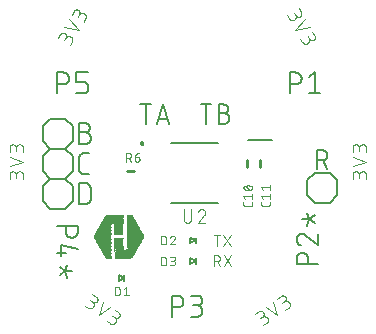
<source format=gbr>
G04 EAGLE Gerber RS-274X export*
G75*
%MOMM*%
%FSLAX34Y34*%
%LPD*%
%INSilkscreen Top*%
%IPPOS*%
%AMOC8*
5,1,8,0,0,1.08239X$1,22.5*%
G01*
%ADD10C,0.101600*%
%ADD11C,0.152400*%
%ADD12C,0.076200*%
%ADD13C,0.254000*%
%ADD14R,0.259075X0.015238*%
%ADD15R,1.310638X0.015238*%
%ADD16R,0.015238X0.015238*%
%ADD17R,0.304800X0.015238*%
%ADD18R,1.356356X0.015238*%
%ADD19R,0.335275X0.015238*%
%ADD20R,1.402075X0.015238*%
%ADD21R,0.365756X0.015238*%
%ADD22R,1.417319X0.015238*%
%ADD23R,0.381000X0.015238*%
%ADD24R,1.447800X0.015238*%
%ADD25R,0.396238X0.015238*%
%ADD26R,1.463037X0.015238*%
%ADD27R,0.411475X0.015238*%
%ADD28R,1.478275X0.015238*%
%ADD29R,0.426719X0.015238*%
%ADD30R,1.493519X0.015238*%
%ADD31R,0.441956X0.015238*%
%ADD32R,1.508756X0.015238*%
%ADD33R,0.457200X0.015238*%
%ADD34R,1.524000X0.015238*%
%ADD35R,0.472438X0.015238*%
%ADD36R,1.539238X0.015238*%
%ADD37R,0.487675X0.015238*%
%ADD38R,1.554475X0.015238*%
%ADD39R,0.502919X0.015238*%
%ADD40R,1.569719X0.015238*%
%ADD41R,0.518156X0.015238*%
%ADD42R,1.584956X0.015238*%
%ADD43R,0.533400X0.015238*%
%ADD44R,1.600200X0.015238*%
%ADD45R,0.548638X0.015238*%
%ADD46R,1.615438X0.015238*%
%ADD47R,0.563875X0.015238*%
%ADD48R,1.630675X0.015238*%
%ADD49R,0.579119X0.015238*%
%ADD50R,1.645919X0.015238*%
%ADD51R,0.594356X0.015238*%
%ADD52R,1.661156X0.015238*%
%ADD53R,0.609600X0.015238*%
%ADD54R,1.676400X0.015238*%
%ADD55R,0.624838X0.015238*%
%ADD56R,1.691638X0.015238*%
%ADD57R,0.640075X0.015238*%
%ADD58R,1.706875X0.015238*%
%ADD59R,0.655319X0.015238*%
%ADD60R,1.722119X0.015238*%
%ADD61R,0.670556X0.015238*%
%ADD62R,1.737356X0.015238*%
%ADD63R,0.685800X0.015238*%
%ADD64R,1.752600X0.015238*%
%ADD65R,0.701037X0.015238*%
%ADD66R,0.716275X0.015238*%
%ADD67R,0.731519X0.015238*%
%ADD68R,1.767838X0.015238*%
%ADD69R,1.783075X0.015238*%
%ADD70R,0.746756X0.015238*%
%ADD71R,1.798319X0.015238*%
%ADD72R,0.030481X0.015238*%
%ADD73R,0.762000X0.015238*%
%ADD74R,0.807719X0.015238*%
%ADD75R,0.868681X0.015238*%
%ADD76R,0.777238X0.015238*%
%ADD77R,0.853438X0.015238*%
%ADD78R,0.838200X0.015238*%
%ADD79R,0.792475X0.015238*%
%ADD80R,0.822963X0.015238*%
%ADD81R,0.822956X0.015238*%
%ADD82R,0.868675X0.015238*%
%ADD83R,0.883919X0.015238*%
%ADD84R,0.899156X0.015238*%
%ADD85R,0.914400X0.015238*%
%ADD86R,0.929638X0.015238*%
%ADD87R,0.944875X0.015238*%
%ADD88R,0.960119X0.015238*%
%ADD89R,0.975356X0.015238*%
%ADD90R,0.990600X0.015238*%
%ADD91R,1.005837X0.015238*%
%ADD92R,1.021075X0.015238*%
%ADD93R,1.036319X0.015238*%
%ADD94R,1.051556X0.015238*%
%ADD95R,1.066800X0.015238*%
%ADD96R,1.082037X0.015238*%
%ADD97R,1.097275X0.015238*%
%ADD98R,1.112519X0.015238*%
%ADD99R,1.127756X0.015238*%
%ADD100R,1.143000X0.015238*%
%ADD101R,1.158238X0.015238*%
%ADD102R,1.173475X0.015238*%
%ADD103R,1.188719X0.015238*%
%ADD104R,1.203956X0.015238*%
%ADD105R,1.219200X0.015238*%
%ADD106R,1.234438X0.015238*%
%ADD107R,1.249675X0.015238*%
%ADD108R,1.264919X0.015238*%
%ADD109R,1.280156X0.015238*%
%ADD110R,1.295400X0.015238*%
%ADD111R,1.325875X0.015238*%
%ADD112R,0.670563X0.015238*%
%ADD113R,1.341119X0.015238*%
%ADD114R,1.371600X0.015238*%
%ADD115R,1.386838X0.015238*%
%ADD116R,0.045719X0.015238*%
%ADD117R,0.060956X0.015238*%
%ADD118R,1.432556X0.015238*%
%ADD119R,0.106681X0.015238*%
%ADD120R,0.121919X0.015238*%
%ADD121R,0.152400X0.015238*%
%ADD122R,0.182875X0.015238*%
%ADD123R,0.030475X0.015238*%
%ADD124R,0.213363X0.015238*%
%ADD125R,0.076200X0.015238*%
%ADD126R,0.320038X0.015238*%
%ADD127R,0.243838X0.015238*%
%ADD128R,0.106675X0.015238*%
%ADD129R,0.274319X0.015238*%
%ADD130R,0.259081X0.015238*%
%ADD131R,0.198119X0.015238*%
%ADD132R,0.228600X0.015238*%
%ADD133C,0.127000*%
%ADD134C,0.177800*%
%ADD135C,0.200000*%


D10*
X84440Y274901D02*
X86063Y272090D01*
X86121Y271993D01*
X86183Y271898D01*
X86248Y271805D01*
X86316Y271715D01*
X86387Y271627D01*
X86462Y271541D01*
X86539Y271458D01*
X86619Y271378D01*
X86702Y271301D01*
X86788Y271226D01*
X86876Y271155D01*
X86966Y271087D01*
X87059Y271022D01*
X87154Y270960D01*
X87251Y270902D01*
X87350Y270847D01*
X87451Y270796D01*
X87554Y270748D01*
X87658Y270703D01*
X87764Y270663D01*
X87871Y270626D01*
X87979Y270593D01*
X88089Y270563D01*
X88199Y270538D01*
X88310Y270516D01*
X88422Y270499D01*
X88535Y270485D01*
X88648Y270475D01*
X88761Y270469D01*
X88874Y270467D01*
X88987Y270469D01*
X89100Y270475D01*
X89213Y270485D01*
X89326Y270499D01*
X89438Y270516D01*
X89549Y270538D01*
X89659Y270563D01*
X89769Y270593D01*
X89877Y270626D01*
X89984Y270663D01*
X90090Y270703D01*
X90194Y270748D01*
X90297Y270796D01*
X90398Y270847D01*
X90497Y270902D01*
X90594Y270960D01*
X90689Y271022D01*
X90782Y271087D01*
X90872Y271155D01*
X90960Y271226D01*
X91046Y271301D01*
X91129Y271378D01*
X91209Y271458D01*
X91286Y271541D01*
X91361Y271627D01*
X91432Y271715D01*
X91500Y271805D01*
X91565Y271898D01*
X91627Y271993D01*
X91685Y272090D01*
X91740Y272189D01*
X91791Y272290D01*
X91839Y272393D01*
X91884Y272497D01*
X91924Y272603D01*
X91961Y272710D01*
X91994Y272818D01*
X92024Y272928D01*
X92049Y273038D01*
X92071Y273149D01*
X92088Y273261D01*
X92102Y273374D01*
X92112Y273487D01*
X92118Y273600D01*
X92120Y273713D01*
X92118Y273826D01*
X92112Y273939D01*
X92102Y274052D01*
X92088Y274165D01*
X92071Y274277D01*
X92049Y274388D01*
X92024Y274498D01*
X91994Y274608D01*
X91961Y274716D01*
X91924Y274823D01*
X91884Y274929D01*
X91839Y275033D01*
X91791Y275136D01*
X91740Y275237D01*
X91685Y275336D01*
X96506Y277370D02*
X94559Y280743D01*
X96507Y277371D02*
X96556Y277282D01*
X96601Y277192D01*
X96643Y277101D01*
X96681Y277007D01*
X96715Y276913D01*
X96746Y276817D01*
X96773Y276720D01*
X96796Y276622D01*
X96816Y276523D01*
X96831Y276423D01*
X96843Y276323D01*
X96851Y276223D01*
X96855Y276122D01*
X96855Y276022D01*
X96851Y275921D01*
X96843Y275821D01*
X96831Y275721D01*
X96816Y275621D01*
X96796Y275522D01*
X96773Y275424D01*
X96746Y275327D01*
X96715Y275231D01*
X96681Y275137D01*
X96643Y275043D01*
X96601Y274952D01*
X96556Y274862D01*
X96507Y274774D01*
X96455Y274687D01*
X96400Y274603D01*
X96341Y274521D01*
X96279Y274442D01*
X96215Y274364D01*
X96147Y274290D01*
X96076Y274218D01*
X96003Y274149D01*
X95927Y274083D01*
X95849Y274019D01*
X95768Y273959D01*
X95685Y273902D01*
X95600Y273849D01*
X95513Y273798D01*
X95424Y273751D01*
X95333Y273708D01*
X95240Y273668D01*
X95146Y273632D01*
X95051Y273599D01*
X94954Y273570D01*
X94857Y273545D01*
X94758Y273524D01*
X94659Y273506D01*
X94559Y273493D01*
X94459Y273483D01*
X94359Y273477D01*
X94258Y273475D01*
X94157Y273477D01*
X94057Y273483D01*
X93957Y273493D01*
X93857Y273506D01*
X93758Y273524D01*
X93659Y273545D01*
X93562Y273570D01*
X93465Y273599D01*
X93370Y273632D01*
X93276Y273668D01*
X93183Y273708D01*
X93092Y273751D01*
X93003Y273798D01*
X92916Y273849D01*
X92831Y273902D01*
X92748Y273959D01*
X92667Y274019D01*
X92589Y274083D01*
X92513Y274149D01*
X92440Y274218D01*
X92369Y274290D01*
X92301Y274364D01*
X92237Y274442D01*
X92175Y274521D01*
X92116Y274603D01*
X92061Y274687D01*
X92009Y274774D01*
X92009Y274773D02*
X90711Y277022D01*
X99949Y271406D02*
X91778Y262191D01*
X103844Y264661D01*
X95870Y255103D02*
X97493Y252293D01*
X97493Y252292D02*
X97551Y252195D01*
X97613Y252100D01*
X97678Y252007D01*
X97746Y251917D01*
X97817Y251829D01*
X97892Y251743D01*
X97969Y251660D01*
X98049Y251580D01*
X98132Y251503D01*
X98218Y251428D01*
X98306Y251357D01*
X98396Y251289D01*
X98489Y251224D01*
X98584Y251162D01*
X98681Y251104D01*
X98780Y251049D01*
X98881Y250998D01*
X98984Y250950D01*
X99088Y250905D01*
X99194Y250865D01*
X99301Y250828D01*
X99409Y250795D01*
X99519Y250765D01*
X99629Y250740D01*
X99740Y250718D01*
X99852Y250701D01*
X99965Y250687D01*
X100078Y250677D01*
X100191Y250671D01*
X100304Y250669D01*
X100417Y250671D01*
X100530Y250677D01*
X100643Y250687D01*
X100756Y250701D01*
X100868Y250718D01*
X100979Y250740D01*
X101089Y250765D01*
X101199Y250795D01*
X101307Y250828D01*
X101414Y250865D01*
X101520Y250905D01*
X101624Y250950D01*
X101727Y250998D01*
X101828Y251049D01*
X101927Y251104D01*
X102024Y251162D01*
X102119Y251224D01*
X102212Y251289D01*
X102302Y251357D01*
X102390Y251428D01*
X102476Y251503D01*
X102559Y251580D01*
X102639Y251660D01*
X102716Y251743D01*
X102791Y251829D01*
X102862Y251917D01*
X102930Y252007D01*
X102995Y252100D01*
X103057Y252195D01*
X103115Y252292D01*
X103170Y252391D01*
X103221Y252492D01*
X103269Y252595D01*
X103314Y252699D01*
X103354Y252805D01*
X103391Y252912D01*
X103424Y253020D01*
X103454Y253130D01*
X103479Y253240D01*
X103501Y253351D01*
X103518Y253463D01*
X103532Y253576D01*
X103542Y253689D01*
X103548Y253802D01*
X103550Y253915D01*
X103548Y254028D01*
X103542Y254141D01*
X103532Y254254D01*
X103518Y254367D01*
X103501Y254479D01*
X103479Y254590D01*
X103454Y254700D01*
X103424Y254810D01*
X103391Y254918D01*
X103354Y255025D01*
X103314Y255131D01*
X103269Y255235D01*
X103221Y255338D01*
X103170Y255439D01*
X103115Y255538D01*
X107936Y257573D02*
X105989Y260945D01*
X107937Y257573D02*
X107986Y257484D01*
X108031Y257394D01*
X108073Y257303D01*
X108111Y257209D01*
X108145Y257115D01*
X108176Y257019D01*
X108203Y256922D01*
X108226Y256824D01*
X108246Y256725D01*
X108261Y256625D01*
X108273Y256525D01*
X108281Y256425D01*
X108285Y256324D01*
X108285Y256224D01*
X108281Y256123D01*
X108273Y256023D01*
X108261Y255923D01*
X108246Y255823D01*
X108226Y255724D01*
X108203Y255626D01*
X108176Y255529D01*
X108145Y255433D01*
X108111Y255339D01*
X108073Y255245D01*
X108031Y255154D01*
X107986Y255064D01*
X107937Y254976D01*
X107885Y254889D01*
X107830Y254805D01*
X107771Y254723D01*
X107709Y254644D01*
X107645Y254566D01*
X107577Y254492D01*
X107506Y254420D01*
X107433Y254351D01*
X107357Y254285D01*
X107279Y254221D01*
X107198Y254161D01*
X107115Y254104D01*
X107030Y254051D01*
X106943Y254000D01*
X106854Y253953D01*
X106763Y253910D01*
X106670Y253870D01*
X106576Y253834D01*
X106481Y253801D01*
X106384Y253772D01*
X106287Y253747D01*
X106188Y253726D01*
X106089Y253708D01*
X105989Y253695D01*
X105889Y253685D01*
X105789Y253679D01*
X105688Y253677D01*
X105587Y253679D01*
X105487Y253685D01*
X105387Y253695D01*
X105287Y253708D01*
X105188Y253726D01*
X105089Y253747D01*
X104992Y253772D01*
X104895Y253801D01*
X104800Y253834D01*
X104706Y253870D01*
X104613Y253910D01*
X104522Y253953D01*
X104433Y254000D01*
X104346Y254051D01*
X104261Y254104D01*
X104178Y254161D01*
X104097Y254221D01*
X104019Y254285D01*
X103943Y254351D01*
X103870Y254420D01*
X103799Y254492D01*
X103731Y254566D01*
X103667Y254644D01*
X103605Y254723D01*
X103546Y254805D01*
X103491Y254889D01*
X103439Y254976D01*
X102141Y257225D01*
X151892Y139383D02*
X151892Y136137D01*
X151892Y139383D02*
X151890Y139496D01*
X151884Y139609D01*
X151874Y139722D01*
X151860Y139835D01*
X151843Y139947D01*
X151821Y140058D01*
X151796Y140168D01*
X151766Y140278D01*
X151733Y140386D01*
X151696Y140493D01*
X151656Y140599D01*
X151611Y140703D01*
X151563Y140806D01*
X151512Y140907D01*
X151457Y141006D01*
X151399Y141103D01*
X151337Y141198D01*
X151272Y141291D01*
X151204Y141381D01*
X151133Y141469D01*
X151058Y141555D01*
X150981Y141638D01*
X150901Y141718D01*
X150818Y141795D01*
X150732Y141870D01*
X150644Y141941D01*
X150554Y142009D01*
X150461Y142074D01*
X150366Y142136D01*
X150269Y142194D01*
X150170Y142249D01*
X150069Y142300D01*
X149966Y142348D01*
X149862Y142393D01*
X149756Y142433D01*
X149649Y142470D01*
X149541Y142503D01*
X149431Y142533D01*
X149321Y142558D01*
X149210Y142580D01*
X149098Y142597D01*
X148985Y142611D01*
X148872Y142621D01*
X148759Y142627D01*
X148646Y142629D01*
X148533Y142627D01*
X148420Y142621D01*
X148307Y142611D01*
X148194Y142597D01*
X148082Y142580D01*
X147971Y142558D01*
X147861Y142533D01*
X147751Y142503D01*
X147643Y142470D01*
X147536Y142433D01*
X147430Y142393D01*
X147326Y142348D01*
X147223Y142300D01*
X147122Y142249D01*
X147023Y142194D01*
X146926Y142136D01*
X146831Y142074D01*
X146738Y142009D01*
X146648Y141941D01*
X146560Y141870D01*
X146474Y141795D01*
X146391Y141718D01*
X146311Y141638D01*
X146234Y141555D01*
X146159Y141469D01*
X146088Y141381D01*
X146020Y141291D01*
X145955Y141198D01*
X145893Y141103D01*
X145835Y141006D01*
X145780Y140907D01*
X145729Y140806D01*
X145681Y140703D01*
X145636Y140599D01*
X145596Y140493D01*
X145559Y140386D01*
X145526Y140278D01*
X145496Y140168D01*
X145471Y140058D01*
X145449Y139947D01*
X145432Y139835D01*
X145418Y139722D01*
X145408Y139609D01*
X145402Y139496D01*
X145400Y139383D01*
X140208Y140032D02*
X140208Y136137D01*
X140208Y140032D02*
X140210Y140133D01*
X140216Y140233D01*
X140226Y140333D01*
X140239Y140433D01*
X140257Y140532D01*
X140278Y140631D01*
X140303Y140728D01*
X140332Y140825D01*
X140365Y140920D01*
X140401Y141014D01*
X140441Y141106D01*
X140484Y141197D01*
X140531Y141286D01*
X140581Y141373D01*
X140635Y141459D01*
X140692Y141542D01*
X140752Y141622D01*
X140815Y141701D01*
X140882Y141777D01*
X140951Y141850D01*
X141023Y141920D01*
X141097Y141988D01*
X141174Y142053D01*
X141254Y142114D01*
X141336Y142173D01*
X141420Y142228D01*
X141506Y142280D01*
X141594Y142329D01*
X141684Y142374D01*
X141776Y142416D01*
X141869Y142454D01*
X141964Y142488D01*
X142059Y142519D01*
X142156Y142546D01*
X142254Y142569D01*
X142353Y142589D01*
X142453Y142604D01*
X142553Y142616D01*
X142653Y142624D01*
X142754Y142628D01*
X142854Y142628D01*
X142955Y142624D01*
X143055Y142616D01*
X143155Y142604D01*
X143255Y142589D01*
X143354Y142569D01*
X143452Y142546D01*
X143549Y142519D01*
X143644Y142488D01*
X143739Y142454D01*
X143832Y142416D01*
X143924Y142374D01*
X144014Y142329D01*
X144102Y142280D01*
X144188Y142228D01*
X144272Y142173D01*
X144354Y142114D01*
X144434Y142053D01*
X144511Y141988D01*
X144585Y141920D01*
X144657Y141850D01*
X144726Y141777D01*
X144793Y141701D01*
X144856Y141622D01*
X144916Y141542D01*
X144973Y141459D01*
X145027Y141373D01*
X145077Y141286D01*
X145124Y141197D01*
X145167Y141106D01*
X145207Y141014D01*
X145243Y140920D01*
X145276Y140825D01*
X145305Y140728D01*
X145330Y140631D01*
X145351Y140532D01*
X145369Y140433D01*
X145382Y140333D01*
X145392Y140233D01*
X145398Y140133D01*
X145400Y140032D01*
X145401Y140032D02*
X145401Y137435D01*
X140208Y146918D02*
X151892Y150813D01*
X140208Y154707D01*
X151892Y158997D02*
X151892Y162242D01*
X151890Y162355D01*
X151884Y162468D01*
X151874Y162581D01*
X151860Y162694D01*
X151843Y162806D01*
X151821Y162917D01*
X151796Y163027D01*
X151766Y163137D01*
X151733Y163245D01*
X151696Y163352D01*
X151656Y163458D01*
X151611Y163562D01*
X151563Y163665D01*
X151512Y163766D01*
X151457Y163865D01*
X151399Y163962D01*
X151337Y164057D01*
X151272Y164150D01*
X151204Y164240D01*
X151133Y164328D01*
X151058Y164414D01*
X150981Y164497D01*
X150901Y164577D01*
X150818Y164654D01*
X150732Y164729D01*
X150644Y164800D01*
X150554Y164868D01*
X150461Y164933D01*
X150366Y164995D01*
X150269Y165053D01*
X150170Y165108D01*
X150069Y165159D01*
X149966Y165207D01*
X149862Y165252D01*
X149756Y165292D01*
X149649Y165329D01*
X149541Y165362D01*
X149431Y165392D01*
X149321Y165417D01*
X149210Y165439D01*
X149098Y165456D01*
X148985Y165470D01*
X148872Y165480D01*
X148759Y165486D01*
X148646Y165488D01*
X148533Y165486D01*
X148420Y165480D01*
X148307Y165470D01*
X148194Y165456D01*
X148082Y165439D01*
X147971Y165417D01*
X147861Y165392D01*
X147751Y165362D01*
X147643Y165329D01*
X147536Y165292D01*
X147430Y165252D01*
X147326Y165207D01*
X147223Y165159D01*
X147122Y165108D01*
X147023Y165053D01*
X146926Y164995D01*
X146831Y164933D01*
X146738Y164868D01*
X146648Y164800D01*
X146560Y164729D01*
X146474Y164654D01*
X146391Y164577D01*
X146311Y164497D01*
X146234Y164414D01*
X146159Y164328D01*
X146088Y164240D01*
X146020Y164150D01*
X145955Y164057D01*
X145893Y163962D01*
X145835Y163865D01*
X145780Y163766D01*
X145729Y163665D01*
X145681Y163562D01*
X145636Y163458D01*
X145596Y163352D01*
X145559Y163245D01*
X145526Y163137D01*
X145496Y163027D01*
X145471Y162917D01*
X145449Y162806D01*
X145432Y162694D01*
X145418Y162581D01*
X145408Y162468D01*
X145402Y162355D01*
X145400Y162242D01*
X140208Y162892D02*
X140208Y158997D01*
X140208Y162892D02*
X140210Y162993D01*
X140216Y163093D01*
X140226Y163193D01*
X140239Y163293D01*
X140257Y163392D01*
X140278Y163491D01*
X140303Y163588D01*
X140332Y163685D01*
X140365Y163780D01*
X140401Y163874D01*
X140441Y163966D01*
X140484Y164057D01*
X140531Y164146D01*
X140581Y164233D01*
X140635Y164319D01*
X140692Y164402D01*
X140752Y164482D01*
X140815Y164561D01*
X140882Y164637D01*
X140951Y164710D01*
X141023Y164780D01*
X141097Y164848D01*
X141174Y164913D01*
X141254Y164974D01*
X141336Y165033D01*
X141420Y165088D01*
X141506Y165140D01*
X141594Y165189D01*
X141684Y165234D01*
X141776Y165276D01*
X141869Y165314D01*
X141964Y165348D01*
X142059Y165379D01*
X142156Y165406D01*
X142254Y165429D01*
X142353Y165449D01*
X142453Y165464D01*
X142553Y165476D01*
X142653Y165484D01*
X142754Y165488D01*
X142854Y165488D01*
X142955Y165484D01*
X143055Y165476D01*
X143155Y165464D01*
X143255Y165449D01*
X143354Y165429D01*
X143452Y165406D01*
X143549Y165379D01*
X143644Y165348D01*
X143739Y165314D01*
X143832Y165276D01*
X143924Y165234D01*
X144014Y165189D01*
X144102Y165140D01*
X144188Y165088D01*
X144272Y165033D01*
X144354Y164974D01*
X144434Y164913D01*
X144511Y164848D01*
X144585Y164780D01*
X144657Y164710D01*
X144726Y164637D01*
X144793Y164561D01*
X144856Y164482D01*
X144916Y164402D01*
X144973Y164319D01*
X145027Y164233D01*
X145077Y164146D01*
X145124Y164057D01*
X145167Y163966D01*
X145207Y163874D01*
X145243Y163780D01*
X145276Y163685D01*
X145305Y163588D01*
X145330Y163491D01*
X145351Y163392D01*
X145369Y163293D01*
X145382Y163193D01*
X145392Y163093D01*
X145398Y162993D01*
X145400Y162892D01*
X145401Y162892D02*
X145401Y160295D01*
X67013Y14059D02*
X64354Y12197D01*
X67013Y14058D02*
X67104Y14125D01*
X67194Y14194D01*
X67281Y14267D01*
X67365Y14343D01*
X67446Y14422D01*
X67525Y14503D01*
X67601Y14587D01*
X67674Y14674D01*
X67743Y14764D01*
X67810Y14855D01*
X67873Y14949D01*
X67933Y15045D01*
X67990Y15143D01*
X68043Y15243D01*
X68093Y15345D01*
X68139Y15449D01*
X68181Y15554D01*
X68220Y15660D01*
X68255Y15768D01*
X68286Y15877D01*
X68314Y15987D01*
X68337Y16098D01*
X68357Y16209D01*
X68373Y16321D01*
X68385Y16434D01*
X68393Y16547D01*
X68397Y16660D01*
X68397Y16774D01*
X68393Y16887D01*
X68385Y17000D01*
X68373Y17113D01*
X68357Y17225D01*
X68337Y17336D01*
X68314Y17447D01*
X68286Y17557D01*
X68255Y17666D01*
X68220Y17774D01*
X68181Y17880D01*
X68139Y17985D01*
X68093Y18089D01*
X68043Y18191D01*
X67990Y18291D01*
X67933Y18389D01*
X67873Y18485D01*
X67810Y18579D01*
X67743Y18670D01*
X67674Y18760D01*
X67601Y18847D01*
X67525Y18931D01*
X67446Y19012D01*
X67365Y19091D01*
X67281Y19167D01*
X67194Y19240D01*
X67105Y19309D01*
X67013Y19376D01*
X66919Y19439D01*
X66823Y19499D01*
X66725Y19556D01*
X66625Y19609D01*
X66523Y19659D01*
X66419Y19705D01*
X66314Y19747D01*
X66208Y19786D01*
X66100Y19821D01*
X65991Y19852D01*
X65881Y19880D01*
X65770Y19903D01*
X65659Y19923D01*
X65547Y19939D01*
X65434Y19951D01*
X65321Y19959D01*
X65208Y19963D01*
X65094Y19963D01*
X64981Y19959D01*
X64868Y19951D01*
X64755Y19939D01*
X64643Y19923D01*
X64532Y19903D01*
X64421Y19880D01*
X64311Y19852D01*
X64202Y19821D01*
X64094Y19786D01*
X63988Y19747D01*
X63883Y19705D01*
X63779Y19659D01*
X63677Y19609D01*
X63577Y19556D01*
X63479Y19499D01*
X63383Y19439D01*
X63289Y19376D01*
X60843Y24002D02*
X57653Y21768D01*
X60843Y24002D02*
X60927Y24058D01*
X61012Y24111D01*
X61100Y24160D01*
X61189Y24206D01*
X61281Y24249D01*
X61374Y24288D01*
X61468Y24323D01*
X61563Y24355D01*
X61660Y24383D01*
X61758Y24407D01*
X61856Y24427D01*
X61956Y24444D01*
X62056Y24456D01*
X62156Y24465D01*
X62257Y24470D01*
X62357Y24471D01*
X62458Y24468D01*
X62558Y24461D01*
X62658Y24450D01*
X62758Y24436D01*
X62857Y24417D01*
X62955Y24395D01*
X63052Y24369D01*
X63149Y24339D01*
X63244Y24306D01*
X63337Y24269D01*
X63429Y24228D01*
X63520Y24183D01*
X63608Y24136D01*
X63695Y24084D01*
X63779Y24030D01*
X63862Y23972D01*
X63942Y23911D01*
X64020Y23847D01*
X64095Y23780D01*
X64168Y23711D01*
X64237Y23638D01*
X64304Y23563D01*
X64368Y23485D01*
X64429Y23405D01*
X64487Y23322D01*
X64541Y23238D01*
X64593Y23151D01*
X64640Y23063D01*
X64685Y22972D01*
X64726Y22880D01*
X64763Y22786D01*
X64796Y22692D01*
X64826Y22595D01*
X64852Y22498D01*
X64874Y22400D01*
X64893Y22301D01*
X64907Y22201D01*
X64918Y22101D01*
X64925Y22001D01*
X64928Y21900D01*
X64927Y21800D01*
X64922Y21699D01*
X64913Y21599D01*
X64901Y21499D01*
X64884Y21399D01*
X64864Y21301D01*
X64840Y21203D01*
X64812Y21106D01*
X64780Y21011D01*
X64745Y20917D01*
X64706Y20824D01*
X64663Y20732D01*
X64617Y20643D01*
X64568Y20555D01*
X64515Y20470D01*
X64459Y20386D01*
X64399Y20305D01*
X64337Y20226D01*
X64271Y20149D01*
X64203Y20075D01*
X64132Y20004D01*
X64058Y19936D01*
X63981Y19870D01*
X63902Y19808D01*
X63821Y19748D01*
X61695Y18259D01*
X66484Y27952D02*
X76376Y20614D01*
X72864Y32419D01*
X83080Y25309D02*
X85739Y27170D01*
X85830Y27237D01*
X85920Y27306D01*
X86007Y27379D01*
X86091Y27455D01*
X86172Y27534D01*
X86251Y27615D01*
X86327Y27699D01*
X86400Y27786D01*
X86469Y27876D01*
X86536Y27967D01*
X86599Y28061D01*
X86659Y28157D01*
X86716Y28255D01*
X86769Y28355D01*
X86819Y28457D01*
X86865Y28561D01*
X86907Y28666D01*
X86946Y28772D01*
X86981Y28880D01*
X87012Y28989D01*
X87040Y29099D01*
X87063Y29210D01*
X87083Y29321D01*
X87099Y29433D01*
X87111Y29546D01*
X87119Y29659D01*
X87123Y29772D01*
X87123Y29886D01*
X87119Y29999D01*
X87111Y30112D01*
X87099Y30225D01*
X87083Y30337D01*
X87063Y30448D01*
X87040Y30559D01*
X87012Y30669D01*
X86981Y30778D01*
X86946Y30886D01*
X86907Y30992D01*
X86865Y31097D01*
X86819Y31201D01*
X86769Y31303D01*
X86716Y31403D01*
X86659Y31501D01*
X86599Y31597D01*
X86536Y31691D01*
X86469Y31782D01*
X86400Y31872D01*
X86327Y31959D01*
X86251Y32043D01*
X86172Y32124D01*
X86091Y32203D01*
X86007Y32279D01*
X85920Y32352D01*
X85831Y32421D01*
X85739Y32488D01*
X85645Y32551D01*
X85549Y32611D01*
X85451Y32668D01*
X85351Y32721D01*
X85249Y32771D01*
X85145Y32817D01*
X85040Y32859D01*
X84934Y32898D01*
X84826Y32933D01*
X84717Y32964D01*
X84607Y32992D01*
X84496Y33015D01*
X84385Y33035D01*
X84273Y33051D01*
X84160Y33063D01*
X84047Y33071D01*
X83934Y33075D01*
X83820Y33075D01*
X83707Y33071D01*
X83594Y33063D01*
X83481Y33051D01*
X83369Y33035D01*
X83258Y33015D01*
X83147Y32992D01*
X83037Y32964D01*
X82928Y32933D01*
X82820Y32898D01*
X82714Y32859D01*
X82609Y32817D01*
X82505Y32771D01*
X82403Y32721D01*
X82303Y32668D01*
X82205Y32611D01*
X82109Y32551D01*
X82015Y32488D01*
X79569Y37114D02*
X76378Y34880D01*
X79569Y37114D02*
X79653Y37170D01*
X79738Y37223D01*
X79826Y37272D01*
X79915Y37318D01*
X80007Y37361D01*
X80100Y37400D01*
X80194Y37435D01*
X80289Y37467D01*
X80386Y37495D01*
X80484Y37519D01*
X80582Y37539D01*
X80682Y37556D01*
X80782Y37568D01*
X80882Y37577D01*
X80983Y37582D01*
X81083Y37583D01*
X81184Y37580D01*
X81284Y37573D01*
X81384Y37562D01*
X81484Y37548D01*
X81583Y37529D01*
X81681Y37507D01*
X81778Y37481D01*
X81875Y37451D01*
X81970Y37418D01*
X82063Y37381D01*
X82155Y37340D01*
X82246Y37295D01*
X82334Y37248D01*
X82421Y37196D01*
X82505Y37142D01*
X82588Y37084D01*
X82668Y37023D01*
X82746Y36959D01*
X82821Y36892D01*
X82894Y36823D01*
X82963Y36750D01*
X83030Y36675D01*
X83094Y36597D01*
X83155Y36517D01*
X83213Y36434D01*
X83267Y36350D01*
X83319Y36263D01*
X83366Y36175D01*
X83411Y36084D01*
X83452Y35992D01*
X83489Y35898D01*
X83522Y35804D01*
X83552Y35707D01*
X83578Y35610D01*
X83600Y35512D01*
X83619Y35413D01*
X83633Y35313D01*
X83644Y35213D01*
X83651Y35113D01*
X83654Y35012D01*
X83653Y34912D01*
X83648Y34811D01*
X83639Y34711D01*
X83627Y34611D01*
X83610Y34511D01*
X83590Y34413D01*
X83566Y34315D01*
X83538Y34218D01*
X83506Y34123D01*
X83471Y34029D01*
X83432Y33936D01*
X83389Y33844D01*
X83343Y33755D01*
X83294Y33667D01*
X83241Y33582D01*
X83185Y33498D01*
X83125Y33417D01*
X83063Y33338D01*
X82997Y33261D01*
X82929Y33187D01*
X82858Y33116D01*
X82784Y33048D01*
X82707Y32982D01*
X82628Y32920D01*
X82547Y32860D01*
X80420Y31371D01*
X-84151Y27170D02*
X-86810Y29032D01*
X-84152Y27170D02*
X-84058Y27107D01*
X-83962Y27047D01*
X-83864Y26990D01*
X-83764Y26937D01*
X-83662Y26887D01*
X-83558Y26841D01*
X-83453Y26799D01*
X-83347Y26760D01*
X-83239Y26725D01*
X-83130Y26694D01*
X-83020Y26666D01*
X-82909Y26643D01*
X-82798Y26623D01*
X-82686Y26607D01*
X-82573Y26595D01*
X-82460Y26587D01*
X-82347Y26583D01*
X-82233Y26583D01*
X-82120Y26587D01*
X-82007Y26595D01*
X-81894Y26607D01*
X-81782Y26623D01*
X-81671Y26643D01*
X-81560Y26666D01*
X-81450Y26694D01*
X-81341Y26725D01*
X-81233Y26760D01*
X-81127Y26799D01*
X-81022Y26841D01*
X-80918Y26887D01*
X-80816Y26937D01*
X-80716Y26990D01*
X-80618Y27047D01*
X-80522Y27107D01*
X-80428Y27170D01*
X-80337Y27237D01*
X-80247Y27306D01*
X-80160Y27379D01*
X-80076Y27455D01*
X-79995Y27534D01*
X-79916Y27615D01*
X-79840Y27699D01*
X-79767Y27786D01*
X-79698Y27876D01*
X-79631Y27967D01*
X-79568Y28061D01*
X-79508Y28157D01*
X-79451Y28255D01*
X-79398Y28355D01*
X-79348Y28457D01*
X-79302Y28561D01*
X-79260Y28666D01*
X-79221Y28772D01*
X-79186Y28880D01*
X-79155Y28989D01*
X-79127Y29099D01*
X-79104Y29210D01*
X-79084Y29321D01*
X-79068Y29433D01*
X-79056Y29546D01*
X-79048Y29659D01*
X-79044Y29772D01*
X-79044Y29886D01*
X-79048Y29999D01*
X-79056Y30112D01*
X-79068Y30225D01*
X-79084Y30337D01*
X-79104Y30448D01*
X-79127Y30559D01*
X-79155Y30669D01*
X-79186Y30778D01*
X-79221Y30886D01*
X-79260Y30992D01*
X-79302Y31097D01*
X-79348Y31201D01*
X-79398Y31303D01*
X-79451Y31403D01*
X-79508Y31501D01*
X-79568Y31597D01*
X-79631Y31691D01*
X-79698Y31782D01*
X-79767Y31872D01*
X-79840Y31959D01*
X-79916Y32043D01*
X-79995Y32124D01*
X-80076Y32203D01*
X-80160Y32279D01*
X-80247Y32352D01*
X-80336Y32421D01*
X-80428Y32488D01*
X-76918Y36369D02*
X-80108Y38603D01*
X-76918Y36369D02*
X-76837Y36309D01*
X-76758Y36247D01*
X-76681Y36181D01*
X-76607Y36113D01*
X-76536Y36042D01*
X-76468Y35968D01*
X-76402Y35891D01*
X-76340Y35812D01*
X-76280Y35731D01*
X-76224Y35647D01*
X-76171Y35562D01*
X-76122Y35474D01*
X-76076Y35385D01*
X-76033Y35293D01*
X-75994Y35200D01*
X-75959Y35106D01*
X-75927Y35011D01*
X-75899Y34914D01*
X-75875Y34816D01*
X-75855Y34718D01*
X-75838Y34618D01*
X-75826Y34518D01*
X-75817Y34418D01*
X-75812Y34317D01*
X-75811Y34217D01*
X-75814Y34116D01*
X-75821Y34016D01*
X-75832Y33916D01*
X-75846Y33816D01*
X-75865Y33717D01*
X-75887Y33619D01*
X-75913Y33522D01*
X-75943Y33425D01*
X-75976Y33331D01*
X-76013Y33237D01*
X-76054Y33145D01*
X-76099Y33054D01*
X-76146Y32966D01*
X-76198Y32879D01*
X-76252Y32795D01*
X-76310Y32712D01*
X-76371Y32632D01*
X-76435Y32554D01*
X-76502Y32479D01*
X-76571Y32406D01*
X-76644Y32337D01*
X-76719Y32270D01*
X-76797Y32206D01*
X-76877Y32145D01*
X-76960Y32087D01*
X-77044Y32033D01*
X-77131Y31981D01*
X-77219Y31934D01*
X-77310Y31889D01*
X-77402Y31848D01*
X-77495Y31811D01*
X-77590Y31778D01*
X-77687Y31748D01*
X-77784Y31722D01*
X-77882Y31700D01*
X-77981Y31681D01*
X-78081Y31667D01*
X-78181Y31656D01*
X-78281Y31649D01*
X-78382Y31646D01*
X-78482Y31647D01*
X-78583Y31652D01*
X-78683Y31661D01*
X-78783Y31673D01*
X-78883Y31690D01*
X-78981Y31710D01*
X-79079Y31734D01*
X-79176Y31762D01*
X-79271Y31794D01*
X-79365Y31829D01*
X-79458Y31868D01*
X-79550Y31911D01*
X-79639Y31957D01*
X-79727Y32006D01*
X-79812Y32059D01*
X-79896Y32115D01*
X-82023Y33605D01*
X-71277Y32419D02*
X-74788Y20614D01*
X-64896Y27952D01*
X-68084Y15920D02*
X-65425Y14058D01*
X-65426Y14058D02*
X-65332Y13995D01*
X-65236Y13935D01*
X-65138Y13878D01*
X-65038Y13825D01*
X-64936Y13775D01*
X-64832Y13729D01*
X-64727Y13687D01*
X-64621Y13648D01*
X-64513Y13613D01*
X-64404Y13582D01*
X-64294Y13554D01*
X-64183Y13531D01*
X-64072Y13511D01*
X-63960Y13495D01*
X-63847Y13483D01*
X-63734Y13475D01*
X-63621Y13471D01*
X-63507Y13471D01*
X-63394Y13475D01*
X-63281Y13483D01*
X-63168Y13495D01*
X-63056Y13511D01*
X-62945Y13531D01*
X-62834Y13554D01*
X-62724Y13582D01*
X-62615Y13613D01*
X-62507Y13648D01*
X-62401Y13687D01*
X-62296Y13729D01*
X-62192Y13775D01*
X-62090Y13825D01*
X-61990Y13878D01*
X-61892Y13935D01*
X-61796Y13995D01*
X-61702Y14058D01*
X-61611Y14125D01*
X-61521Y14194D01*
X-61434Y14267D01*
X-61350Y14343D01*
X-61269Y14422D01*
X-61190Y14503D01*
X-61114Y14587D01*
X-61041Y14674D01*
X-60972Y14764D01*
X-60905Y14855D01*
X-60842Y14949D01*
X-60782Y15045D01*
X-60725Y15143D01*
X-60672Y15243D01*
X-60622Y15345D01*
X-60576Y15449D01*
X-60534Y15554D01*
X-60495Y15660D01*
X-60460Y15768D01*
X-60429Y15877D01*
X-60401Y15987D01*
X-60378Y16098D01*
X-60358Y16209D01*
X-60342Y16321D01*
X-60330Y16434D01*
X-60322Y16547D01*
X-60318Y16660D01*
X-60318Y16774D01*
X-60322Y16887D01*
X-60330Y17000D01*
X-60342Y17113D01*
X-60358Y17225D01*
X-60378Y17336D01*
X-60401Y17447D01*
X-60429Y17557D01*
X-60460Y17666D01*
X-60495Y17774D01*
X-60534Y17880D01*
X-60576Y17985D01*
X-60622Y18089D01*
X-60672Y18191D01*
X-60725Y18291D01*
X-60782Y18389D01*
X-60842Y18485D01*
X-60905Y18579D01*
X-60972Y18670D01*
X-61041Y18760D01*
X-61114Y18847D01*
X-61190Y18931D01*
X-61269Y19012D01*
X-61350Y19091D01*
X-61434Y19167D01*
X-61521Y19240D01*
X-61610Y19309D01*
X-61702Y19376D01*
X-58192Y23257D02*
X-61382Y25491D01*
X-58192Y23257D02*
X-58111Y23197D01*
X-58032Y23135D01*
X-57955Y23069D01*
X-57881Y23001D01*
X-57810Y22930D01*
X-57742Y22856D01*
X-57676Y22779D01*
X-57614Y22700D01*
X-57554Y22619D01*
X-57498Y22535D01*
X-57445Y22450D01*
X-57396Y22362D01*
X-57350Y22273D01*
X-57307Y22181D01*
X-57268Y22088D01*
X-57233Y21994D01*
X-57201Y21899D01*
X-57173Y21802D01*
X-57149Y21704D01*
X-57129Y21606D01*
X-57112Y21506D01*
X-57100Y21406D01*
X-57091Y21306D01*
X-57086Y21205D01*
X-57085Y21105D01*
X-57088Y21004D01*
X-57095Y20904D01*
X-57106Y20804D01*
X-57120Y20704D01*
X-57139Y20605D01*
X-57161Y20507D01*
X-57187Y20410D01*
X-57217Y20313D01*
X-57250Y20219D01*
X-57287Y20125D01*
X-57328Y20033D01*
X-57373Y19942D01*
X-57420Y19854D01*
X-57472Y19767D01*
X-57526Y19683D01*
X-57584Y19600D01*
X-57645Y19520D01*
X-57709Y19442D01*
X-57776Y19367D01*
X-57845Y19294D01*
X-57918Y19225D01*
X-57993Y19158D01*
X-58071Y19094D01*
X-58151Y19033D01*
X-58234Y18975D01*
X-58318Y18921D01*
X-58405Y18869D01*
X-58493Y18822D01*
X-58584Y18777D01*
X-58676Y18736D01*
X-58769Y18699D01*
X-58864Y18666D01*
X-58961Y18636D01*
X-59058Y18610D01*
X-59156Y18588D01*
X-59255Y18569D01*
X-59355Y18555D01*
X-59455Y18544D01*
X-59555Y18537D01*
X-59656Y18534D01*
X-59756Y18535D01*
X-59857Y18540D01*
X-59957Y18549D01*
X-60057Y18561D01*
X-60157Y18578D01*
X-60255Y18598D01*
X-60353Y18622D01*
X-60450Y18650D01*
X-60545Y18682D01*
X-60639Y18717D01*
X-60732Y18756D01*
X-60824Y18799D01*
X-60913Y18845D01*
X-61001Y18894D01*
X-61086Y18947D01*
X-61170Y19003D01*
X-63297Y20493D01*
X-138621Y136137D02*
X-138621Y139383D01*
X-138620Y139383D02*
X-138622Y139496D01*
X-138628Y139609D01*
X-138638Y139722D01*
X-138652Y139835D01*
X-138669Y139947D01*
X-138691Y140058D01*
X-138716Y140168D01*
X-138746Y140278D01*
X-138779Y140386D01*
X-138816Y140493D01*
X-138856Y140599D01*
X-138901Y140703D01*
X-138949Y140806D01*
X-139000Y140907D01*
X-139055Y141006D01*
X-139113Y141103D01*
X-139175Y141198D01*
X-139240Y141291D01*
X-139308Y141381D01*
X-139379Y141469D01*
X-139454Y141555D01*
X-139531Y141638D01*
X-139611Y141718D01*
X-139694Y141795D01*
X-139780Y141870D01*
X-139868Y141941D01*
X-139958Y142009D01*
X-140051Y142074D01*
X-140146Y142136D01*
X-140243Y142194D01*
X-140342Y142249D01*
X-140443Y142300D01*
X-140546Y142348D01*
X-140650Y142393D01*
X-140756Y142433D01*
X-140863Y142470D01*
X-140971Y142503D01*
X-141081Y142533D01*
X-141191Y142558D01*
X-141302Y142580D01*
X-141414Y142597D01*
X-141527Y142611D01*
X-141640Y142621D01*
X-141753Y142627D01*
X-141866Y142629D01*
X-141979Y142627D01*
X-142092Y142621D01*
X-142205Y142611D01*
X-142318Y142597D01*
X-142430Y142580D01*
X-142541Y142558D01*
X-142651Y142533D01*
X-142761Y142503D01*
X-142869Y142470D01*
X-142976Y142433D01*
X-143082Y142393D01*
X-143186Y142348D01*
X-143289Y142300D01*
X-143390Y142249D01*
X-143489Y142194D01*
X-143586Y142136D01*
X-143681Y142074D01*
X-143774Y142009D01*
X-143864Y141941D01*
X-143952Y141870D01*
X-144038Y141795D01*
X-144121Y141718D01*
X-144201Y141638D01*
X-144278Y141555D01*
X-144353Y141469D01*
X-144424Y141381D01*
X-144492Y141291D01*
X-144557Y141198D01*
X-144619Y141103D01*
X-144677Y141006D01*
X-144732Y140907D01*
X-144783Y140806D01*
X-144831Y140703D01*
X-144876Y140599D01*
X-144916Y140493D01*
X-144953Y140386D01*
X-144986Y140278D01*
X-145016Y140168D01*
X-145041Y140058D01*
X-145063Y139947D01*
X-145080Y139835D01*
X-145094Y139722D01*
X-145104Y139609D01*
X-145110Y139496D01*
X-145112Y139383D01*
X-150305Y140032D02*
X-150305Y136137D01*
X-150304Y140032D02*
X-150302Y140133D01*
X-150296Y140233D01*
X-150286Y140333D01*
X-150273Y140433D01*
X-150255Y140532D01*
X-150234Y140631D01*
X-150209Y140728D01*
X-150180Y140825D01*
X-150147Y140920D01*
X-150111Y141014D01*
X-150071Y141106D01*
X-150028Y141197D01*
X-149981Y141286D01*
X-149931Y141373D01*
X-149877Y141459D01*
X-149820Y141542D01*
X-149760Y141622D01*
X-149697Y141701D01*
X-149630Y141777D01*
X-149561Y141850D01*
X-149489Y141920D01*
X-149415Y141988D01*
X-149338Y142053D01*
X-149258Y142114D01*
X-149176Y142173D01*
X-149092Y142228D01*
X-149006Y142280D01*
X-148918Y142329D01*
X-148828Y142374D01*
X-148736Y142416D01*
X-148643Y142454D01*
X-148548Y142488D01*
X-148453Y142519D01*
X-148356Y142546D01*
X-148258Y142569D01*
X-148159Y142589D01*
X-148059Y142604D01*
X-147959Y142616D01*
X-147859Y142624D01*
X-147758Y142628D01*
X-147658Y142628D01*
X-147557Y142624D01*
X-147457Y142616D01*
X-147357Y142604D01*
X-147257Y142589D01*
X-147158Y142569D01*
X-147060Y142546D01*
X-146963Y142519D01*
X-146868Y142488D01*
X-146773Y142454D01*
X-146680Y142416D01*
X-146588Y142374D01*
X-146498Y142329D01*
X-146410Y142280D01*
X-146324Y142228D01*
X-146240Y142173D01*
X-146158Y142114D01*
X-146078Y142053D01*
X-146001Y141988D01*
X-145927Y141920D01*
X-145855Y141850D01*
X-145786Y141777D01*
X-145719Y141701D01*
X-145656Y141622D01*
X-145596Y141542D01*
X-145539Y141459D01*
X-145485Y141373D01*
X-145435Y141286D01*
X-145388Y141197D01*
X-145345Y141106D01*
X-145305Y141014D01*
X-145269Y140920D01*
X-145236Y140825D01*
X-145207Y140728D01*
X-145182Y140631D01*
X-145161Y140532D01*
X-145143Y140433D01*
X-145130Y140333D01*
X-145120Y140233D01*
X-145114Y140133D01*
X-145112Y140032D01*
X-145112Y137435D01*
X-150305Y146918D02*
X-138621Y150813D01*
X-150305Y154707D01*
X-138621Y158997D02*
X-138621Y162242D01*
X-138620Y162242D02*
X-138622Y162355D01*
X-138628Y162468D01*
X-138638Y162581D01*
X-138652Y162694D01*
X-138669Y162806D01*
X-138691Y162917D01*
X-138716Y163027D01*
X-138746Y163137D01*
X-138779Y163245D01*
X-138816Y163352D01*
X-138856Y163458D01*
X-138901Y163562D01*
X-138949Y163665D01*
X-139000Y163766D01*
X-139055Y163865D01*
X-139113Y163962D01*
X-139175Y164057D01*
X-139240Y164150D01*
X-139308Y164240D01*
X-139379Y164328D01*
X-139454Y164414D01*
X-139531Y164497D01*
X-139611Y164577D01*
X-139694Y164654D01*
X-139780Y164729D01*
X-139868Y164800D01*
X-139958Y164868D01*
X-140051Y164933D01*
X-140146Y164995D01*
X-140243Y165053D01*
X-140342Y165108D01*
X-140443Y165159D01*
X-140546Y165207D01*
X-140650Y165252D01*
X-140756Y165292D01*
X-140863Y165329D01*
X-140971Y165362D01*
X-141081Y165392D01*
X-141191Y165417D01*
X-141302Y165439D01*
X-141414Y165456D01*
X-141527Y165470D01*
X-141640Y165480D01*
X-141753Y165486D01*
X-141866Y165488D01*
X-141979Y165486D01*
X-142092Y165480D01*
X-142205Y165470D01*
X-142318Y165456D01*
X-142430Y165439D01*
X-142541Y165417D01*
X-142651Y165392D01*
X-142761Y165362D01*
X-142869Y165329D01*
X-142976Y165292D01*
X-143082Y165252D01*
X-143186Y165207D01*
X-143289Y165159D01*
X-143390Y165108D01*
X-143489Y165053D01*
X-143586Y164995D01*
X-143681Y164933D01*
X-143774Y164868D01*
X-143864Y164800D01*
X-143952Y164729D01*
X-144038Y164654D01*
X-144121Y164577D01*
X-144201Y164497D01*
X-144278Y164414D01*
X-144353Y164328D01*
X-144424Y164240D01*
X-144492Y164150D01*
X-144557Y164057D01*
X-144619Y163962D01*
X-144677Y163865D01*
X-144732Y163766D01*
X-144783Y163665D01*
X-144831Y163562D01*
X-144876Y163458D01*
X-144916Y163352D01*
X-144953Y163245D01*
X-144986Y163137D01*
X-145016Y163027D01*
X-145041Y162917D01*
X-145063Y162806D01*
X-145080Y162694D01*
X-145094Y162581D01*
X-145104Y162468D01*
X-145110Y162355D01*
X-145112Y162242D01*
X-150305Y162892D02*
X-150305Y158997D01*
X-150304Y162892D02*
X-150302Y162993D01*
X-150296Y163093D01*
X-150286Y163193D01*
X-150273Y163293D01*
X-150255Y163392D01*
X-150234Y163491D01*
X-150209Y163588D01*
X-150180Y163685D01*
X-150147Y163780D01*
X-150111Y163874D01*
X-150071Y163966D01*
X-150028Y164057D01*
X-149981Y164146D01*
X-149931Y164233D01*
X-149877Y164319D01*
X-149820Y164402D01*
X-149760Y164482D01*
X-149697Y164561D01*
X-149630Y164637D01*
X-149561Y164710D01*
X-149489Y164780D01*
X-149415Y164848D01*
X-149338Y164913D01*
X-149258Y164974D01*
X-149176Y165033D01*
X-149092Y165088D01*
X-149006Y165140D01*
X-148918Y165189D01*
X-148828Y165234D01*
X-148736Y165276D01*
X-148643Y165314D01*
X-148548Y165348D01*
X-148453Y165379D01*
X-148356Y165406D01*
X-148258Y165429D01*
X-148159Y165449D01*
X-148059Y165464D01*
X-147959Y165476D01*
X-147859Y165484D01*
X-147758Y165488D01*
X-147658Y165488D01*
X-147557Y165484D01*
X-147457Y165476D01*
X-147357Y165464D01*
X-147257Y165449D01*
X-147158Y165429D01*
X-147060Y165406D01*
X-146963Y165379D01*
X-146868Y165348D01*
X-146773Y165314D01*
X-146680Y165276D01*
X-146588Y165234D01*
X-146498Y165189D01*
X-146410Y165140D01*
X-146324Y165088D01*
X-146240Y165033D01*
X-146158Y164974D01*
X-146078Y164913D01*
X-146001Y164848D01*
X-145927Y164780D01*
X-145855Y164710D01*
X-145786Y164637D01*
X-145719Y164561D01*
X-145656Y164482D01*
X-145596Y164402D01*
X-145539Y164319D01*
X-145485Y164233D01*
X-145435Y164146D01*
X-145388Y164057D01*
X-145345Y163966D01*
X-145305Y163874D01*
X-145269Y163780D01*
X-145236Y163685D01*
X-145207Y163588D01*
X-145182Y163491D01*
X-145161Y163392D01*
X-145143Y163293D01*
X-145130Y163193D01*
X-145120Y163093D01*
X-145114Y162993D01*
X-145112Y162892D01*
X-145112Y160295D01*
X-99116Y249482D02*
X-97493Y252293D01*
X-97438Y252392D01*
X-97387Y252493D01*
X-97339Y252596D01*
X-97294Y252700D01*
X-97254Y252806D01*
X-97217Y252913D01*
X-97184Y253021D01*
X-97154Y253131D01*
X-97129Y253241D01*
X-97107Y253352D01*
X-97090Y253464D01*
X-97076Y253577D01*
X-97066Y253690D01*
X-97060Y253803D01*
X-97058Y253916D01*
X-97060Y254029D01*
X-97066Y254142D01*
X-97076Y254255D01*
X-97090Y254368D01*
X-97107Y254480D01*
X-97129Y254591D01*
X-97154Y254701D01*
X-97184Y254811D01*
X-97217Y254919D01*
X-97254Y255026D01*
X-97294Y255132D01*
X-97339Y255236D01*
X-97387Y255339D01*
X-97438Y255440D01*
X-97493Y255539D01*
X-97551Y255636D01*
X-97613Y255731D01*
X-97678Y255824D01*
X-97746Y255914D01*
X-97817Y256002D01*
X-97892Y256088D01*
X-97969Y256171D01*
X-98049Y256251D01*
X-98132Y256328D01*
X-98218Y256403D01*
X-98306Y256474D01*
X-98396Y256542D01*
X-98489Y256607D01*
X-98584Y256669D01*
X-98681Y256727D01*
X-98780Y256782D01*
X-98881Y256833D01*
X-98984Y256881D01*
X-99088Y256926D01*
X-99194Y256966D01*
X-99301Y257003D01*
X-99409Y257036D01*
X-99519Y257066D01*
X-99629Y257091D01*
X-99740Y257113D01*
X-99852Y257130D01*
X-99965Y257144D01*
X-100078Y257154D01*
X-100191Y257160D01*
X-100304Y257162D01*
X-100417Y257160D01*
X-100530Y257154D01*
X-100643Y257144D01*
X-100756Y257130D01*
X-100868Y257113D01*
X-100979Y257091D01*
X-101089Y257066D01*
X-101199Y257036D01*
X-101307Y257003D01*
X-101414Y256966D01*
X-101520Y256926D01*
X-101624Y256881D01*
X-101727Y256833D01*
X-101828Y256782D01*
X-101927Y256727D01*
X-102024Y256669D01*
X-102119Y256607D01*
X-102212Y256542D01*
X-102302Y256474D01*
X-102390Y256403D01*
X-102476Y256328D01*
X-102559Y256251D01*
X-102639Y256171D01*
X-102716Y256088D01*
X-102791Y256002D01*
X-102862Y255914D01*
X-102930Y255824D01*
X-102995Y255731D01*
X-103057Y255636D01*
X-103115Y255539D01*
X-107287Y258697D02*
X-109235Y255324D01*
X-107288Y258698D02*
X-107236Y258784D01*
X-107181Y258868D01*
X-107122Y258950D01*
X-107060Y259029D01*
X-106996Y259107D01*
X-106928Y259181D01*
X-106857Y259253D01*
X-106784Y259322D01*
X-106708Y259388D01*
X-106630Y259452D01*
X-106549Y259512D01*
X-106466Y259569D01*
X-106381Y259622D01*
X-106294Y259673D01*
X-106205Y259720D01*
X-106114Y259763D01*
X-106021Y259803D01*
X-105927Y259839D01*
X-105832Y259872D01*
X-105735Y259901D01*
X-105638Y259926D01*
X-105539Y259947D01*
X-105440Y259965D01*
X-105340Y259978D01*
X-105240Y259988D01*
X-105140Y259994D01*
X-105039Y259996D01*
X-104938Y259994D01*
X-104838Y259988D01*
X-104738Y259978D01*
X-104638Y259965D01*
X-104539Y259947D01*
X-104440Y259926D01*
X-104343Y259901D01*
X-104246Y259872D01*
X-104151Y259839D01*
X-104057Y259803D01*
X-103964Y259763D01*
X-103873Y259720D01*
X-103784Y259673D01*
X-103697Y259622D01*
X-103612Y259569D01*
X-103529Y259512D01*
X-103448Y259452D01*
X-103370Y259388D01*
X-103294Y259322D01*
X-103221Y259253D01*
X-103150Y259181D01*
X-103082Y259107D01*
X-103018Y259029D01*
X-102956Y258950D01*
X-102897Y258868D01*
X-102842Y258784D01*
X-102790Y258698D01*
X-102741Y258609D01*
X-102696Y258519D01*
X-102654Y258428D01*
X-102616Y258334D01*
X-102582Y258240D01*
X-102551Y258144D01*
X-102524Y258047D01*
X-102501Y257949D01*
X-102481Y257850D01*
X-102466Y257750D01*
X-102454Y257650D01*
X-102446Y257550D01*
X-102442Y257449D01*
X-102442Y257349D01*
X-102446Y257248D01*
X-102454Y257148D01*
X-102466Y257048D01*
X-102481Y256948D01*
X-102501Y256849D01*
X-102524Y256751D01*
X-102551Y256654D01*
X-102582Y256558D01*
X-102616Y256464D01*
X-102654Y256370D01*
X-102696Y256279D01*
X-102741Y256189D01*
X-102790Y256101D01*
X-104088Y253852D01*
X-103844Y264661D02*
X-91778Y262191D01*
X-99949Y271406D01*
X-87686Y269279D02*
X-86063Y272090D01*
X-86008Y272189D01*
X-85957Y272290D01*
X-85909Y272393D01*
X-85864Y272497D01*
X-85824Y272603D01*
X-85787Y272710D01*
X-85754Y272818D01*
X-85724Y272928D01*
X-85699Y273038D01*
X-85677Y273149D01*
X-85660Y273261D01*
X-85646Y273374D01*
X-85636Y273487D01*
X-85630Y273600D01*
X-85628Y273713D01*
X-85630Y273826D01*
X-85636Y273939D01*
X-85646Y274052D01*
X-85660Y274165D01*
X-85677Y274277D01*
X-85699Y274388D01*
X-85724Y274498D01*
X-85754Y274608D01*
X-85787Y274716D01*
X-85824Y274823D01*
X-85864Y274929D01*
X-85909Y275033D01*
X-85957Y275136D01*
X-86008Y275237D01*
X-86063Y275336D01*
X-86121Y275433D01*
X-86183Y275528D01*
X-86248Y275621D01*
X-86316Y275711D01*
X-86387Y275799D01*
X-86462Y275885D01*
X-86539Y275968D01*
X-86619Y276048D01*
X-86702Y276125D01*
X-86788Y276200D01*
X-86876Y276271D01*
X-86966Y276339D01*
X-87059Y276404D01*
X-87154Y276466D01*
X-87251Y276524D01*
X-87350Y276579D01*
X-87451Y276630D01*
X-87554Y276678D01*
X-87658Y276723D01*
X-87764Y276763D01*
X-87871Y276800D01*
X-87979Y276833D01*
X-88089Y276863D01*
X-88199Y276888D01*
X-88310Y276910D01*
X-88422Y276927D01*
X-88535Y276941D01*
X-88648Y276951D01*
X-88761Y276957D01*
X-88874Y276959D01*
X-88987Y276957D01*
X-89100Y276951D01*
X-89213Y276941D01*
X-89326Y276927D01*
X-89438Y276910D01*
X-89549Y276888D01*
X-89659Y276863D01*
X-89769Y276833D01*
X-89877Y276800D01*
X-89984Y276763D01*
X-90090Y276723D01*
X-90194Y276678D01*
X-90297Y276630D01*
X-90398Y276579D01*
X-90497Y276524D01*
X-90594Y276466D01*
X-90689Y276404D01*
X-90782Y276339D01*
X-90872Y276271D01*
X-90960Y276200D01*
X-91046Y276125D01*
X-91129Y276048D01*
X-91209Y275968D01*
X-91286Y275885D01*
X-91361Y275799D01*
X-91432Y275711D01*
X-91500Y275621D01*
X-91565Y275528D01*
X-91627Y275433D01*
X-91685Y275336D01*
X-95857Y278494D02*
X-97805Y275121D01*
X-95858Y278495D02*
X-95806Y278581D01*
X-95751Y278665D01*
X-95692Y278747D01*
X-95630Y278826D01*
X-95566Y278904D01*
X-95498Y278978D01*
X-95427Y279050D01*
X-95354Y279119D01*
X-95278Y279185D01*
X-95200Y279249D01*
X-95119Y279309D01*
X-95036Y279366D01*
X-94951Y279419D01*
X-94864Y279470D01*
X-94775Y279517D01*
X-94684Y279560D01*
X-94591Y279600D01*
X-94497Y279636D01*
X-94402Y279669D01*
X-94305Y279698D01*
X-94208Y279723D01*
X-94109Y279744D01*
X-94010Y279762D01*
X-93910Y279775D01*
X-93810Y279785D01*
X-93710Y279791D01*
X-93609Y279793D01*
X-93508Y279791D01*
X-93408Y279785D01*
X-93308Y279775D01*
X-93208Y279762D01*
X-93109Y279744D01*
X-93010Y279723D01*
X-92913Y279698D01*
X-92816Y279669D01*
X-92721Y279636D01*
X-92627Y279600D01*
X-92534Y279560D01*
X-92443Y279517D01*
X-92354Y279470D01*
X-92267Y279419D01*
X-92182Y279366D01*
X-92099Y279309D01*
X-92018Y279249D01*
X-91940Y279185D01*
X-91864Y279119D01*
X-91791Y279050D01*
X-91720Y278978D01*
X-91652Y278904D01*
X-91588Y278826D01*
X-91526Y278747D01*
X-91467Y278665D01*
X-91412Y278581D01*
X-91360Y278495D01*
X-91311Y278406D01*
X-91266Y278316D01*
X-91224Y278225D01*
X-91186Y278131D01*
X-91152Y278037D01*
X-91121Y277941D01*
X-91094Y277844D01*
X-91071Y277746D01*
X-91051Y277647D01*
X-91036Y277547D01*
X-91024Y277447D01*
X-91016Y277347D01*
X-91012Y277246D01*
X-91012Y277146D01*
X-91016Y277045D01*
X-91024Y276945D01*
X-91036Y276845D01*
X-91051Y276745D01*
X-91071Y276646D01*
X-91094Y276548D01*
X-91121Y276451D01*
X-91152Y276355D01*
X-91186Y276261D01*
X-91224Y276167D01*
X-91266Y276076D01*
X-91311Y275986D01*
X-91360Y275898D01*
X-92658Y273649D01*
D11*
X87076Y226378D02*
X87076Y208598D01*
X87076Y226378D02*
X92015Y226378D01*
X92155Y226376D01*
X92294Y226370D01*
X92434Y226360D01*
X92573Y226346D01*
X92712Y226329D01*
X92850Y226307D01*
X92987Y226281D01*
X93124Y226252D01*
X93260Y226219D01*
X93394Y226182D01*
X93528Y226141D01*
X93660Y226096D01*
X93792Y226047D01*
X93921Y225995D01*
X94049Y225940D01*
X94176Y225880D01*
X94301Y225817D01*
X94424Y225751D01*
X94545Y225681D01*
X94664Y225608D01*
X94781Y225531D01*
X94895Y225451D01*
X95008Y225368D01*
X95118Y225282D01*
X95225Y225192D01*
X95330Y225100D01*
X95432Y225005D01*
X95532Y224907D01*
X95629Y224806D01*
X95723Y224702D01*
X95813Y224596D01*
X95901Y224487D01*
X95986Y224376D01*
X96067Y224262D01*
X96146Y224147D01*
X96221Y224029D01*
X96292Y223909D01*
X96360Y223786D01*
X96425Y223663D01*
X96486Y223537D01*
X96544Y223409D01*
X96598Y223281D01*
X96648Y223150D01*
X96695Y223018D01*
X96738Y222885D01*
X96777Y222751D01*
X96812Y222616D01*
X96843Y222480D01*
X96871Y222342D01*
X96894Y222205D01*
X96914Y222066D01*
X96930Y221927D01*
X96942Y221788D01*
X96950Y221649D01*
X96954Y221509D01*
X96954Y221369D01*
X96950Y221229D01*
X96942Y221090D01*
X96930Y220951D01*
X96914Y220812D01*
X96894Y220673D01*
X96871Y220536D01*
X96843Y220398D01*
X96812Y220262D01*
X96777Y220127D01*
X96738Y219993D01*
X96695Y219860D01*
X96648Y219728D01*
X96598Y219597D01*
X96544Y219469D01*
X96486Y219341D01*
X96425Y219215D01*
X96360Y219092D01*
X96292Y218970D01*
X96221Y218849D01*
X96146Y218731D01*
X96067Y218616D01*
X95986Y218502D01*
X95901Y218391D01*
X95813Y218282D01*
X95723Y218176D01*
X95629Y218072D01*
X95532Y217971D01*
X95432Y217873D01*
X95330Y217778D01*
X95225Y217686D01*
X95118Y217596D01*
X95008Y217510D01*
X94895Y217427D01*
X94781Y217347D01*
X94664Y217270D01*
X94545Y217197D01*
X94424Y217127D01*
X94301Y217061D01*
X94176Y216998D01*
X94049Y216938D01*
X93921Y216883D01*
X93792Y216831D01*
X93660Y216782D01*
X93528Y216737D01*
X93394Y216696D01*
X93260Y216659D01*
X93124Y216626D01*
X92987Y216597D01*
X92850Y216571D01*
X92712Y216549D01*
X92573Y216532D01*
X92434Y216518D01*
X92294Y216508D01*
X92155Y216502D01*
X92015Y216500D01*
X87076Y216500D01*
X103071Y222426D02*
X108010Y226378D01*
X108010Y208598D01*
X103071Y208598D02*
X112949Y208598D01*
X110490Y63887D02*
X92710Y63887D01*
X92710Y68826D01*
X92712Y68966D01*
X92718Y69105D01*
X92728Y69245D01*
X92742Y69384D01*
X92759Y69523D01*
X92781Y69661D01*
X92807Y69798D01*
X92836Y69935D01*
X92869Y70071D01*
X92906Y70205D01*
X92947Y70339D01*
X92992Y70471D01*
X93041Y70603D01*
X93093Y70732D01*
X93148Y70860D01*
X93208Y70987D01*
X93271Y71112D01*
X93337Y71235D01*
X93407Y71356D01*
X93480Y71475D01*
X93557Y71592D01*
X93637Y71706D01*
X93720Y71819D01*
X93806Y71929D01*
X93896Y72036D01*
X93988Y72141D01*
X94083Y72243D01*
X94181Y72343D01*
X94282Y72440D01*
X94386Y72534D01*
X94492Y72624D01*
X94601Y72712D01*
X94712Y72797D01*
X94826Y72878D01*
X94941Y72957D01*
X95059Y73032D01*
X95180Y73103D01*
X95302Y73171D01*
X95425Y73236D01*
X95551Y73297D01*
X95679Y73355D01*
X95807Y73409D01*
X95938Y73459D01*
X96070Y73506D01*
X96203Y73549D01*
X96337Y73588D01*
X96472Y73623D01*
X96608Y73654D01*
X96746Y73682D01*
X96883Y73705D01*
X97022Y73725D01*
X97161Y73741D01*
X97300Y73753D01*
X97439Y73761D01*
X97579Y73765D01*
X97719Y73765D01*
X97859Y73761D01*
X97998Y73753D01*
X98137Y73741D01*
X98276Y73725D01*
X98415Y73705D01*
X98552Y73682D01*
X98690Y73654D01*
X98826Y73623D01*
X98961Y73588D01*
X99095Y73549D01*
X99228Y73506D01*
X99360Y73459D01*
X99491Y73409D01*
X99619Y73355D01*
X99747Y73297D01*
X99873Y73236D01*
X99996Y73171D01*
X100119Y73103D01*
X100239Y73032D01*
X100357Y72957D01*
X100472Y72878D01*
X100586Y72797D01*
X100697Y72712D01*
X100806Y72624D01*
X100912Y72534D01*
X101016Y72440D01*
X101117Y72343D01*
X101215Y72243D01*
X101310Y72141D01*
X101402Y72036D01*
X101492Y71929D01*
X101578Y71819D01*
X101661Y71706D01*
X101741Y71592D01*
X101818Y71475D01*
X101891Y71356D01*
X101961Y71235D01*
X102027Y71112D01*
X102090Y70987D01*
X102150Y70860D01*
X102205Y70732D01*
X102257Y70603D01*
X102306Y70471D01*
X102351Y70339D01*
X102392Y70205D01*
X102429Y70071D01*
X102462Y69935D01*
X102491Y69798D01*
X102517Y69661D01*
X102539Y69523D01*
X102556Y69384D01*
X102570Y69245D01*
X102580Y69105D01*
X102586Y68966D01*
X102588Y68826D01*
X102588Y63887D01*
X92710Y85315D02*
X92712Y85447D01*
X92718Y85578D01*
X92728Y85710D01*
X92741Y85841D01*
X92759Y85971D01*
X92780Y86101D01*
X92805Y86231D01*
X92834Y86359D01*
X92867Y86487D01*
X92904Y86613D01*
X92944Y86739D01*
X92988Y86863D01*
X93036Y86986D01*
X93087Y87107D01*
X93142Y87227D01*
X93200Y87345D01*
X93262Y87461D01*
X93328Y87575D01*
X93396Y87688D01*
X93468Y87798D01*
X93543Y87906D01*
X93622Y88012D01*
X93703Y88116D01*
X93788Y88217D01*
X93875Y88315D01*
X93966Y88411D01*
X94059Y88504D01*
X94155Y88595D01*
X94253Y88682D01*
X94354Y88767D01*
X94458Y88848D01*
X94564Y88927D01*
X94672Y89002D01*
X94782Y89074D01*
X94895Y89142D01*
X95009Y89208D01*
X95125Y89270D01*
X95243Y89328D01*
X95363Y89383D01*
X95484Y89434D01*
X95607Y89482D01*
X95731Y89526D01*
X95857Y89566D01*
X95983Y89603D01*
X96111Y89636D01*
X96239Y89665D01*
X96369Y89690D01*
X96499Y89711D01*
X96629Y89729D01*
X96760Y89742D01*
X96892Y89752D01*
X97023Y89758D01*
X97155Y89760D01*
X92710Y85315D02*
X92712Y85165D01*
X92718Y85016D01*
X92728Y84867D01*
X92741Y84718D01*
X92759Y84569D01*
X92780Y84421D01*
X92806Y84273D01*
X92835Y84127D01*
X92868Y83981D01*
X92905Y83836D01*
X92946Y83692D01*
X92990Y83549D01*
X93038Y83407D01*
X93090Y83267D01*
X93145Y83128D01*
X93204Y82990D01*
X93267Y82855D01*
X93333Y82720D01*
X93403Y82588D01*
X93476Y82458D01*
X93553Y82329D01*
X93633Y82202D01*
X93716Y82078D01*
X93802Y81956D01*
X93892Y81836D01*
X93985Y81719D01*
X94080Y81604D01*
X94179Y81491D01*
X94281Y81381D01*
X94385Y81274D01*
X94492Y81170D01*
X94602Y81068D01*
X94715Y80970D01*
X94830Y80874D01*
X94948Y80782D01*
X95068Y80692D01*
X95190Y80606D01*
X95314Y80523D01*
X95441Y80443D01*
X95569Y80367D01*
X95700Y80294D01*
X95833Y80224D01*
X95967Y80158D01*
X96103Y80096D01*
X96240Y80037D01*
X96379Y79981D01*
X96520Y79930D01*
X96661Y79882D01*
X100612Y88278D02*
X100519Y88374D01*
X100423Y88466D01*
X100324Y88556D01*
X100223Y88643D01*
X100120Y88728D01*
X100015Y88809D01*
X99907Y88887D01*
X99797Y88962D01*
X99685Y89035D01*
X99571Y89104D01*
X99455Y89170D01*
X99337Y89232D01*
X99218Y89291D01*
X99097Y89347D01*
X98974Y89400D01*
X98850Y89449D01*
X98725Y89494D01*
X98598Y89537D01*
X98471Y89575D01*
X98342Y89610D01*
X98213Y89641D01*
X98082Y89669D01*
X97951Y89693D01*
X97819Y89714D01*
X97687Y89730D01*
X97554Y89743D01*
X97421Y89753D01*
X97288Y89758D01*
X97155Y89760D01*
X100612Y88278D02*
X110490Y79882D01*
X110490Y89760D01*
X103576Y102130D02*
X97649Y102130D01*
X103576Y102130D02*
X108021Y105587D01*
X103576Y102130D02*
X108021Y98673D01*
X103576Y102130D02*
X101600Y107563D01*
X103576Y102130D02*
X101600Y96697D01*
X-12936Y37465D02*
X-12936Y19685D01*
X-12936Y37465D02*
X-7998Y37465D01*
X-7858Y37463D01*
X-7719Y37457D01*
X-7579Y37447D01*
X-7440Y37433D01*
X-7301Y37416D01*
X-7163Y37394D01*
X-7026Y37368D01*
X-6889Y37339D01*
X-6753Y37306D01*
X-6619Y37269D01*
X-6485Y37228D01*
X-6353Y37183D01*
X-6221Y37134D01*
X-6092Y37082D01*
X-5964Y37027D01*
X-5837Y36967D01*
X-5712Y36904D01*
X-5589Y36838D01*
X-5468Y36768D01*
X-5349Y36695D01*
X-5232Y36618D01*
X-5118Y36538D01*
X-5005Y36455D01*
X-4895Y36369D01*
X-4788Y36279D01*
X-4683Y36187D01*
X-4581Y36092D01*
X-4481Y35994D01*
X-4384Y35893D01*
X-4290Y35789D01*
X-4200Y35683D01*
X-4112Y35574D01*
X-4027Y35463D01*
X-3946Y35349D01*
X-3867Y35234D01*
X-3792Y35116D01*
X-3721Y34996D01*
X-3653Y34873D01*
X-3588Y34750D01*
X-3527Y34624D01*
X-3469Y34496D01*
X-3415Y34368D01*
X-3365Y34237D01*
X-3318Y34105D01*
X-3275Y33972D01*
X-3236Y33838D01*
X-3201Y33703D01*
X-3170Y33567D01*
X-3142Y33429D01*
X-3119Y33292D01*
X-3099Y33153D01*
X-3083Y33014D01*
X-3071Y32875D01*
X-3063Y32736D01*
X-3059Y32596D01*
X-3059Y32456D01*
X-3063Y32316D01*
X-3071Y32177D01*
X-3083Y32038D01*
X-3099Y31899D01*
X-3119Y31760D01*
X-3142Y31623D01*
X-3170Y31485D01*
X-3201Y31349D01*
X-3236Y31214D01*
X-3275Y31080D01*
X-3318Y30947D01*
X-3365Y30815D01*
X-3415Y30684D01*
X-3469Y30556D01*
X-3527Y30428D01*
X-3588Y30302D01*
X-3653Y30179D01*
X-3721Y30057D01*
X-3792Y29936D01*
X-3867Y29818D01*
X-3946Y29703D01*
X-4027Y29589D01*
X-4112Y29478D01*
X-4200Y29369D01*
X-4290Y29263D01*
X-4384Y29159D01*
X-4481Y29058D01*
X-4581Y28960D01*
X-4683Y28865D01*
X-4788Y28773D01*
X-4895Y28683D01*
X-5005Y28597D01*
X-5118Y28514D01*
X-5232Y28434D01*
X-5349Y28357D01*
X-5468Y28284D01*
X-5589Y28214D01*
X-5712Y28148D01*
X-5837Y28085D01*
X-5964Y28025D01*
X-6092Y27970D01*
X-6221Y27918D01*
X-6353Y27869D01*
X-6485Y27824D01*
X-6619Y27783D01*
X-6753Y27746D01*
X-6889Y27713D01*
X-7026Y27684D01*
X-7163Y27658D01*
X-7301Y27636D01*
X-7440Y27619D01*
X-7579Y27605D01*
X-7719Y27595D01*
X-7858Y27589D01*
X-7998Y27587D01*
X-12936Y27587D01*
X3059Y19685D02*
X7998Y19685D01*
X8138Y19687D01*
X8277Y19693D01*
X8417Y19703D01*
X8556Y19717D01*
X8695Y19734D01*
X8833Y19756D01*
X8970Y19782D01*
X9107Y19811D01*
X9243Y19844D01*
X9377Y19881D01*
X9511Y19922D01*
X9643Y19967D01*
X9775Y20016D01*
X9904Y20068D01*
X10032Y20123D01*
X10159Y20183D01*
X10284Y20246D01*
X10407Y20312D01*
X10528Y20382D01*
X10647Y20455D01*
X10764Y20532D01*
X10878Y20612D01*
X10991Y20695D01*
X11101Y20781D01*
X11208Y20871D01*
X11313Y20963D01*
X11415Y21058D01*
X11515Y21156D01*
X11612Y21257D01*
X11706Y21361D01*
X11796Y21467D01*
X11884Y21576D01*
X11969Y21687D01*
X12050Y21801D01*
X12129Y21916D01*
X12204Y22034D01*
X12275Y22155D01*
X12343Y22277D01*
X12408Y22400D01*
X12469Y22526D01*
X12527Y22654D01*
X12581Y22782D01*
X12631Y22913D01*
X12678Y23045D01*
X12721Y23178D01*
X12760Y23312D01*
X12795Y23447D01*
X12826Y23583D01*
X12854Y23721D01*
X12877Y23858D01*
X12897Y23997D01*
X12913Y24136D01*
X12925Y24275D01*
X12933Y24414D01*
X12937Y24554D01*
X12937Y24694D01*
X12933Y24834D01*
X12925Y24973D01*
X12913Y25112D01*
X12897Y25251D01*
X12877Y25390D01*
X12854Y25527D01*
X12826Y25665D01*
X12795Y25801D01*
X12760Y25936D01*
X12721Y26070D01*
X12678Y26203D01*
X12631Y26335D01*
X12581Y26466D01*
X12527Y26594D01*
X12469Y26722D01*
X12408Y26848D01*
X12343Y26971D01*
X12275Y27094D01*
X12204Y27214D01*
X12129Y27332D01*
X12050Y27447D01*
X11969Y27561D01*
X11884Y27672D01*
X11796Y27781D01*
X11706Y27887D01*
X11612Y27991D01*
X11515Y28092D01*
X11415Y28190D01*
X11313Y28285D01*
X11208Y28377D01*
X11101Y28467D01*
X10991Y28553D01*
X10878Y28636D01*
X10764Y28716D01*
X10647Y28793D01*
X10528Y28866D01*
X10407Y28936D01*
X10284Y29002D01*
X10159Y29065D01*
X10032Y29125D01*
X9904Y29180D01*
X9775Y29232D01*
X9643Y29281D01*
X9511Y29326D01*
X9377Y29367D01*
X9243Y29404D01*
X9107Y29437D01*
X8970Y29466D01*
X8833Y29492D01*
X8695Y29514D01*
X8556Y29531D01*
X8417Y29545D01*
X8277Y29555D01*
X8138Y29561D01*
X7998Y29563D01*
X8985Y37465D02*
X3059Y37465D01*
X8985Y37465D02*
X9109Y37463D01*
X9233Y37457D01*
X9357Y37447D01*
X9480Y37434D01*
X9603Y37416D01*
X9725Y37395D01*
X9847Y37370D01*
X9968Y37341D01*
X10087Y37308D01*
X10206Y37272D01*
X10323Y37231D01*
X10439Y37188D01*
X10554Y37140D01*
X10667Y37089D01*
X10779Y37034D01*
X10888Y36976D01*
X10996Y36915D01*
X11102Y36850D01*
X11206Y36782D01*
X11307Y36710D01*
X11407Y36636D01*
X11503Y36558D01*
X11598Y36478D01*
X11690Y36394D01*
X11779Y36308D01*
X11865Y36219D01*
X11949Y36127D01*
X12029Y36032D01*
X12107Y35936D01*
X12181Y35836D01*
X12253Y35735D01*
X12321Y35631D01*
X12386Y35525D01*
X12447Y35417D01*
X12505Y35308D01*
X12560Y35196D01*
X12611Y35083D01*
X12659Y34968D01*
X12702Y34852D01*
X12743Y34735D01*
X12779Y34616D01*
X12812Y34497D01*
X12841Y34376D01*
X12866Y34254D01*
X12887Y34132D01*
X12905Y34009D01*
X12918Y33886D01*
X12928Y33762D01*
X12934Y33638D01*
X12936Y33514D01*
X12934Y33390D01*
X12928Y33266D01*
X12918Y33142D01*
X12905Y33019D01*
X12887Y32896D01*
X12866Y32774D01*
X12841Y32652D01*
X12812Y32531D01*
X12779Y32412D01*
X12743Y32293D01*
X12702Y32176D01*
X12659Y32060D01*
X12611Y31945D01*
X12560Y31832D01*
X12505Y31720D01*
X12447Y31611D01*
X12386Y31503D01*
X12321Y31397D01*
X12253Y31293D01*
X12181Y31192D01*
X12107Y31092D01*
X12029Y30996D01*
X11949Y30901D01*
X11865Y30809D01*
X11779Y30720D01*
X11690Y30634D01*
X11598Y30550D01*
X11503Y30470D01*
X11407Y30392D01*
X11307Y30318D01*
X11206Y30246D01*
X11102Y30178D01*
X10996Y30113D01*
X10888Y30052D01*
X10779Y29994D01*
X10667Y29939D01*
X10554Y29888D01*
X10439Y29840D01*
X10323Y29797D01*
X10206Y29756D01*
X10087Y29720D01*
X9968Y29687D01*
X9847Y29658D01*
X9725Y29633D01*
X9603Y29612D01*
X9480Y29594D01*
X9357Y29581D01*
X9233Y29571D01*
X9109Y29565D01*
X8985Y29563D01*
X5034Y29563D01*
X-92710Y96450D02*
X-110490Y96450D01*
X-92710Y96450D02*
X-92710Y91511D01*
X-92712Y91371D01*
X-92718Y91232D01*
X-92728Y91092D01*
X-92742Y90953D01*
X-92759Y90814D01*
X-92781Y90676D01*
X-92807Y90539D01*
X-92836Y90402D01*
X-92869Y90266D01*
X-92906Y90132D01*
X-92947Y89998D01*
X-92992Y89866D01*
X-93041Y89734D01*
X-93093Y89605D01*
X-93148Y89477D01*
X-93208Y89350D01*
X-93271Y89225D01*
X-93337Y89102D01*
X-93407Y88981D01*
X-93480Y88862D01*
X-93557Y88745D01*
X-93637Y88631D01*
X-93720Y88518D01*
X-93806Y88408D01*
X-93896Y88301D01*
X-93988Y88196D01*
X-94083Y88094D01*
X-94181Y87994D01*
X-94282Y87897D01*
X-94386Y87803D01*
X-94492Y87713D01*
X-94601Y87625D01*
X-94712Y87540D01*
X-94826Y87459D01*
X-94941Y87380D01*
X-95059Y87305D01*
X-95179Y87234D01*
X-95302Y87166D01*
X-95425Y87101D01*
X-95551Y87040D01*
X-95679Y86982D01*
X-95807Y86928D01*
X-95938Y86878D01*
X-96070Y86831D01*
X-96203Y86788D01*
X-96337Y86749D01*
X-96472Y86714D01*
X-96608Y86683D01*
X-96746Y86655D01*
X-96883Y86632D01*
X-97022Y86612D01*
X-97161Y86596D01*
X-97300Y86584D01*
X-97439Y86576D01*
X-97579Y86572D01*
X-97719Y86572D01*
X-97859Y86576D01*
X-97998Y86584D01*
X-98137Y86596D01*
X-98276Y86612D01*
X-98415Y86632D01*
X-98552Y86655D01*
X-98690Y86683D01*
X-98826Y86714D01*
X-98961Y86749D01*
X-99095Y86788D01*
X-99228Y86831D01*
X-99360Y86878D01*
X-99491Y86928D01*
X-99619Y86982D01*
X-99747Y87040D01*
X-99873Y87101D01*
X-99996Y87166D01*
X-100118Y87234D01*
X-100239Y87305D01*
X-100357Y87380D01*
X-100472Y87459D01*
X-100586Y87540D01*
X-100697Y87625D01*
X-100806Y87713D01*
X-100912Y87803D01*
X-101016Y87897D01*
X-101117Y87994D01*
X-101215Y88094D01*
X-101310Y88196D01*
X-101402Y88301D01*
X-101492Y88408D01*
X-101578Y88518D01*
X-101661Y88631D01*
X-101741Y88745D01*
X-101818Y88862D01*
X-101891Y88981D01*
X-101961Y89102D01*
X-102027Y89225D01*
X-102090Y89350D01*
X-102150Y89477D01*
X-102205Y89605D01*
X-102257Y89734D01*
X-102306Y89866D01*
X-102351Y89998D01*
X-102392Y90132D01*
X-102429Y90266D01*
X-102462Y90402D01*
X-102491Y90539D01*
X-102517Y90676D01*
X-102539Y90814D01*
X-102556Y90953D01*
X-102570Y91092D01*
X-102580Y91232D01*
X-102586Y91371D01*
X-102588Y91511D01*
X-102588Y96450D01*
X-106539Y80455D02*
X-92710Y76504D01*
X-106539Y80455D02*
X-106539Y70577D01*
X-102588Y73541D02*
X-110490Y73541D01*
X-103576Y58208D02*
X-97649Y58208D01*
X-103576Y58208D02*
X-108021Y54750D01*
X-103576Y58208D02*
X-108021Y61665D01*
X-103576Y58208D02*
X-101600Y52775D01*
X-103576Y58208D02*
X-101600Y63640D01*
X-109774Y208598D02*
X-109774Y226378D01*
X-104835Y226378D01*
X-104695Y226376D01*
X-104556Y226370D01*
X-104416Y226360D01*
X-104277Y226346D01*
X-104138Y226329D01*
X-104000Y226307D01*
X-103863Y226281D01*
X-103726Y226252D01*
X-103590Y226219D01*
X-103456Y226182D01*
X-103322Y226141D01*
X-103190Y226096D01*
X-103058Y226047D01*
X-102929Y225995D01*
X-102801Y225940D01*
X-102674Y225880D01*
X-102549Y225817D01*
X-102426Y225751D01*
X-102305Y225681D01*
X-102186Y225608D01*
X-102069Y225531D01*
X-101955Y225451D01*
X-101842Y225368D01*
X-101732Y225282D01*
X-101625Y225192D01*
X-101520Y225100D01*
X-101418Y225005D01*
X-101318Y224907D01*
X-101221Y224806D01*
X-101127Y224702D01*
X-101037Y224596D01*
X-100949Y224487D01*
X-100864Y224376D01*
X-100783Y224262D01*
X-100704Y224147D01*
X-100629Y224029D01*
X-100558Y223909D01*
X-100490Y223786D01*
X-100425Y223663D01*
X-100364Y223537D01*
X-100306Y223409D01*
X-100252Y223281D01*
X-100202Y223150D01*
X-100155Y223018D01*
X-100112Y222885D01*
X-100073Y222751D01*
X-100038Y222616D01*
X-100007Y222480D01*
X-99979Y222342D01*
X-99956Y222205D01*
X-99936Y222066D01*
X-99920Y221927D01*
X-99908Y221788D01*
X-99900Y221649D01*
X-99896Y221509D01*
X-99896Y221369D01*
X-99900Y221229D01*
X-99908Y221090D01*
X-99920Y220951D01*
X-99936Y220812D01*
X-99956Y220673D01*
X-99979Y220536D01*
X-100007Y220398D01*
X-100038Y220262D01*
X-100073Y220127D01*
X-100112Y219993D01*
X-100155Y219860D01*
X-100202Y219728D01*
X-100252Y219597D01*
X-100306Y219469D01*
X-100364Y219341D01*
X-100425Y219215D01*
X-100490Y219092D01*
X-100558Y218970D01*
X-100629Y218849D01*
X-100704Y218731D01*
X-100783Y218616D01*
X-100864Y218502D01*
X-100949Y218391D01*
X-101037Y218282D01*
X-101127Y218176D01*
X-101221Y218072D01*
X-101318Y217971D01*
X-101418Y217873D01*
X-101520Y217778D01*
X-101625Y217686D01*
X-101732Y217596D01*
X-101842Y217510D01*
X-101955Y217427D01*
X-102069Y217347D01*
X-102186Y217270D01*
X-102305Y217197D01*
X-102426Y217127D01*
X-102549Y217061D01*
X-102674Y216998D01*
X-102801Y216938D01*
X-102929Y216883D01*
X-103058Y216831D01*
X-103190Y216782D01*
X-103322Y216737D01*
X-103456Y216696D01*
X-103590Y216659D01*
X-103726Y216626D01*
X-103863Y216597D01*
X-104000Y216571D01*
X-104138Y216549D01*
X-104277Y216532D01*
X-104416Y216518D01*
X-104556Y216508D01*
X-104695Y216502D01*
X-104835Y216500D01*
X-109774Y216500D01*
X-93779Y208598D02*
X-87852Y208598D01*
X-87728Y208600D01*
X-87604Y208606D01*
X-87480Y208616D01*
X-87357Y208629D01*
X-87234Y208647D01*
X-87112Y208668D01*
X-86990Y208693D01*
X-86869Y208722D01*
X-86750Y208755D01*
X-86631Y208791D01*
X-86514Y208832D01*
X-86398Y208875D01*
X-86283Y208923D01*
X-86170Y208974D01*
X-86058Y209029D01*
X-85949Y209087D01*
X-85841Y209148D01*
X-85735Y209213D01*
X-85631Y209281D01*
X-85530Y209353D01*
X-85430Y209427D01*
X-85334Y209505D01*
X-85239Y209585D01*
X-85147Y209669D01*
X-85058Y209755D01*
X-84972Y209844D01*
X-84888Y209936D01*
X-84808Y210031D01*
X-84730Y210127D01*
X-84656Y210227D01*
X-84584Y210328D01*
X-84516Y210432D01*
X-84451Y210538D01*
X-84390Y210646D01*
X-84332Y210755D01*
X-84277Y210867D01*
X-84226Y210980D01*
X-84178Y211095D01*
X-84135Y211211D01*
X-84094Y211328D01*
X-84058Y211447D01*
X-84025Y211566D01*
X-83996Y211687D01*
X-83971Y211809D01*
X-83950Y211931D01*
X-83932Y212054D01*
X-83919Y212177D01*
X-83909Y212301D01*
X-83903Y212425D01*
X-83901Y212549D01*
X-83901Y214524D01*
X-83903Y214648D01*
X-83909Y214772D01*
X-83919Y214896D01*
X-83932Y215019D01*
X-83950Y215142D01*
X-83971Y215264D01*
X-83996Y215386D01*
X-84025Y215507D01*
X-84058Y215626D01*
X-84094Y215745D01*
X-84135Y215862D01*
X-84178Y215978D01*
X-84226Y216093D01*
X-84277Y216206D01*
X-84332Y216318D01*
X-84390Y216427D01*
X-84451Y216535D01*
X-84516Y216641D01*
X-84584Y216745D01*
X-84656Y216846D01*
X-84730Y216946D01*
X-84808Y217042D01*
X-84888Y217137D01*
X-84972Y217229D01*
X-85058Y217318D01*
X-85147Y217404D01*
X-85239Y217488D01*
X-85334Y217568D01*
X-85430Y217646D01*
X-85530Y217720D01*
X-85631Y217792D01*
X-85735Y217860D01*
X-85841Y217925D01*
X-85949Y217986D01*
X-86058Y218044D01*
X-86170Y218099D01*
X-86283Y218150D01*
X-86398Y218198D01*
X-86514Y218241D01*
X-86631Y218282D01*
X-86750Y218318D01*
X-86869Y218351D01*
X-86990Y218380D01*
X-87112Y218405D01*
X-87234Y218426D01*
X-87357Y218444D01*
X-87480Y218457D01*
X-87604Y218467D01*
X-87728Y218473D01*
X-87852Y218475D01*
X-93779Y218475D01*
X-93779Y226378D01*
X-83901Y226378D01*
X-86374Y175740D02*
X-91313Y175740D01*
X-86374Y175740D02*
X-86234Y175738D01*
X-86095Y175732D01*
X-85955Y175722D01*
X-85816Y175708D01*
X-85677Y175691D01*
X-85539Y175669D01*
X-85402Y175643D01*
X-85265Y175614D01*
X-85129Y175581D01*
X-84995Y175544D01*
X-84861Y175503D01*
X-84729Y175458D01*
X-84597Y175409D01*
X-84468Y175357D01*
X-84340Y175302D01*
X-84213Y175242D01*
X-84088Y175179D01*
X-83965Y175113D01*
X-83844Y175043D01*
X-83725Y174970D01*
X-83608Y174893D01*
X-83494Y174813D01*
X-83381Y174730D01*
X-83271Y174644D01*
X-83164Y174554D01*
X-83059Y174462D01*
X-82957Y174367D01*
X-82857Y174269D01*
X-82760Y174168D01*
X-82666Y174064D01*
X-82576Y173958D01*
X-82488Y173849D01*
X-82403Y173738D01*
X-82322Y173624D01*
X-82243Y173509D01*
X-82168Y173391D01*
X-82097Y173271D01*
X-82029Y173148D01*
X-81964Y173025D01*
X-81903Y172899D01*
X-81845Y172771D01*
X-81791Y172643D01*
X-81741Y172512D01*
X-81694Y172380D01*
X-81651Y172247D01*
X-81612Y172113D01*
X-81577Y171978D01*
X-81546Y171842D01*
X-81518Y171704D01*
X-81495Y171567D01*
X-81475Y171428D01*
X-81459Y171289D01*
X-81447Y171150D01*
X-81439Y171011D01*
X-81435Y170871D01*
X-81435Y170731D01*
X-81439Y170591D01*
X-81447Y170452D01*
X-81459Y170313D01*
X-81475Y170174D01*
X-81495Y170035D01*
X-81518Y169898D01*
X-81546Y169760D01*
X-81577Y169624D01*
X-81612Y169489D01*
X-81651Y169355D01*
X-81694Y169222D01*
X-81741Y169090D01*
X-81791Y168959D01*
X-81845Y168831D01*
X-81903Y168703D01*
X-81964Y168577D01*
X-82029Y168454D01*
X-82097Y168332D01*
X-82168Y168211D01*
X-82243Y168093D01*
X-82322Y167978D01*
X-82403Y167864D01*
X-82488Y167753D01*
X-82576Y167644D01*
X-82666Y167538D01*
X-82760Y167434D01*
X-82857Y167333D01*
X-82957Y167235D01*
X-83059Y167140D01*
X-83164Y167048D01*
X-83271Y166958D01*
X-83381Y166872D01*
X-83494Y166789D01*
X-83608Y166709D01*
X-83725Y166632D01*
X-83844Y166559D01*
X-83965Y166489D01*
X-84088Y166423D01*
X-84213Y166360D01*
X-84340Y166300D01*
X-84468Y166245D01*
X-84597Y166193D01*
X-84729Y166144D01*
X-84861Y166099D01*
X-84995Y166058D01*
X-85129Y166021D01*
X-85265Y165988D01*
X-85402Y165959D01*
X-85539Y165933D01*
X-85677Y165911D01*
X-85816Y165894D01*
X-85955Y165880D01*
X-86095Y165870D01*
X-86234Y165864D01*
X-86374Y165862D01*
X-91313Y165862D01*
X-91313Y183642D01*
X-86374Y183642D01*
X-86250Y183640D01*
X-86126Y183634D01*
X-86002Y183624D01*
X-85879Y183611D01*
X-85756Y183593D01*
X-85634Y183572D01*
X-85512Y183547D01*
X-85391Y183518D01*
X-85272Y183485D01*
X-85153Y183449D01*
X-85036Y183408D01*
X-84920Y183365D01*
X-84805Y183317D01*
X-84692Y183266D01*
X-84580Y183211D01*
X-84471Y183153D01*
X-84363Y183092D01*
X-84257Y183027D01*
X-84153Y182959D01*
X-84052Y182887D01*
X-83952Y182813D01*
X-83856Y182735D01*
X-83761Y182655D01*
X-83669Y182571D01*
X-83580Y182485D01*
X-83494Y182396D01*
X-83410Y182304D01*
X-83330Y182209D01*
X-83252Y182113D01*
X-83178Y182013D01*
X-83106Y181912D01*
X-83038Y181808D01*
X-82973Y181702D01*
X-82912Y181594D01*
X-82854Y181485D01*
X-82799Y181373D01*
X-82748Y181260D01*
X-82700Y181145D01*
X-82657Y181029D01*
X-82616Y180912D01*
X-82580Y180793D01*
X-82547Y180674D01*
X-82518Y180553D01*
X-82493Y180431D01*
X-82472Y180309D01*
X-82454Y180186D01*
X-82441Y180063D01*
X-82431Y179939D01*
X-82425Y179815D01*
X-82423Y179691D01*
X-82425Y179567D01*
X-82431Y179443D01*
X-82441Y179319D01*
X-82454Y179196D01*
X-82472Y179073D01*
X-82493Y178951D01*
X-82518Y178829D01*
X-82547Y178708D01*
X-82580Y178589D01*
X-82616Y178470D01*
X-82657Y178353D01*
X-82700Y178237D01*
X-82748Y178122D01*
X-82799Y178009D01*
X-82854Y177897D01*
X-82912Y177788D01*
X-82973Y177680D01*
X-83038Y177574D01*
X-83106Y177470D01*
X-83178Y177369D01*
X-83252Y177269D01*
X-83330Y177173D01*
X-83410Y177078D01*
X-83494Y176986D01*
X-83580Y176897D01*
X-83669Y176811D01*
X-83761Y176727D01*
X-83856Y176647D01*
X-83952Y176569D01*
X-84052Y176495D01*
X-84153Y176423D01*
X-84257Y176355D01*
X-84363Y176290D01*
X-84471Y176229D01*
X-84580Y176171D01*
X-84692Y176116D01*
X-84805Y176065D01*
X-84920Y176017D01*
X-85036Y175974D01*
X-85153Y175933D01*
X-85272Y175897D01*
X-85391Y175864D01*
X-85512Y175835D01*
X-85634Y175810D01*
X-85756Y175789D01*
X-85879Y175771D01*
X-86002Y175758D01*
X-86126Y175748D01*
X-86250Y175742D01*
X-86374Y175740D01*
X-87362Y140462D02*
X-83411Y140462D01*
X-87362Y140462D02*
X-87486Y140464D01*
X-87610Y140470D01*
X-87734Y140480D01*
X-87857Y140493D01*
X-87980Y140511D01*
X-88102Y140532D01*
X-88224Y140557D01*
X-88345Y140586D01*
X-88464Y140619D01*
X-88583Y140655D01*
X-88700Y140696D01*
X-88816Y140739D01*
X-88931Y140787D01*
X-89044Y140838D01*
X-89156Y140893D01*
X-89265Y140951D01*
X-89373Y141012D01*
X-89479Y141077D01*
X-89583Y141145D01*
X-89684Y141217D01*
X-89784Y141291D01*
X-89880Y141369D01*
X-89975Y141449D01*
X-90067Y141533D01*
X-90156Y141619D01*
X-90242Y141708D01*
X-90326Y141800D01*
X-90406Y141895D01*
X-90484Y141991D01*
X-90558Y142091D01*
X-90630Y142192D01*
X-90698Y142296D01*
X-90763Y142402D01*
X-90824Y142510D01*
X-90882Y142619D01*
X-90937Y142731D01*
X-90988Y142844D01*
X-91036Y142959D01*
X-91079Y143075D01*
X-91120Y143192D01*
X-91156Y143311D01*
X-91189Y143430D01*
X-91218Y143551D01*
X-91243Y143673D01*
X-91264Y143795D01*
X-91282Y143918D01*
X-91295Y144041D01*
X-91305Y144165D01*
X-91311Y144289D01*
X-91313Y144413D01*
X-91313Y154291D01*
X-91311Y154415D01*
X-91305Y154539D01*
X-91295Y154663D01*
X-91282Y154786D01*
X-91264Y154909D01*
X-91243Y155031D01*
X-91218Y155153D01*
X-91189Y155274D01*
X-91156Y155393D01*
X-91120Y155512D01*
X-91079Y155629D01*
X-91036Y155745D01*
X-90988Y155860D01*
X-90937Y155973D01*
X-90882Y156085D01*
X-90824Y156194D01*
X-90763Y156302D01*
X-90698Y156408D01*
X-90630Y156512D01*
X-90558Y156613D01*
X-90484Y156713D01*
X-90406Y156809D01*
X-90326Y156904D01*
X-90242Y156996D01*
X-90156Y157085D01*
X-90067Y157171D01*
X-89975Y157255D01*
X-89880Y157335D01*
X-89784Y157413D01*
X-89684Y157487D01*
X-89583Y157559D01*
X-89479Y157627D01*
X-89373Y157692D01*
X-89265Y157753D01*
X-89156Y157811D01*
X-89044Y157866D01*
X-88931Y157917D01*
X-88817Y157965D01*
X-88700Y158008D01*
X-88583Y158049D01*
X-88464Y158085D01*
X-88345Y158118D01*
X-88224Y158147D01*
X-88102Y158172D01*
X-87980Y158193D01*
X-87857Y158211D01*
X-87734Y158224D01*
X-87610Y158234D01*
X-87486Y158240D01*
X-87362Y158242D01*
X-83411Y158242D01*
X-91313Y132842D02*
X-91313Y115062D01*
X-91313Y132842D02*
X-86374Y132842D01*
X-86235Y132840D01*
X-86097Y132834D01*
X-85959Y132825D01*
X-85821Y132811D01*
X-85684Y132794D01*
X-85547Y132772D01*
X-85410Y132747D01*
X-85275Y132718D01*
X-85140Y132685D01*
X-85007Y132649D01*
X-84874Y132609D01*
X-84743Y132565D01*
X-84613Y132517D01*
X-84484Y132466D01*
X-84357Y132411D01*
X-84231Y132353D01*
X-84107Y132291D01*
X-83985Y132226D01*
X-83865Y132157D01*
X-83746Y132085D01*
X-83630Y132010D01*
X-83516Y131931D01*
X-83404Y131849D01*
X-83295Y131764D01*
X-83187Y131677D01*
X-83083Y131586D01*
X-82981Y131492D01*
X-82882Y131395D01*
X-82785Y131296D01*
X-82691Y131194D01*
X-82600Y131090D01*
X-82513Y130982D01*
X-82428Y130873D01*
X-82346Y130761D01*
X-82267Y130647D01*
X-82192Y130531D01*
X-82120Y130412D01*
X-82051Y130292D01*
X-81986Y130170D01*
X-81924Y130046D01*
X-81866Y129920D01*
X-81811Y129793D01*
X-81760Y129664D01*
X-81712Y129534D01*
X-81668Y129403D01*
X-81628Y129270D01*
X-81592Y129137D01*
X-81559Y129002D01*
X-81530Y128867D01*
X-81505Y128730D01*
X-81483Y128593D01*
X-81466Y128456D01*
X-81452Y128318D01*
X-81443Y128180D01*
X-81437Y128042D01*
X-81435Y127903D01*
X-81435Y120001D01*
X-81437Y119862D01*
X-81443Y119724D01*
X-81452Y119586D01*
X-81466Y119448D01*
X-81483Y119311D01*
X-81505Y119174D01*
X-81530Y119037D01*
X-81559Y118902D01*
X-81592Y118767D01*
X-81628Y118634D01*
X-81668Y118501D01*
X-81712Y118370D01*
X-81760Y118240D01*
X-81811Y118111D01*
X-81866Y117984D01*
X-81924Y117858D01*
X-81986Y117734D01*
X-82051Y117612D01*
X-82120Y117492D01*
X-82192Y117373D01*
X-82267Y117257D01*
X-82346Y117143D01*
X-82428Y117031D01*
X-82513Y116922D01*
X-82600Y116814D01*
X-82691Y116710D01*
X-82785Y116608D01*
X-82882Y116509D01*
X-82981Y116412D01*
X-83083Y116318D01*
X-83187Y116227D01*
X-83295Y116140D01*
X-83404Y116055D01*
X-83516Y115973D01*
X-83630Y115894D01*
X-83746Y115819D01*
X-83865Y115747D01*
X-83985Y115678D01*
X-84107Y115613D01*
X-84231Y115551D01*
X-84357Y115493D01*
X-84484Y115438D01*
X-84613Y115387D01*
X-84743Y115339D01*
X-84874Y115295D01*
X-85007Y115255D01*
X-85140Y115219D01*
X-85275Y115186D01*
X-85410Y115157D01*
X-85547Y115132D01*
X-85684Y115110D01*
X-85821Y115093D01*
X-85959Y115079D01*
X-86097Y115070D01*
X-86235Y115064D01*
X-86374Y115062D01*
X-91313Y115062D01*
D12*
X25217Y89154D02*
X25217Y79756D01*
X22606Y89154D02*
X27827Y89154D01*
X36884Y89154D02*
X30618Y79756D01*
X36884Y79756D02*
X30618Y89154D01*
X22606Y71692D02*
X22606Y62294D01*
X22606Y71692D02*
X25217Y71692D01*
X25318Y71690D01*
X25419Y71684D01*
X25520Y71674D01*
X25620Y71661D01*
X25720Y71643D01*
X25819Y71622D01*
X25917Y71596D01*
X26014Y71567D01*
X26110Y71535D01*
X26204Y71498D01*
X26297Y71458D01*
X26389Y71414D01*
X26478Y71367D01*
X26566Y71316D01*
X26652Y71262D01*
X26735Y71205D01*
X26817Y71145D01*
X26895Y71081D01*
X26972Y71015D01*
X27045Y70945D01*
X27116Y70873D01*
X27184Y70798D01*
X27249Y70720D01*
X27311Y70640D01*
X27370Y70558D01*
X27426Y70473D01*
X27478Y70386D01*
X27527Y70298D01*
X27573Y70207D01*
X27614Y70115D01*
X27653Y70021D01*
X27687Y69926D01*
X27718Y69830D01*
X27745Y69732D01*
X27769Y69634D01*
X27788Y69534D01*
X27804Y69434D01*
X27816Y69334D01*
X27824Y69233D01*
X27828Y69132D01*
X27828Y69030D01*
X27824Y68929D01*
X27816Y68828D01*
X27804Y68728D01*
X27788Y68628D01*
X27769Y68528D01*
X27745Y68430D01*
X27718Y68332D01*
X27687Y68236D01*
X27653Y68141D01*
X27614Y68047D01*
X27573Y67955D01*
X27527Y67864D01*
X27478Y67775D01*
X27426Y67689D01*
X27370Y67604D01*
X27311Y67522D01*
X27249Y67442D01*
X27184Y67364D01*
X27116Y67289D01*
X27045Y67217D01*
X26972Y67147D01*
X26895Y67081D01*
X26817Y67017D01*
X26735Y66957D01*
X26652Y66900D01*
X26566Y66846D01*
X26478Y66795D01*
X26389Y66748D01*
X26297Y66704D01*
X26204Y66664D01*
X26110Y66627D01*
X26014Y66595D01*
X25917Y66566D01*
X25819Y66540D01*
X25720Y66519D01*
X25620Y66501D01*
X25520Y66488D01*
X25419Y66478D01*
X25318Y66472D01*
X25217Y66470D01*
X22606Y66470D01*
X25739Y66470D02*
X27827Y62294D01*
X31171Y62294D02*
X37436Y71692D01*
X31171Y71692D02*
X37436Y62294D01*
D11*
X15914Y183007D02*
X15914Y199263D01*
X20429Y199263D02*
X11398Y199263D01*
X26719Y192038D02*
X31235Y192038D01*
X31235Y192039D02*
X31368Y192037D01*
X31500Y192031D01*
X31632Y192021D01*
X31764Y192008D01*
X31896Y191990D01*
X32026Y191969D01*
X32157Y191944D01*
X32286Y191915D01*
X32414Y191882D01*
X32542Y191846D01*
X32668Y191806D01*
X32793Y191762D01*
X32917Y191714D01*
X33039Y191663D01*
X33160Y191608D01*
X33279Y191550D01*
X33397Y191488D01*
X33512Y191423D01*
X33626Y191354D01*
X33737Y191283D01*
X33846Y191207D01*
X33953Y191129D01*
X34058Y191048D01*
X34160Y190963D01*
X34260Y190876D01*
X34357Y190786D01*
X34452Y190693D01*
X34543Y190597D01*
X34632Y190499D01*
X34718Y190398D01*
X34801Y190294D01*
X34881Y190188D01*
X34957Y190080D01*
X35031Y189970D01*
X35101Y189857D01*
X35168Y189743D01*
X35231Y189626D01*
X35291Y189508D01*
X35348Y189388D01*
X35401Y189266D01*
X35450Y189143D01*
X35496Y189019D01*
X35538Y188893D01*
X35576Y188766D01*
X35611Y188638D01*
X35642Y188509D01*
X35669Y188380D01*
X35692Y188249D01*
X35712Y188118D01*
X35727Y187986D01*
X35739Y187854D01*
X35747Y187722D01*
X35751Y187589D01*
X35751Y187457D01*
X35747Y187324D01*
X35739Y187192D01*
X35727Y187060D01*
X35712Y186928D01*
X35692Y186797D01*
X35669Y186666D01*
X35642Y186537D01*
X35611Y186408D01*
X35576Y186280D01*
X35538Y186153D01*
X35496Y186027D01*
X35450Y185903D01*
X35401Y185780D01*
X35348Y185658D01*
X35291Y185538D01*
X35231Y185420D01*
X35168Y185303D01*
X35101Y185189D01*
X35031Y185076D01*
X34957Y184966D01*
X34881Y184858D01*
X34801Y184752D01*
X34718Y184648D01*
X34632Y184547D01*
X34543Y184449D01*
X34452Y184353D01*
X34357Y184260D01*
X34260Y184170D01*
X34160Y184083D01*
X34058Y183998D01*
X33953Y183917D01*
X33846Y183839D01*
X33737Y183763D01*
X33626Y183692D01*
X33512Y183623D01*
X33397Y183558D01*
X33279Y183496D01*
X33160Y183438D01*
X33039Y183383D01*
X32917Y183332D01*
X32793Y183284D01*
X32668Y183240D01*
X32542Y183200D01*
X32414Y183164D01*
X32286Y183131D01*
X32157Y183102D01*
X32026Y183077D01*
X31896Y183056D01*
X31764Y183038D01*
X31632Y183025D01*
X31500Y183015D01*
X31368Y183009D01*
X31235Y183007D01*
X26719Y183007D01*
X26719Y199263D01*
X31235Y199263D01*
X31354Y199261D01*
X31474Y199255D01*
X31593Y199245D01*
X31711Y199231D01*
X31830Y199214D01*
X31947Y199192D01*
X32064Y199167D01*
X32179Y199137D01*
X32294Y199104D01*
X32408Y199067D01*
X32520Y199027D01*
X32631Y198982D01*
X32740Y198934D01*
X32848Y198883D01*
X32954Y198828D01*
X33058Y198769D01*
X33160Y198707D01*
X33260Y198642D01*
X33358Y198573D01*
X33454Y198501D01*
X33547Y198426D01*
X33637Y198349D01*
X33725Y198268D01*
X33810Y198184D01*
X33892Y198097D01*
X33972Y198008D01*
X34048Y197916D01*
X34122Y197822D01*
X34192Y197725D01*
X34259Y197627D01*
X34323Y197526D01*
X34383Y197422D01*
X34440Y197317D01*
X34493Y197210D01*
X34543Y197102D01*
X34589Y196992D01*
X34631Y196880D01*
X34670Y196767D01*
X34705Y196653D01*
X34736Y196538D01*
X34764Y196421D01*
X34787Y196304D01*
X34807Y196187D01*
X34823Y196068D01*
X34835Y195949D01*
X34843Y195830D01*
X34847Y195711D01*
X34847Y195591D01*
X34843Y195472D01*
X34835Y195353D01*
X34823Y195234D01*
X34807Y195115D01*
X34787Y194998D01*
X34764Y194881D01*
X34736Y194764D01*
X34705Y194649D01*
X34670Y194535D01*
X34631Y194422D01*
X34589Y194310D01*
X34543Y194200D01*
X34493Y194092D01*
X34440Y193985D01*
X34383Y193880D01*
X34323Y193776D01*
X34259Y193675D01*
X34192Y193577D01*
X34122Y193480D01*
X34048Y193386D01*
X33972Y193294D01*
X33892Y193205D01*
X33810Y193118D01*
X33725Y193034D01*
X33637Y192953D01*
X33547Y192876D01*
X33454Y192801D01*
X33358Y192729D01*
X33260Y192660D01*
X33160Y192595D01*
X33058Y192533D01*
X32954Y192474D01*
X32848Y192419D01*
X32740Y192368D01*
X32631Y192320D01*
X32520Y192275D01*
X32408Y192235D01*
X32294Y192198D01*
X32179Y192165D01*
X32064Y192135D01*
X31947Y192110D01*
X31830Y192088D01*
X31711Y192071D01*
X31593Y192057D01*
X31474Y192047D01*
X31354Y192041D01*
X31235Y192039D01*
X-35057Y199263D02*
X-35057Y183007D01*
X-39573Y199263D02*
X-30542Y199263D01*
X-20468Y199263D02*
X-25887Y183007D01*
X-15050Y183007D02*
X-20468Y199263D01*
X-16404Y187071D02*
X-24532Y187071D01*
X51740Y169380D02*
X71869Y169380D01*
D13*
X61913Y152527D02*
X61913Y145923D01*
D12*
X69977Y116811D02*
X69977Y115174D01*
X69975Y115096D01*
X69970Y115018D01*
X69960Y114941D01*
X69947Y114864D01*
X69931Y114788D01*
X69911Y114713D01*
X69887Y114639D01*
X69860Y114566D01*
X69829Y114494D01*
X69795Y114424D01*
X69758Y114356D01*
X69717Y114289D01*
X69673Y114224D01*
X69627Y114162D01*
X69577Y114102D01*
X69525Y114044D01*
X69470Y113989D01*
X69412Y113937D01*
X69352Y113887D01*
X69290Y113841D01*
X69225Y113797D01*
X69159Y113756D01*
X69090Y113719D01*
X69020Y113685D01*
X68948Y113654D01*
X68875Y113627D01*
X68801Y113603D01*
X68726Y113583D01*
X68650Y113567D01*
X68573Y113554D01*
X68496Y113544D01*
X68418Y113539D01*
X68340Y113537D01*
X68340Y113538D02*
X64248Y113538D01*
X64248Y113537D02*
X64168Y113539D01*
X64088Y113545D01*
X64008Y113555D01*
X63929Y113568D01*
X63850Y113586D01*
X63773Y113607D01*
X63697Y113633D01*
X63622Y113662D01*
X63548Y113694D01*
X63476Y113730D01*
X63406Y113770D01*
X63339Y113813D01*
X63273Y113859D01*
X63210Y113909D01*
X63149Y113961D01*
X63090Y114016D01*
X63035Y114075D01*
X62983Y114135D01*
X62933Y114199D01*
X62887Y114264D01*
X62844Y114332D01*
X62804Y114402D01*
X62768Y114474D01*
X62736Y114548D01*
X62707Y114622D01*
X62682Y114699D01*
X62660Y114776D01*
X62642Y114855D01*
X62629Y114934D01*
X62619Y115013D01*
X62613Y115094D01*
X62611Y115174D01*
X62611Y116811D01*
X64248Y119657D02*
X62611Y121703D01*
X69977Y121703D01*
X69977Y119657D02*
X69977Y123749D01*
X64248Y126972D02*
X62611Y129018D01*
X69977Y129018D01*
X69977Y126972D02*
X69977Y131064D01*
D13*
X50800Y145923D02*
X50800Y152527D01*
D12*
X55055Y116494D02*
X55055Y114857D01*
X55053Y114779D01*
X55048Y114701D01*
X55038Y114624D01*
X55025Y114547D01*
X55009Y114471D01*
X54989Y114396D01*
X54965Y114322D01*
X54938Y114249D01*
X54907Y114177D01*
X54873Y114107D01*
X54836Y114039D01*
X54795Y113972D01*
X54751Y113907D01*
X54705Y113845D01*
X54655Y113785D01*
X54603Y113727D01*
X54548Y113672D01*
X54490Y113620D01*
X54430Y113570D01*
X54368Y113524D01*
X54303Y113480D01*
X54237Y113439D01*
X54168Y113402D01*
X54098Y113368D01*
X54026Y113337D01*
X53953Y113310D01*
X53879Y113286D01*
X53804Y113266D01*
X53728Y113250D01*
X53651Y113237D01*
X53574Y113227D01*
X53496Y113222D01*
X53418Y113220D01*
X49325Y113220D01*
X49245Y113222D01*
X49165Y113228D01*
X49085Y113238D01*
X49006Y113251D01*
X48927Y113269D01*
X48850Y113290D01*
X48774Y113316D01*
X48699Y113345D01*
X48625Y113377D01*
X48553Y113413D01*
X48483Y113453D01*
X48416Y113496D01*
X48350Y113542D01*
X48287Y113592D01*
X48226Y113644D01*
X48167Y113699D01*
X48112Y113758D01*
X48060Y113818D01*
X48010Y113882D01*
X47964Y113947D01*
X47921Y114015D01*
X47881Y114085D01*
X47845Y114157D01*
X47813Y114231D01*
X47784Y114305D01*
X47759Y114382D01*
X47737Y114459D01*
X47719Y114538D01*
X47706Y114617D01*
X47696Y114696D01*
X47690Y114777D01*
X47688Y114857D01*
X47689Y114857D02*
X47689Y116494D01*
X49325Y119339D02*
X47689Y121385D01*
X55055Y121385D01*
X55055Y119339D02*
X55055Y123431D01*
X51372Y126655D02*
X51219Y126657D01*
X51066Y126663D01*
X50914Y126672D01*
X50761Y126686D01*
X50609Y126703D01*
X50458Y126724D01*
X50307Y126749D01*
X50157Y126778D01*
X50007Y126810D01*
X49859Y126847D01*
X49711Y126887D01*
X49564Y126930D01*
X49419Y126978D01*
X49275Y127029D01*
X49132Y127083D01*
X48990Y127142D01*
X48851Y127203D01*
X48712Y127269D01*
X48712Y127268D02*
X48642Y127294D01*
X48572Y127324D01*
X48505Y127357D01*
X48439Y127393D01*
X48375Y127432D01*
X48313Y127475D01*
X48254Y127521D01*
X48196Y127569D01*
X48142Y127620D01*
X48089Y127674D01*
X48040Y127731D01*
X47993Y127790D01*
X47950Y127851D01*
X47909Y127914D01*
X47872Y127979D01*
X47837Y128046D01*
X47807Y128115D01*
X47779Y128185D01*
X47756Y128256D01*
X47735Y128328D01*
X47719Y128401D01*
X47706Y128475D01*
X47696Y128550D01*
X47691Y128625D01*
X47689Y128700D01*
X47691Y128775D01*
X47696Y128850D01*
X47706Y128925D01*
X47719Y128999D01*
X47735Y129072D01*
X47756Y129144D01*
X47779Y129215D01*
X47807Y129285D01*
X47837Y129354D01*
X47872Y129421D01*
X47909Y129486D01*
X47950Y129549D01*
X47993Y129610D01*
X48040Y129669D01*
X48089Y129726D01*
X48142Y129780D01*
X48196Y129831D01*
X48254Y129880D01*
X48313Y129925D01*
X48375Y129968D01*
X48439Y130007D01*
X48505Y130044D01*
X48573Y130076D01*
X48642Y130106D01*
X48712Y130132D01*
X48850Y130197D01*
X48990Y130259D01*
X49132Y130317D01*
X49275Y130372D01*
X49419Y130423D01*
X49564Y130471D01*
X49711Y130514D01*
X49858Y130554D01*
X50007Y130591D01*
X50157Y130623D01*
X50307Y130652D01*
X50458Y130677D01*
X50609Y130698D01*
X50761Y130715D01*
X50914Y130729D01*
X51066Y130738D01*
X51219Y130744D01*
X51372Y130746D01*
X51372Y126655D02*
X51525Y126657D01*
X51678Y126663D01*
X51830Y126672D01*
X51983Y126686D01*
X52135Y126703D01*
X52286Y126724D01*
X52437Y126749D01*
X52587Y126778D01*
X52737Y126810D01*
X52885Y126847D01*
X53033Y126887D01*
X53180Y126930D01*
X53325Y126978D01*
X53469Y127029D01*
X53612Y127083D01*
X53754Y127142D01*
X53893Y127203D01*
X54032Y127269D01*
X54031Y127268D02*
X54102Y127294D01*
X54171Y127324D01*
X54238Y127357D01*
X54304Y127393D01*
X54368Y127432D01*
X54430Y127475D01*
X54489Y127521D01*
X54547Y127569D01*
X54601Y127620D01*
X54654Y127674D01*
X54703Y127731D01*
X54750Y127790D01*
X54793Y127851D01*
X54834Y127914D01*
X54871Y127979D01*
X54906Y128046D01*
X54936Y128115D01*
X54964Y128185D01*
X54987Y128256D01*
X55008Y128328D01*
X55024Y128401D01*
X55037Y128475D01*
X55047Y128550D01*
X55052Y128625D01*
X55054Y128700D01*
X54032Y130132D02*
X53894Y130197D01*
X53754Y130259D01*
X53612Y130317D01*
X53469Y130372D01*
X53325Y130423D01*
X53180Y130471D01*
X53033Y130514D01*
X52886Y130554D01*
X52737Y130591D01*
X52587Y130623D01*
X52437Y130652D01*
X52286Y130677D01*
X52135Y130698D01*
X51983Y130715D01*
X51830Y130729D01*
X51678Y130738D01*
X51525Y130744D01*
X51372Y130746D01*
X54031Y130132D02*
X54101Y130106D01*
X54171Y130076D01*
X54238Y130043D01*
X54304Y130007D01*
X54368Y129968D01*
X54430Y129925D01*
X54489Y129879D01*
X54547Y129831D01*
X54601Y129780D01*
X54654Y129726D01*
X54703Y129669D01*
X54750Y129610D01*
X54793Y129549D01*
X54834Y129486D01*
X54871Y129421D01*
X54906Y129354D01*
X54936Y129285D01*
X54964Y129215D01*
X54987Y129144D01*
X55008Y129072D01*
X55024Y128999D01*
X55037Y128925D01*
X55047Y128850D01*
X55052Y128775D01*
X55054Y128700D01*
X53418Y127064D02*
X49325Y130337D01*
D13*
X-44577Y142875D02*
X-50927Y142875D01*
D12*
X-51620Y150680D02*
X-51620Y158046D01*
X-49574Y158046D01*
X-49485Y158044D01*
X-49396Y158038D01*
X-49307Y158028D01*
X-49219Y158015D01*
X-49131Y157998D01*
X-49044Y157976D01*
X-48959Y157951D01*
X-48874Y157923D01*
X-48791Y157890D01*
X-48709Y157854D01*
X-48629Y157815D01*
X-48551Y157772D01*
X-48475Y157726D01*
X-48400Y157676D01*
X-48328Y157623D01*
X-48259Y157567D01*
X-48192Y157508D01*
X-48127Y157447D01*
X-48066Y157382D01*
X-48007Y157315D01*
X-47951Y157246D01*
X-47898Y157174D01*
X-47848Y157099D01*
X-47802Y157023D01*
X-47759Y156945D01*
X-47720Y156865D01*
X-47684Y156783D01*
X-47651Y156700D01*
X-47623Y156615D01*
X-47598Y156530D01*
X-47576Y156443D01*
X-47559Y156355D01*
X-47546Y156267D01*
X-47536Y156178D01*
X-47530Y156089D01*
X-47528Y156000D01*
X-47530Y155911D01*
X-47536Y155822D01*
X-47546Y155733D01*
X-47559Y155645D01*
X-47576Y155557D01*
X-47598Y155470D01*
X-47623Y155385D01*
X-47651Y155300D01*
X-47684Y155217D01*
X-47720Y155135D01*
X-47759Y155055D01*
X-47802Y154977D01*
X-47848Y154901D01*
X-47898Y154826D01*
X-47951Y154754D01*
X-48007Y154685D01*
X-48066Y154618D01*
X-48127Y154553D01*
X-48192Y154492D01*
X-48259Y154433D01*
X-48328Y154377D01*
X-48400Y154324D01*
X-48475Y154274D01*
X-48551Y154228D01*
X-48629Y154185D01*
X-48709Y154146D01*
X-48791Y154110D01*
X-48874Y154077D01*
X-48959Y154049D01*
X-49044Y154024D01*
X-49131Y154002D01*
X-49219Y153985D01*
X-49307Y153972D01*
X-49396Y153962D01*
X-49485Y153956D01*
X-49574Y153954D01*
X-51620Y153954D01*
X-49165Y153954D02*
X-47528Y150680D01*
X-44356Y154773D02*
X-41901Y154773D01*
X-41821Y154771D01*
X-41741Y154765D01*
X-41661Y154755D01*
X-41582Y154742D01*
X-41503Y154724D01*
X-41426Y154703D01*
X-41350Y154677D01*
X-41275Y154648D01*
X-41201Y154616D01*
X-41129Y154580D01*
X-41059Y154540D01*
X-40992Y154497D01*
X-40926Y154451D01*
X-40863Y154401D01*
X-40802Y154349D01*
X-40743Y154294D01*
X-40688Y154235D01*
X-40636Y154175D01*
X-40586Y154111D01*
X-40540Y154045D01*
X-40497Y153978D01*
X-40457Y153908D01*
X-40421Y153836D01*
X-40389Y153762D01*
X-40360Y153688D01*
X-40334Y153611D01*
X-40313Y153534D01*
X-40295Y153455D01*
X-40282Y153376D01*
X-40272Y153296D01*
X-40266Y153216D01*
X-40264Y153136D01*
X-40264Y152727D01*
X-40266Y152638D01*
X-40272Y152549D01*
X-40282Y152460D01*
X-40295Y152372D01*
X-40312Y152284D01*
X-40334Y152197D01*
X-40359Y152112D01*
X-40387Y152027D01*
X-40420Y151944D01*
X-40456Y151862D01*
X-40495Y151782D01*
X-40538Y151704D01*
X-40584Y151628D01*
X-40634Y151553D01*
X-40687Y151481D01*
X-40743Y151412D01*
X-40802Y151345D01*
X-40863Y151280D01*
X-40928Y151219D01*
X-40995Y151160D01*
X-41064Y151104D01*
X-41136Y151051D01*
X-41211Y151001D01*
X-41287Y150955D01*
X-41365Y150912D01*
X-41445Y150873D01*
X-41527Y150837D01*
X-41610Y150804D01*
X-41695Y150776D01*
X-41780Y150751D01*
X-41867Y150729D01*
X-41955Y150712D01*
X-42043Y150699D01*
X-42132Y150689D01*
X-42221Y150683D01*
X-42310Y150681D01*
X-42399Y150683D01*
X-42488Y150689D01*
X-42577Y150699D01*
X-42665Y150712D01*
X-42753Y150729D01*
X-42840Y150751D01*
X-42925Y150776D01*
X-43010Y150804D01*
X-43093Y150837D01*
X-43175Y150873D01*
X-43255Y150912D01*
X-43333Y150955D01*
X-43409Y151001D01*
X-43484Y151051D01*
X-43556Y151104D01*
X-43625Y151160D01*
X-43692Y151219D01*
X-43757Y151280D01*
X-43818Y151345D01*
X-43877Y151412D01*
X-43933Y151481D01*
X-43986Y151553D01*
X-44036Y151628D01*
X-44082Y151704D01*
X-44125Y151782D01*
X-44164Y151862D01*
X-44200Y151944D01*
X-44233Y152027D01*
X-44261Y152112D01*
X-44286Y152197D01*
X-44308Y152284D01*
X-44325Y152372D01*
X-44338Y152460D01*
X-44348Y152549D01*
X-44354Y152638D01*
X-44356Y152727D01*
X-44356Y154773D01*
X-44357Y154773D02*
X-44355Y154885D01*
X-44349Y154996D01*
X-44340Y155108D01*
X-44327Y155219D01*
X-44309Y155329D01*
X-44289Y155439D01*
X-44264Y155548D01*
X-44236Y155656D01*
X-44204Y155763D01*
X-44168Y155869D01*
X-44129Y155974D01*
X-44086Y156077D01*
X-44040Y156179D01*
X-43990Y156279D01*
X-43937Y156378D01*
X-43880Y156474D01*
X-43821Y156569D01*
X-43758Y156661D01*
X-43692Y156751D01*
X-43623Y156839D01*
X-43551Y156925D01*
X-43476Y157008D01*
X-43398Y157088D01*
X-43318Y157166D01*
X-43235Y157241D01*
X-43149Y157313D01*
X-43061Y157382D01*
X-42971Y157448D01*
X-42879Y157511D01*
X-42784Y157570D01*
X-42688Y157627D01*
X-42589Y157680D01*
X-42489Y157730D01*
X-42387Y157776D01*
X-42284Y157819D01*
X-42179Y157858D01*
X-42073Y157894D01*
X-41966Y157926D01*
X-41858Y157954D01*
X-41749Y157979D01*
X-41639Y157999D01*
X-41529Y158017D01*
X-41418Y158030D01*
X-41306Y158039D01*
X-41195Y158045D01*
X-41083Y158047D01*
D14*
X-65532Y68415D03*
D15*
X-54178Y68415D03*
D16*
X-67361Y68567D03*
X-64160Y68567D03*
X-47244Y68567D03*
D17*
X-65761Y68567D03*
D18*
X-54102Y68567D03*
D16*
X-67666Y68720D03*
X-64160Y68720D03*
D19*
X-65913Y68720D03*
D20*
X-53873Y68720D03*
D16*
X-64160Y68872D03*
X-46634Y68872D03*
D21*
X-66065Y68872D03*
D22*
X-53797Y68872D03*
D16*
X-64160Y69024D03*
D23*
X-66142Y69024D03*
D24*
X-53645Y69024D03*
D16*
X-68275Y69177D03*
X-64160Y69177D03*
D25*
X-66218Y69177D03*
D26*
X-53569Y69177D03*
D16*
X-64160Y69329D03*
D27*
X-66294Y69329D03*
D28*
X-53492Y69329D03*
D16*
X-64160Y69482D03*
X-46025Y69482D03*
D29*
X-66370Y69482D03*
D28*
X-53492Y69482D03*
D16*
X-68580Y69634D03*
X-64160Y69634D03*
D29*
X-66370Y69634D03*
D30*
X-53416Y69634D03*
D16*
X-64160Y69786D03*
D31*
X-66446Y69786D03*
D32*
X-53340Y69786D03*
D16*
X-64160Y69939D03*
X-45720Y69939D03*
D33*
X-66523Y69939D03*
D32*
X-53340Y69939D03*
D16*
X-68885Y70091D03*
X-64160Y70091D03*
D33*
X-66523Y70091D03*
D34*
X-53264Y70091D03*
D16*
X-64160Y70244D03*
X-45568Y70244D03*
D35*
X-66599Y70244D03*
D34*
X-53264Y70244D03*
D16*
X-69037Y70396D03*
X-64160Y70396D03*
D35*
X-66599Y70396D03*
D36*
X-53188Y70396D03*
D16*
X-64160Y70548D03*
D37*
X-66675Y70548D03*
D38*
X-53111Y70548D03*
D16*
X-64160Y70701D03*
X-45263Y70701D03*
D39*
X-66751Y70701D03*
D38*
X-53111Y70701D03*
D16*
X-64160Y70853D03*
D39*
X-66751Y70853D03*
D40*
X-53035Y70853D03*
D16*
X-64160Y71006D03*
X-45110Y71006D03*
D41*
X-66827Y71006D03*
D40*
X-53035Y71006D03*
D16*
X-69494Y71158D03*
X-64160Y71158D03*
D41*
X-66827Y71158D03*
D42*
X-52959Y71158D03*
D16*
X-64160Y71310D03*
X-44958Y71310D03*
D43*
X-66904Y71310D03*
D42*
X-52959Y71310D03*
D16*
X-69647Y71463D03*
X-64160Y71463D03*
D43*
X-66904Y71463D03*
D44*
X-52883Y71463D03*
D16*
X-64160Y71615D03*
D45*
X-66980Y71615D03*
D46*
X-52807Y71615D03*
D16*
X-64160Y71768D03*
X-44653Y71768D03*
D47*
X-67056Y71768D03*
D46*
X-52807Y71768D03*
D16*
X-69952Y71920D03*
X-64160Y71920D03*
D47*
X-67056Y71920D03*
D48*
X-52730Y71920D03*
D16*
X-64160Y72072D03*
X-44501Y72072D03*
D49*
X-67132Y72072D03*
D48*
X-52730Y72072D03*
D16*
X-70104Y72225D03*
X-64160Y72225D03*
D49*
X-67132Y72225D03*
D50*
X-52654Y72225D03*
D16*
X-64160Y72377D03*
D51*
X-67208Y72377D03*
D52*
X-52578Y72377D03*
D16*
X-70256Y72530D03*
X-64160Y72530D03*
D51*
X-67208Y72530D03*
D52*
X-52578Y72530D03*
D16*
X-64160Y72682D03*
D53*
X-67285Y72682D03*
D54*
X-52502Y72682D03*
D16*
X-64160Y72834D03*
X-44044Y72834D03*
D55*
X-67361Y72834D03*
D54*
X-52502Y72834D03*
D16*
X-70561Y72987D03*
X-64160Y72987D03*
D55*
X-67361Y72987D03*
D56*
X-52426Y72987D03*
D16*
X-64160Y73139D03*
X-43891Y73139D03*
D57*
X-67437Y73139D03*
D56*
X-52426Y73139D03*
D16*
X-70714Y73292D03*
X-64160Y73292D03*
D57*
X-67437Y73292D03*
D58*
X-52349Y73292D03*
D16*
X-64160Y73444D03*
D59*
X-67513Y73444D03*
D60*
X-52273Y73444D03*
D16*
X-70866Y73596D03*
X-64160Y73596D03*
D59*
X-67513Y73596D03*
D60*
X-52273Y73596D03*
D16*
X-64160Y73749D03*
D61*
X-67589Y73749D03*
D62*
X-52197Y73749D03*
D16*
X-64160Y73901D03*
X-43434Y73901D03*
D63*
X-67666Y73901D03*
D62*
X-52197Y73901D03*
D16*
X-71171Y74054D03*
X-64160Y74054D03*
D63*
X-67666Y74054D03*
D64*
X-52121Y74054D03*
D16*
X-64160Y74206D03*
X-60808Y74206D03*
X-43282Y74206D03*
D65*
X-67742Y74206D03*
D62*
X-52045Y74206D03*
D16*
X-71323Y74358D03*
X-64160Y74358D03*
X-60808Y74358D03*
D65*
X-67742Y74358D03*
D64*
X-51968Y74358D03*
D16*
X-64160Y74511D03*
X-60808Y74511D03*
X-43129Y74511D03*
D66*
X-67818Y74511D03*
D64*
X-51968Y74511D03*
D16*
X-64160Y74663D03*
X-60808Y74663D03*
D67*
X-67894Y74663D03*
D68*
X-51892Y74663D03*
D16*
X-64160Y74816D03*
X-60808Y74816D03*
D67*
X-67894Y74816D03*
D69*
X-51816Y74816D03*
D16*
X-64160Y74968D03*
X-60808Y74968D03*
X-42824Y74968D03*
D70*
X-67970Y74968D03*
D69*
X-51816Y74968D03*
D16*
X-71780Y75120D03*
X-64160Y75120D03*
X-60808Y75120D03*
D70*
X-67970Y75120D03*
D71*
X-51740Y75120D03*
D16*
X-64160Y75273D03*
X-60808Y75273D03*
D72*
X-52502Y75273D03*
D16*
X-51511Y75273D03*
X-42672Y75273D03*
D73*
X-68047Y75273D03*
D74*
X-56693Y75273D03*
D75*
X-47092Y75273D03*
D16*
X-71933Y75425D03*
X-64160Y75425D03*
X-60808Y75425D03*
X-52883Y75425D03*
X-51206Y75425D03*
D73*
X-68047Y75425D03*
D76*
X-56845Y75425D03*
D77*
X-46863Y75425D03*
D16*
X-64160Y75578D03*
X-60808Y75578D03*
X-53035Y75578D03*
X-42520Y75578D03*
D76*
X-68123Y75578D03*
D73*
X-56921Y75578D03*
D78*
X-46787Y75578D03*
D16*
X-64160Y75730D03*
X-60808Y75730D03*
X-50749Y75730D03*
X-42367Y75730D03*
D79*
X-68199Y75730D03*
D70*
X-56998Y75730D03*
D80*
X-46558Y75730D03*
D16*
X-72238Y75882D03*
X-64160Y75882D03*
X-60808Y75882D03*
X-53340Y75882D03*
D79*
X-68199Y75882D03*
D67*
X-57074Y75882D03*
D78*
X-46482Y75882D03*
D16*
X-64160Y76035D03*
X-60808Y76035D03*
X-42215Y76035D03*
D74*
X-68275Y76035D03*
D67*
X-57074Y76035D03*
D81*
X-46406Y76035D03*
D16*
X-72390Y76187D03*
X-64160Y76187D03*
X-60808Y76187D03*
D74*
X-68275Y76187D03*
D66*
X-57150Y76187D03*
D78*
X-46330Y76187D03*
D16*
X-64160Y76340D03*
X-60808Y76340D03*
X-50444Y76340D03*
X-42062Y76340D03*
D81*
X-68351Y76340D03*
D66*
X-57150Y76340D03*
D81*
X-46253Y76340D03*
D16*
X-72542Y76492D03*
X-64160Y76492D03*
X-60808Y76492D03*
X-53645Y76492D03*
D81*
X-68351Y76492D03*
D65*
X-57226Y76492D03*
D78*
X-46177Y76492D03*
D16*
X-64160Y76644D03*
X-60808Y76644D03*
X-53645Y76644D03*
X-41910Y76644D03*
D78*
X-68428Y76644D03*
D65*
X-57226Y76644D03*
D78*
X-46177Y76644D03*
D16*
X-64160Y76797D03*
X-60808Y76797D03*
X-53645Y76797D03*
D77*
X-68504Y76797D03*
D65*
X-57226Y76797D03*
D77*
X-46101Y76797D03*
D16*
X-72847Y76949D03*
X-64160Y76949D03*
X-60808Y76949D03*
X-53645Y76949D03*
X-41758Y76949D03*
D77*
X-68504Y76949D03*
D65*
X-57226Y76949D03*
D77*
X-46101Y76949D03*
D16*
X-64160Y77102D03*
X-60808Y77102D03*
X-53645Y77102D03*
D82*
X-68580Y77102D03*
D65*
X-57226Y77102D03*
D75*
X-46025Y77102D03*
D16*
X-73000Y77254D03*
X-64160Y77254D03*
X-60808Y77254D03*
X-53645Y77254D03*
D82*
X-68580Y77254D03*
D65*
X-57226Y77254D03*
D83*
X-45949Y77254D03*
D16*
X-64160Y77406D03*
X-60808Y77406D03*
X-53645Y77406D03*
X-41453Y77406D03*
D83*
X-68656Y77406D03*
D65*
X-57226Y77406D03*
D83*
X-45949Y77406D03*
D16*
X-73152Y77559D03*
X-64160Y77559D03*
X-60808Y77559D03*
X-53645Y77559D03*
D83*
X-68656Y77559D03*
D65*
X-57226Y77559D03*
D84*
X-45872Y77559D03*
D16*
X-64160Y77711D03*
X-60808Y77711D03*
X-53645Y77711D03*
X-41300Y77711D03*
D84*
X-68732Y77711D03*
D65*
X-57226Y77711D03*
D84*
X-45872Y77711D03*
D16*
X-64160Y77864D03*
X-60808Y77864D03*
X-53645Y77864D03*
D85*
X-68809Y77864D03*
D65*
X-57226Y77864D03*
D85*
X-45796Y77864D03*
D16*
X-73457Y78016D03*
X-64160Y78016D03*
X-60808Y78016D03*
X-53645Y78016D03*
X-50292Y78016D03*
X-41148Y78016D03*
D85*
X-68809Y78016D03*
D65*
X-57226Y78016D03*
D84*
X-45720Y78016D03*
D16*
X-64160Y78168D03*
X-60808Y78168D03*
X-53645Y78168D03*
X-50292Y78168D03*
D86*
X-68885Y78168D03*
D65*
X-57226Y78168D03*
D85*
X-45644Y78168D03*
D16*
X-73609Y78321D03*
X-64160Y78321D03*
X-60808Y78321D03*
X-53645Y78321D03*
X-50292Y78321D03*
D86*
X-68885Y78321D03*
D65*
X-57226Y78321D03*
D86*
X-45568Y78321D03*
D16*
X-64160Y78473D03*
X-60808Y78473D03*
X-53645Y78473D03*
X-50292Y78473D03*
X-40843Y78473D03*
D87*
X-68961Y78473D03*
D65*
X-57226Y78473D03*
D86*
X-45568Y78473D03*
D16*
X-73762Y78626D03*
X-64160Y78626D03*
X-60808Y78626D03*
X-53645Y78626D03*
X-50292Y78626D03*
D87*
X-68961Y78626D03*
D65*
X-57226Y78626D03*
D87*
X-45491Y78626D03*
D16*
X-64160Y78778D03*
X-60808Y78778D03*
X-53645Y78778D03*
X-50292Y78778D03*
X-40691Y78778D03*
D88*
X-69037Y78778D03*
D65*
X-57226Y78778D03*
D87*
X-45491Y78778D03*
D16*
X-64160Y78930D03*
X-60808Y78930D03*
X-53645Y78930D03*
X-50292Y78930D03*
D89*
X-69113Y78930D03*
D65*
X-57226Y78930D03*
D88*
X-45415Y78930D03*
D16*
X-74066Y79083D03*
X-64160Y79083D03*
X-60808Y79083D03*
X-50292Y79083D03*
D89*
X-69113Y79083D03*
D65*
X-57226Y79083D03*
D89*
X-45339Y79083D03*
D16*
X-64160Y79235D03*
X-60808Y79235D03*
X-50292Y79235D03*
X-40386Y79235D03*
D90*
X-69190Y79235D03*
D65*
X-57226Y79235D03*
D89*
X-45339Y79235D03*
D16*
X-74219Y79388D03*
X-64160Y79388D03*
X-60808Y79388D03*
X-50292Y79388D03*
D90*
X-69190Y79388D03*
D65*
X-57226Y79388D03*
D90*
X-45263Y79388D03*
D16*
X-64160Y79540D03*
X-60808Y79540D03*
X-50292Y79540D03*
X-40234Y79540D03*
D91*
X-69266Y79540D03*
D65*
X-57226Y79540D03*
D90*
X-45263Y79540D03*
D16*
X-74371Y79692D03*
X-64160Y79692D03*
X-60808Y79692D03*
X-50292Y79692D03*
D91*
X-69266Y79692D03*
D65*
X-57226Y79692D03*
D91*
X-45187Y79692D03*
D16*
X-64160Y79845D03*
X-60808Y79845D03*
X-50292Y79845D03*
X-40081Y79845D03*
D92*
X-69342Y79845D03*
D65*
X-57226Y79845D03*
D91*
X-45187Y79845D03*
D16*
X-64160Y79997D03*
X-60808Y79997D03*
X-50292Y79997D03*
D93*
X-69418Y79997D03*
D65*
X-57226Y79997D03*
D92*
X-45110Y79997D03*
D16*
X-74676Y80150D03*
X-64160Y80150D03*
X-60808Y80150D03*
X-50292Y80150D03*
D93*
X-69418Y80150D03*
D65*
X-57226Y80150D03*
D93*
X-45034Y80150D03*
D16*
X-64160Y80302D03*
X-60808Y80302D03*
X-50292Y80302D03*
X-39776Y80302D03*
D94*
X-69494Y80302D03*
D65*
X-57226Y80302D03*
D93*
X-45034Y80302D03*
D16*
X-74828Y80454D03*
X-64160Y80454D03*
X-60808Y80454D03*
X-50292Y80454D03*
D94*
X-69494Y80454D03*
D65*
X-57226Y80454D03*
D94*
X-44958Y80454D03*
D16*
X-64160Y80607D03*
X-60808Y80607D03*
X-50292Y80607D03*
X-39624Y80607D03*
D95*
X-69571Y80607D03*
D65*
X-57226Y80607D03*
D94*
X-44958Y80607D03*
D16*
X-74981Y80759D03*
X-64160Y80759D03*
X-60808Y80759D03*
X-50292Y80759D03*
D95*
X-69571Y80759D03*
D65*
X-57226Y80759D03*
D95*
X-44882Y80759D03*
D16*
X-64160Y80912D03*
X-60808Y80912D03*
X-50292Y80912D03*
X-39472Y80912D03*
D96*
X-69647Y80912D03*
D65*
X-57226Y80912D03*
D95*
X-44882Y80912D03*
D16*
X-64160Y81064D03*
X-60808Y81064D03*
X-50292Y81064D03*
D97*
X-69723Y81064D03*
D65*
X-57226Y81064D03*
D96*
X-44806Y81064D03*
D16*
X-75286Y81216D03*
X-64160Y81216D03*
X-60808Y81216D03*
X-50292Y81216D03*
D97*
X-69723Y81216D03*
D65*
X-57226Y81216D03*
D97*
X-44729Y81216D03*
D16*
X-64160Y81369D03*
X-60808Y81369D03*
X-50292Y81369D03*
X-39167Y81369D03*
D98*
X-69799Y81369D03*
D65*
X-57226Y81369D03*
D97*
X-44729Y81369D03*
D16*
X-75438Y81521D03*
X-64160Y81521D03*
X-60808Y81521D03*
X-50292Y81521D03*
D98*
X-69799Y81521D03*
D65*
X-57226Y81521D03*
D98*
X-44653Y81521D03*
D16*
X-64160Y81674D03*
X-60808Y81674D03*
X-50292Y81674D03*
X-39014Y81674D03*
D99*
X-69875Y81674D03*
D65*
X-57226Y81674D03*
D98*
X-44653Y81674D03*
D16*
X-64160Y81826D03*
X-60808Y81826D03*
X-50292Y81826D03*
D100*
X-69952Y81826D03*
D65*
X-57226Y81826D03*
D99*
X-44577Y81826D03*
D16*
X-75743Y81978D03*
X-64160Y81978D03*
X-60808Y81978D03*
X-50292Y81978D03*
X-38862Y81978D03*
D100*
X-69952Y81978D03*
D65*
X-57226Y81978D03*
D99*
X-44577Y81978D03*
D16*
X-64160Y82131D03*
X-60808Y82131D03*
X-50292Y82131D03*
X-38710Y82131D03*
D101*
X-70028Y82131D03*
D65*
X-57226Y82131D03*
D100*
X-44501Y82131D03*
D16*
X-75895Y82283D03*
X-64160Y82283D03*
X-60808Y82283D03*
X-50292Y82283D03*
D101*
X-70028Y82283D03*
D65*
X-57226Y82283D03*
D101*
X-44425Y82283D03*
D16*
X-64160Y82436D03*
X-60808Y82436D03*
X-50292Y82436D03*
X-38557Y82436D03*
D102*
X-70104Y82436D03*
D65*
X-57226Y82436D03*
D101*
X-44425Y82436D03*
D16*
X-76048Y82588D03*
X-64160Y82588D03*
X-60808Y82588D03*
X-50292Y82588D03*
D102*
X-70104Y82588D03*
D65*
X-57226Y82588D03*
D102*
X-44348Y82588D03*
D16*
X-64160Y82740D03*
X-60808Y82740D03*
X-50292Y82740D03*
X-38405Y82740D03*
D103*
X-70180Y82740D03*
D65*
X-57226Y82740D03*
D102*
X-44348Y82740D03*
D16*
X-64160Y82893D03*
X-60808Y82893D03*
X-50292Y82893D03*
D104*
X-70256Y82893D03*
D65*
X-57226Y82893D03*
D103*
X-44272Y82893D03*
D16*
X-76352Y83045D03*
X-64160Y83045D03*
X-60808Y83045D03*
X-50292Y83045D03*
D104*
X-70256Y83045D03*
D65*
X-57226Y83045D03*
D104*
X-44196Y83045D03*
D16*
X-64160Y83198D03*
X-60808Y83198D03*
X-50292Y83198D03*
X-38100Y83198D03*
D105*
X-70333Y83198D03*
D65*
X-57226Y83198D03*
D104*
X-44196Y83198D03*
D16*
X-76505Y83350D03*
X-64160Y83350D03*
X-60808Y83350D03*
X-50292Y83350D03*
D105*
X-70333Y83350D03*
D65*
X-57226Y83350D03*
D105*
X-44120Y83350D03*
D16*
X-64160Y83502D03*
X-60808Y83502D03*
X-50292Y83502D03*
X-37948Y83502D03*
D106*
X-70409Y83502D03*
D65*
X-57226Y83502D03*
D105*
X-44120Y83502D03*
D16*
X-76657Y83655D03*
X-64160Y83655D03*
X-60808Y83655D03*
X-50292Y83655D03*
D106*
X-70409Y83655D03*
D65*
X-57226Y83655D03*
D106*
X-44044Y83655D03*
D16*
X-64160Y83807D03*
X-60808Y83807D03*
X-50292Y83807D03*
X-37795Y83807D03*
D107*
X-70485Y83807D03*
D65*
X-57226Y83807D03*
D106*
X-44044Y83807D03*
D16*
X-64160Y83960D03*
X-60808Y83960D03*
X-50292Y83960D03*
D108*
X-70561Y83960D03*
D65*
X-57226Y83960D03*
D107*
X-43967Y83960D03*
D16*
X-76962Y84112D03*
X-64160Y84112D03*
X-60808Y84112D03*
X-50292Y84112D03*
D108*
X-70561Y84112D03*
D65*
X-57226Y84112D03*
D108*
X-43891Y84112D03*
D16*
X-60808Y84264D03*
X-50292Y84264D03*
X-37490Y84264D03*
D109*
X-70637Y84264D03*
D65*
X-57226Y84264D03*
D108*
X-43891Y84264D03*
D16*
X-77114Y84417D03*
X-60808Y84417D03*
X-50292Y84417D03*
D109*
X-70637Y84417D03*
D65*
X-57226Y84417D03*
D109*
X-43815Y84417D03*
D16*
X-60808Y84569D03*
X-50292Y84569D03*
X-37338Y84569D03*
D110*
X-70714Y84569D03*
D65*
X-57226Y84569D03*
D109*
X-43815Y84569D03*
D16*
X-77267Y84722D03*
X-60808Y84722D03*
X-50292Y84722D03*
D110*
X-70714Y84722D03*
D65*
X-57226Y84722D03*
D110*
X-43739Y84722D03*
D16*
X-60808Y84874D03*
X-50292Y84874D03*
X-37186Y84874D03*
D15*
X-70790Y84874D03*
D65*
X-57226Y84874D03*
D110*
X-43739Y84874D03*
D16*
X-60655Y85026D03*
X-53797Y85026D03*
X-50292Y85026D03*
X-37033Y85026D03*
D111*
X-70866Y85026D03*
D112*
X-57226Y85026D03*
D15*
X-43663Y85026D03*
D16*
X-77572Y85179D03*
X-50292Y85179D03*
D111*
X-70866Y85179D03*
X-43586Y85179D03*
D16*
X-50292Y85331D03*
X-36881Y85331D03*
D113*
X-70942Y85331D03*
D111*
X-43586Y85331D03*
D16*
X-77724Y85484D03*
X-50292Y85484D03*
D113*
X-70942Y85484D03*
X-43510Y85484D03*
D16*
X-50292Y85636D03*
X-36728Y85636D03*
D18*
X-71018Y85636D03*
D113*
X-43510Y85636D03*
D16*
X-77876Y85788D03*
X-50292Y85788D03*
D18*
X-71018Y85788D03*
X-43434Y85788D03*
D16*
X-50292Y85941D03*
X-36576Y85941D03*
D114*
X-71095Y85941D03*
D18*
X-43434Y85941D03*
D16*
X-78029Y86093D03*
X-50292Y86093D03*
D114*
X-71095Y86093D03*
X-43358Y86093D03*
D16*
X-78029Y86246D03*
X-50292Y86246D03*
D114*
X-71095Y86246D03*
X-43358Y86246D03*
D16*
X-50292Y86398D03*
D115*
X-71171Y86398D03*
D114*
X-43358Y86398D03*
D16*
X-50292Y86550D03*
X-36424Y86550D03*
D115*
X-71171Y86550D03*
D114*
X-43358Y86550D03*
D16*
X-50292Y86703D03*
X-36424Y86703D03*
D115*
X-71171Y86703D03*
D114*
X-43358Y86703D03*
D16*
X-50292Y86855D03*
X-36424Y86855D03*
D115*
X-71171Y86855D03*
D114*
X-43358Y86855D03*
D16*
X-50292Y87008D03*
X-36424Y87008D03*
D115*
X-71171Y87008D03*
D114*
X-43358Y87008D03*
D16*
X-50292Y87160D03*
X-36424Y87160D03*
D115*
X-71171Y87160D03*
D114*
X-43358Y87160D03*
D16*
X-50292Y87312D03*
D115*
X-71171Y87312D03*
D114*
X-43358Y87312D03*
D16*
X-78029Y87465D03*
X-50292Y87465D03*
D114*
X-71095Y87465D03*
X-43358Y87465D03*
D16*
X-50292Y87617D03*
X-36576Y87617D03*
D114*
X-71095Y87617D03*
D18*
X-43434Y87617D03*
D16*
X-50292Y87770D03*
X-36576Y87770D03*
D114*
X-71095Y87770D03*
D18*
X-43434Y87770D03*
D16*
X-77876Y87922D03*
X-50292Y87922D03*
D18*
X-71018Y87922D03*
X-43434Y87922D03*
D16*
X-50292Y88074D03*
X-36728Y88074D03*
D18*
X-71018Y88074D03*
D113*
X-43510Y88074D03*
D16*
X-77724Y88227D03*
X-50292Y88227D03*
D113*
X-70942Y88227D03*
X-43510Y88227D03*
D16*
X-50292Y88379D03*
D113*
X-70942Y88379D03*
D111*
X-43586Y88379D03*
D16*
X-50292Y88532D03*
X-37033Y88532D03*
D111*
X-70866Y88532D03*
D15*
X-43663Y88532D03*
D16*
X-77419Y88684D03*
X-50292Y88684D03*
D15*
X-70790Y88684D03*
D65*
X-57226Y88684D03*
D15*
X-43663Y88684D03*
D16*
X-60808Y88836D03*
X-50292Y88836D03*
X-37186Y88836D03*
D15*
X-70790Y88836D03*
D65*
X-57226Y88836D03*
D110*
X-43739Y88836D03*
D16*
X-77267Y88989D03*
X-60808Y88989D03*
X-50292Y88989D03*
D110*
X-70714Y88989D03*
D65*
X-57226Y88989D03*
D110*
X-43739Y88989D03*
D16*
X-60808Y89141D03*
X-50292Y89141D03*
X-37338Y89141D03*
D110*
X-70714Y89141D03*
D65*
X-57226Y89141D03*
D109*
X-43815Y89141D03*
D16*
X-77114Y89294D03*
X-60808Y89294D03*
X-50292Y89294D03*
X-37490Y89294D03*
D109*
X-70637Y89294D03*
D65*
X-57226Y89294D03*
D108*
X-43891Y89294D03*
D16*
X-76962Y89446D03*
X-60808Y89446D03*
X-50292Y89446D03*
D108*
X-70561Y89446D03*
D65*
X-57226Y89446D03*
D108*
X-43891Y89446D03*
D16*
X-60808Y89598D03*
X-50292Y89598D03*
X-37643Y89598D03*
D108*
X-70561Y89598D03*
D65*
X-57226Y89598D03*
D107*
X-43967Y89598D03*
D16*
X-76810Y89751D03*
X-60808Y89751D03*
X-50292Y89751D03*
D107*
X-70485Y89751D03*
D65*
X-57226Y89751D03*
D107*
X-43967Y89751D03*
D16*
X-60808Y89903D03*
X-50292Y89903D03*
X-37795Y89903D03*
D107*
X-70485Y89903D03*
D65*
X-57226Y89903D03*
D106*
X-44044Y89903D03*
D16*
X-76657Y90056D03*
X-60808Y90056D03*
X-50292Y90056D03*
D106*
X-70409Y90056D03*
D65*
X-57226Y90056D03*
D106*
X-44044Y90056D03*
D16*
X-60808Y90208D03*
X-50292Y90208D03*
X-37948Y90208D03*
D106*
X-70409Y90208D03*
D65*
X-57226Y90208D03*
D105*
X-44120Y90208D03*
D16*
X-60808Y90360D03*
X-50292Y90360D03*
X-38100Y90360D03*
D105*
X-70333Y90360D03*
D65*
X-57226Y90360D03*
D104*
X-44196Y90360D03*
D16*
X-76352Y90513D03*
X-60808Y90513D03*
X-50292Y90513D03*
D104*
X-70256Y90513D03*
D65*
X-57226Y90513D03*
D104*
X-44196Y90513D03*
D16*
X-60808Y90665D03*
X-50292Y90665D03*
X-38252Y90665D03*
D104*
X-70256Y90665D03*
D65*
X-57226Y90665D03*
D103*
X-44272Y90665D03*
D16*
X-76200Y90818D03*
X-60808Y90818D03*
X-50292Y90818D03*
D103*
X-70180Y90818D03*
D65*
X-57226Y90818D03*
D103*
X-44272Y90818D03*
D16*
X-60808Y90970D03*
X-50292Y90970D03*
X-38405Y90970D03*
D103*
X-70180Y90970D03*
D65*
X-57226Y90970D03*
D102*
X-44348Y90970D03*
D16*
X-76048Y91122D03*
X-60808Y91122D03*
X-50292Y91122D03*
D102*
X-70104Y91122D03*
D65*
X-57226Y91122D03*
D102*
X-44348Y91122D03*
D16*
X-60808Y91275D03*
X-50292Y91275D03*
D102*
X-70104Y91275D03*
D65*
X-57226Y91275D03*
D101*
X-44425Y91275D03*
D16*
X-60808Y91427D03*
X-50292Y91427D03*
X-38710Y91427D03*
D101*
X-70028Y91427D03*
D65*
X-57226Y91427D03*
D100*
X-44501Y91427D03*
D16*
X-75743Y91580D03*
X-60808Y91580D03*
X-50292Y91580D03*
D100*
X-69952Y91580D03*
D65*
X-57226Y91580D03*
D100*
X-44501Y91580D03*
D16*
X-60808Y91732D03*
X-50292Y91732D03*
X-38862Y91732D03*
D100*
X-69952Y91732D03*
D65*
X-57226Y91732D03*
D99*
X-44577Y91732D03*
D16*
X-75590Y91884D03*
X-60808Y91884D03*
X-50292Y91884D03*
D99*
X-69875Y91884D03*
D65*
X-57226Y91884D03*
D99*
X-44577Y91884D03*
D16*
X-60808Y92037D03*
X-50292Y92037D03*
X-39014Y92037D03*
D99*
X-69875Y92037D03*
D65*
X-57226Y92037D03*
D98*
X-44653Y92037D03*
D16*
X-75438Y92189D03*
X-60808Y92189D03*
X-50292Y92189D03*
D98*
X-69799Y92189D03*
D65*
X-57226Y92189D03*
D98*
X-44653Y92189D03*
D16*
X-60808Y92342D03*
X-50292Y92342D03*
D98*
X-69799Y92342D03*
D65*
X-57226Y92342D03*
D97*
X-44729Y92342D03*
D16*
X-60808Y92494D03*
X-50292Y92494D03*
X-39319Y92494D03*
D97*
X-69723Y92494D03*
D65*
X-57226Y92494D03*
D96*
X-44806Y92494D03*
D16*
X-75133Y92646D03*
X-60808Y92646D03*
X-50292Y92646D03*
D96*
X-69647Y92646D03*
D65*
X-57226Y92646D03*
D96*
X-44806Y92646D03*
D16*
X-60808Y92799D03*
X-50292Y92799D03*
X-39472Y92799D03*
D96*
X-69647Y92799D03*
D65*
X-57226Y92799D03*
D95*
X-44882Y92799D03*
D16*
X-60808Y92951D03*
X-50292Y92951D03*
D95*
X-69571Y92951D03*
D65*
X-57226Y92951D03*
D95*
X-44882Y92951D03*
D16*
X-74828Y93104D03*
X-60808Y93104D03*
X-50292Y93104D03*
X-39624Y93104D03*
D94*
X-69494Y93104D03*
D65*
X-57226Y93104D03*
D94*
X-44958Y93104D03*
D16*
X-60808Y93256D03*
X-50292Y93256D03*
X-39776Y93256D03*
D94*
X-69494Y93256D03*
D65*
X-57226Y93256D03*
D93*
X-45034Y93256D03*
D16*
X-74676Y93408D03*
X-60808Y93408D03*
X-50292Y93408D03*
D93*
X-69418Y93408D03*
D65*
X-57226Y93408D03*
D93*
X-45034Y93408D03*
D16*
X-60808Y93561D03*
X-50292Y93561D03*
X-39929Y93561D03*
D93*
X-69418Y93561D03*
D65*
X-57226Y93561D03*
D92*
X-45110Y93561D03*
D16*
X-74524Y93713D03*
X-64160Y93713D03*
X-60808Y93713D03*
X-50292Y93713D03*
D92*
X-69342Y93713D03*
D65*
X-57226Y93713D03*
D92*
X-45110Y93713D03*
D16*
X-74371Y93866D03*
X-64160Y93866D03*
X-60808Y93866D03*
X-50292Y93866D03*
X-40081Y93866D03*
D91*
X-69266Y93866D03*
D65*
X-57226Y93866D03*
D91*
X-45187Y93866D03*
D16*
X-64160Y94018D03*
X-60808Y94018D03*
X-50292Y94018D03*
D91*
X-69266Y94018D03*
D65*
X-57226Y94018D03*
D91*
X-45187Y94018D03*
D16*
X-74219Y94170D03*
X-64160Y94170D03*
X-60808Y94170D03*
X-50292Y94170D03*
X-40234Y94170D03*
D90*
X-69190Y94170D03*
D65*
X-57226Y94170D03*
D90*
X-45263Y94170D03*
D16*
X-64160Y94323D03*
X-60808Y94323D03*
X-50292Y94323D03*
X-40386Y94323D03*
D90*
X-69190Y94323D03*
D65*
X-57226Y94323D03*
D89*
X-45339Y94323D03*
D16*
X-74066Y94475D03*
X-64160Y94475D03*
X-60808Y94475D03*
X-50292Y94475D03*
D89*
X-69113Y94475D03*
D65*
X-57226Y94475D03*
D89*
X-45339Y94475D03*
D16*
X-64160Y94628D03*
X-60808Y94628D03*
X-50292Y94628D03*
X-40538Y94628D03*
D89*
X-69113Y94628D03*
D65*
X-57226Y94628D03*
D88*
X-45415Y94628D03*
D16*
X-73914Y94780D03*
X-64160Y94780D03*
X-60808Y94780D03*
X-50292Y94780D03*
D88*
X-69037Y94780D03*
D65*
X-57226Y94780D03*
D88*
X-45415Y94780D03*
D16*
X-73762Y94932D03*
X-64160Y94932D03*
X-60808Y94932D03*
X-50292Y94932D03*
X-40691Y94932D03*
D87*
X-68961Y94932D03*
D65*
X-57226Y94932D03*
D87*
X-45491Y94932D03*
D16*
X-64160Y95085D03*
X-60808Y95085D03*
X-50292Y95085D03*
D87*
X-68961Y95085D03*
D65*
X-57226Y95085D03*
D87*
X-45491Y95085D03*
D16*
X-73609Y95237D03*
X-64160Y95237D03*
X-60808Y95237D03*
X-50292Y95237D03*
D86*
X-68885Y95237D03*
D65*
X-57226Y95237D03*
D86*
X-45568Y95237D03*
D16*
X-64160Y95390D03*
X-60808Y95390D03*
X-50292Y95390D03*
X-40996Y95390D03*
D86*
X-68885Y95390D03*
D65*
X-57226Y95390D03*
D85*
X-45644Y95390D03*
D16*
X-73457Y95542D03*
X-64160Y95542D03*
X-60808Y95542D03*
X-50292Y95542D03*
D85*
X-68809Y95542D03*
D65*
X-57226Y95542D03*
D85*
X-45644Y95542D03*
D16*
X-64160Y95694D03*
X-60808Y95694D03*
X-50292Y95694D03*
X-41148Y95694D03*
D85*
X-68809Y95694D03*
D65*
X-57226Y95694D03*
D84*
X-45720Y95694D03*
D16*
X-73304Y95847D03*
X-64160Y95847D03*
X-60808Y95847D03*
X-50292Y95847D03*
D84*
X-68732Y95847D03*
D65*
X-57226Y95847D03*
D84*
X-45720Y95847D03*
D16*
X-73152Y95999D03*
X-64160Y95999D03*
X-60808Y95999D03*
X-50292Y95999D03*
X-41300Y95999D03*
D83*
X-68656Y95999D03*
D65*
X-57226Y95999D03*
D83*
X-45796Y95999D03*
D16*
X-64160Y96152D03*
X-60808Y96152D03*
X-50292Y96152D03*
X-41453Y96152D03*
D83*
X-68656Y96152D03*
D65*
X-57226Y96152D03*
D82*
X-45872Y96152D03*
D16*
X-73000Y96304D03*
X-64160Y96304D03*
X-60808Y96304D03*
X-50292Y96304D03*
D82*
X-68580Y96304D03*
D65*
X-57226Y96304D03*
D82*
X-45872Y96304D03*
D16*
X-64160Y96456D03*
X-60808Y96456D03*
X-50292Y96456D03*
X-41605Y96456D03*
D82*
X-68580Y96456D03*
D65*
X-57226Y96456D03*
D77*
X-45949Y96456D03*
D16*
X-72847Y96609D03*
X-64160Y96609D03*
X-60808Y96609D03*
X-50292Y96609D03*
D77*
X-68504Y96609D03*
D65*
X-57226Y96609D03*
D77*
X-45949Y96609D03*
D16*
X-64160Y96761D03*
X-60808Y96761D03*
X-50292Y96761D03*
X-41758Y96761D03*
D77*
X-68504Y96761D03*
D65*
X-57226Y96761D03*
D78*
X-46025Y96761D03*
D16*
X-64160Y96914D03*
X-60808Y96914D03*
X-50292Y96914D03*
D78*
X-68428Y96914D03*
D65*
X-57226Y96914D03*
D78*
X-46025Y96914D03*
D16*
X-72542Y97066D03*
X-64160Y97066D03*
X-60808Y97066D03*
X-50292Y97066D03*
X-41910Y97066D03*
D81*
X-68351Y97066D03*
D65*
X-57226Y97066D03*
D81*
X-46101Y97066D03*
D16*
X-64160Y97218D03*
X-50292Y97218D03*
X-42062Y97218D03*
D81*
X-68351Y97218D03*
D66*
X-57302Y97218D03*
D74*
X-46177Y97218D03*
D16*
X-72390Y97371D03*
X-50292Y97371D03*
D81*
X-68199Y97371D03*
D66*
X-57302Y97371D03*
D74*
X-46177Y97371D03*
D16*
X-64008Y97523D03*
X-60960Y97523D03*
X-50292Y97523D03*
X-42215Y97523D03*
D81*
X-68199Y97523D03*
D66*
X-57302Y97523D03*
D79*
X-46253Y97523D03*
D16*
X-72238Y97676D03*
X-50292Y97676D03*
D81*
X-68047Y97676D03*
D67*
X-57379Y97676D03*
D79*
X-46253Y97676D03*
D16*
X-72085Y97828D03*
X-63856Y97828D03*
X-50292Y97828D03*
X-42367Y97828D03*
D74*
X-67970Y97828D03*
D70*
X-57455Y97828D03*
D76*
X-46330Y97828D03*
D16*
X-63703Y97980D03*
X-61265Y97980D03*
X-50292Y97980D03*
D80*
X-67894Y97980D03*
D70*
X-57455Y97980D03*
D76*
X-46330Y97980D03*
D16*
X-71933Y98133D03*
X-63551Y98133D03*
X-61417Y98133D03*
X-50292Y98133D03*
X-42520Y98133D03*
D81*
X-67742Y98133D03*
D73*
X-57531Y98133D03*
X-46406Y98133D03*
D16*
X-63246Y98285D03*
X-61722Y98285D03*
X-50292Y98285D03*
X-42672Y98285D03*
D77*
X-67589Y98285D03*
D79*
X-57683Y98285D03*
D70*
X-46482Y98285D03*
D16*
X-71780Y98438D03*
D116*
X-62789Y98438D03*
X-62179Y98438D03*
D16*
X-50292Y98438D03*
D75*
X-67361Y98438D03*
D81*
X-57836Y98438D03*
D70*
X-46482Y98438D03*
D16*
X-50292Y98590D03*
X-42824Y98590D03*
D71*
X-62713Y98590D03*
D67*
X-46558Y98590D03*
D16*
X-71628Y98742D03*
X-50292Y98742D03*
D69*
X-62636Y98742D03*
D67*
X-46558Y98742D03*
D16*
X-71476Y98895D03*
X-50292Y98895D03*
X-42977Y98895D03*
D68*
X-62560Y98895D03*
D66*
X-46634Y98895D03*
D16*
X-50292Y99047D03*
D68*
X-62560Y99047D03*
D66*
X-46634Y99047D03*
D16*
X-71323Y99200D03*
X-50292Y99200D03*
D64*
X-62484Y99200D03*
D65*
X-46711Y99200D03*
D16*
X-50292Y99352D03*
X-43282Y99352D03*
D64*
X-62484Y99352D03*
D63*
X-46787Y99352D03*
D16*
X-71171Y99504D03*
X-50292Y99504D03*
D62*
X-62408Y99504D03*
D63*
X-46787Y99504D03*
D16*
X-50292Y99657D03*
X-43434Y99657D03*
D62*
X-62408Y99657D03*
D61*
X-46863Y99657D03*
D16*
X-71018Y99809D03*
X-50292Y99809D03*
D60*
X-62332Y99809D03*
D61*
X-46863Y99809D03*
D16*
X-70866Y99962D03*
X-50292Y99962D03*
X-43586Y99962D03*
D58*
X-62255Y99962D03*
D59*
X-46939Y99962D03*
D16*
X-50292Y100114D03*
X-43739Y100114D03*
D58*
X-62255Y100114D03*
D57*
X-47015Y100114D03*
D16*
X-70714Y100266D03*
X-50292Y100266D03*
D56*
X-62179Y100266D03*
D57*
X-47015Y100266D03*
D16*
X-50292Y100419D03*
X-43891Y100419D03*
D56*
X-62179Y100419D03*
D55*
X-47092Y100419D03*
D16*
X-70561Y100571D03*
X-50292Y100571D03*
D54*
X-62103Y100571D03*
D55*
X-47092Y100571D03*
D16*
X-70409Y100724D03*
X-50292Y100724D03*
X-44044Y100724D03*
D52*
X-62027Y100724D03*
D53*
X-47168Y100724D03*
D16*
X-50292Y100876D03*
D52*
X-62027Y100876D03*
D53*
X-47168Y100876D03*
D16*
X-70256Y101028D03*
X-50292Y101028D03*
X-44196Y101028D03*
D50*
X-61951Y101028D03*
D51*
X-47244Y101028D03*
D16*
X-50292Y101181D03*
X-44348Y101181D03*
D50*
X-61951Y101181D03*
D49*
X-47320Y101181D03*
D16*
X-70104Y101333D03*
X-50292Y101333D03*
D48*
X-61874Y101333D03*
D49*
X-47320Y101333D03*
D16*
X-50292Y101486D03*
X-44501Y101486D03*
D48*
X-61874Y101486D03*
D47*
X-47396Y101486D03*
D16*
X-69952Y101638D03*
X-50292Y101638D03*
D46*
X-61798Y101638D03*
D47*
X-47396Y101638D03*
D16*
X-69799Y101790D03*
X-50292Y101790D03*
X-44653Y101790D03*
D44*
X-61722Y101790D03*
D45*
X-47473Y101790D03*
D16*
X-50292Y101943D03*
D44*
X-61722Y101943D03*
D45*
X-47473Y101943D03*
D16*
X-69647Y102095D03*
X-50292Y102095D03*
X-44806Y102095D03*
D42*
X-61646Y102095D03*
D43*
X-47549Y102095D03*
D16*
X-50292Y102248D03*
X-44958Y102248D03*
D42*
X-61646Y102248D03*
D41*
X-47625Y102248D03*
D16*
X-69494Y102400D03*
X-50292Y102400D03*
D40*
X-61570Y102400D03*
D41*
X-47625Y102400D03*
D16*
X-50292Y102552D03*
X-45110Y102552D03*
D40*
X-61570Y102552D03*
D39*
X-47701Y102552D03*
D16*
X-69342Y102705D03*
X-50292Y102705D03*
D38*
X-61493Y102705D03*
D39*
X-47701Y102705D03*
D16*
X-69190Y102857D03*
X-50292Y102857D03*
X-45263Y102857D03*
D36*
X-61417Y102857D03*
D37*
X-47777Y102857D03*
D16*
X-50292Y103010D03*
X-45415Y103010D03*
D36*
X-61417Y103010D03*
D35*
X-47854Y103010D03*
D16*
X-69037Y103162D03*
X-50292Y103162D03*
D34*
X-61341Y103162D03*
D35*
X-47854Y103162D03*
D16*
X-50292Y103314D03*
X-45568Y103314D03*
D34*
X-61341Y103314D03*
D33*
X-47930Y103314D03*
D72*
X-68656Y103467D03*
D16*
X-68885Y103467D03*
X-50292Y103467D03*
D28*
X-61112Y103467D03*
D33*
X-47930Y103467D03*
D117*
X-68351Y103619D03*
D16*
X-50292Y103619D03*
X-45720Y103619D03*
X-68732Y103619D03*
D118*
X-60884Y103619D03*
D31*
X-48006Y103619D03*
D119*
X-68123Y103772D03*
D16*
X-68732Y103772D03*
X-50292Y103772D03*
D115*
X-60655Y103772D03*
D31*
X-48006Y103772D03*
D120*
X-67894Y103924D03*
D16*
X-68580Y103924D03*
X-50292Y103924D03*
X-45872Y103924D03*
D18*
X-60503Y103924D03*
D29*
X-48082Y103924D03*
D121*
X-67589Y104076D03*
D16*
X-50292Y104076D03*
X-46025Y104076D03*
X-68428Y104076D03*
D15*
X-60274Y104076D03*
D27*
X-48158Y104076D03*
D122*
X-67437Y104229D03*
D123*
X-50063Y104229D03*
D16*
X-68428Y104229D03*
X-50292Y104229D03*
D109*
X-60122Y104229D03*
D23*
X-48006Y104229D03*
D124*
X-67132Y104381D03*
D125*
X-49835Y104381D03*
D16*
X-68275Y104381D03*
X-50292Y104381D03*
D106*
X-59893Y104381D03*
D126*
X-47854Y104381D03*
D127*
X-66827Y104534D03*
D128*
X-49682Y104534D03*
D16*
X-68123Y104534D03*
X-50292Y104534D03*
D103*
X-59665Y104534D03*
D129*
X-47777Y104534D03*
D130*
X-66599Y104686D03*
D121*
X-49454Y104686D03*
D16*
X-67970Y104686D03*
X-50292Y104686D03*
X-46634Y104686D03*
D101*
X-59512Y104686D03*
D131*
X-47701Y104686D03*
D129*
X-66218Y104838D03*
D122*
X-49301Y104838D03*
D16*
X-67666Y104838D03*
X-50292Y104838D03*
X-46787Y104838D03*
D98*
X-59284Y104838D03*
D121*
X-47625Y104838D03*
D129*
X-65913Y104991D03*
D132*
X-49073Y104991D03*
D16*
X-67361Y104991D03*
X-50292Y104991D03*
X-47092Y104991D03*
D96*
X-59131Y104991D03*
D125*
X-47549Y104991D03*
D127*
X-65303Y105143D03*
D132*
X-49073Y105143D03*
D116*
X-66904Y105143D03*
D16*
X-50292Y105143D03*
D123*
X-47625Y105143D03*
D16*
X-66599Y105143D03*
D93*
X-58903Y105143D03*
D16*
X-47854Y105143D03*
D133*
X-53063Y52388D02*
X-53063Y49888D01*
X-53063Y52388D02*
X-53063Y54888D01*
X-53063Y52388D02*
X-58063Y49888D01*
X-58063Y54888D02*
X-53063Y52388D01*
X-58063Y54888D02*
X-58063Y49888D01*
D12*
X-61247Y44944D02*
X-61247Y37578D01*
X-61247Y44944D02*
X-59201Y44944D01*
X-59112Y44942D01*
X-59023Y44936D01*
X-58934Y44926D01*
X-58846Y44913D01*
X-58758Y44896D01*
X-58671Y44874D01*
X-58586Y44849D01*
X-58501Y44821D01*
X-58418Y44788D01*
X-58336Y44752D01*
X-58256Y44713D01*
X-58178Y44670D01*
X-58102Y44624D01*
X-58027Y44574D01*
X-57955Y44521D01*
X-57886Y44465D01*
X-57819Y44406D01*
X-57754Y44345D01*
X-57693Y44280D01*
X-57634Y44213D01*
X-57578Y44144D01*
X-57525Y44072D01*
X-57475Y43997D01*
X-57429Y43921D01*
X-57386Y43843D01*
X-57347Y43763D01*
X-57311Y43681D01*
X-57278Y43598D01*
X-57250Y43513D01*
X-57225Y43428D01*
X-57203Y43341D01*
X-57186Y43253D01*
X-57173Y43165D01*
X-57163Y43076D01*
X-57157Y42987D01*
X-57155Y42898D01*
X-57155Y39624D01*
X-57157Y39535D01*
X-57163Y39446D01*
X-57173Y39357D01*
X-57186Y39269D01*
X-57203Y39181D01*
X-57225Y39094D01*
X-57250Y39009D01*
X-57278Y38924D01*
X-57311Y38841D01*
X-57347Y38759D01*
X-57386Y38679D01*
X-57429Y38601D01*
X-57475Y38525D01*
X-57525Y38450D01*
X-57578Y38378D01*
X-57634Y38309D01*
X-57693Y38242D01*
X-57754Y38177D01*
X-57819Y38116D01*
X-57886Y38057D01*
X-57955Y38001D01*
X-58027Y37948D01*
X-58102Y37898D01*
X-58178Y37852D01*
X-58256Y37809D01*
X-58336Y37770D01*
X-58418Y37734D01*
X-58501Y37701D01*
X-58586Y37673D01*
X-58671Y37648D01*
X-58758Y37626D01*
X-58846Y37609D01*
X-58934Y37596D01*
X-59023Y37586D01*
X-59112Y37580D01*
X-59201Y37578D01*
X-61247Y37578D01*
X-53688Y43307D02*
X-51642Y44944D01*
X-51642Y37578D01*
X-53688Y37578D02*
X-49596Y37578D01*
D11*
X101600Y122238D02*
X101600Y134938D01*
X107950Y141288D01*
X120650Y141288D01*
X127000Y134938D01*
X120650Y115888D02*
X107950Y115888D01*
X101600Y122238D01*
X120650Y115888D02*
X127000Y122238D01*
X127000Y134938D01*
D134*
X109728Y144844D02*
X109728Y160846D01*
X114173Y160846D01*
X114305Y160844D01*
X114436Y160838D01*
X114568Y160828D01*
X114699Y160815D01*
X114829Y160797D01*
X114959Y160776D01*
X115089Y160751D01*
X115217Y160722D01*
X115345Y160689D01*
X115471Y160652D01*
X115597Y160612D01*
X115721Y160568D01*
X115844Y160520D01*
X115965Y160469D01*
X116085Y160414D01*
X116203Y160356D01*
X116319Y160294D01*
X116433Y160228D01*
X116546Y160160D01*
X116656Y160088D01*
X116764Y160013D01*
X116870Y159934D01*
X116974Y159853D01*
X117075Y159768D01*
X117173Y159681D01*
X117269Y159590D01*
X117362Y159497D01*
X117453Y159401D01*
X117540Y159303D01*
X117625Y159202D01*
X117706Y159098D01*
X117785Y158992D01*
X117860Y158884D01*
X117932Y158774D01*
X118000Y158661D01*
X118066Y158547D01*
X118128Y158431D01*
X118186Y158313D01*
X118241Y158193D01*
X118292Y158072D01*
X118340Y157949D01*
X118384Y157825D01*
X118424Y157699D01*
X118461Y157573D01*
X118494Y157445D01*
X118523Y157317D01*
X118548Y157187D01*
X118569Y157057D01*
X118587Y156927D01*
X118600Y156796D01*
X118610Y156664D01*
X118616Y156533D01*
X118618Y156401D01*
X118616Y156269D01*
X118610Y156138D01*
X118600Y156006D01*
X118587Y155875D01*
X118569Y155745D01*
X118548Y155615D01*
X118523Y155485D01*
X118494Y155357D01*
X118461Y155229D01*
X118424Y155103D01*
X118384Y154977D01*
X118340Y154853D01*
X118292Y154730D01*
X118241Y154609D01*
X118186Y154489D01*
X118128Y154371D01*
X118066Y154255D01*
X118000Y154141D01*
X117932Y154028D01*
X117860Y153918D01*
X117785Y153810D01*
X117706Y153704D01*
X117625Y153600D01*
X117540Y153499D01*
X117453Y153401D01*
X117362Y153305D01*
X117269Y153212D01*
X117173Y153121D01*
X117075Y153034D01*
X116974Y152949D01*
X116870Y152868D01*
X116764Y152789D01*
X116656Y152714D01*
X116546Y152642D01*
X116433Y152574D01*
X116319Y152508D01*
X116203Y152446D01*
X116085Y152388D01*
X115965Y152333D01*
X115844Y152282D01*
X115721Y152234D01*
X115597Y152190D01*
X115471Y152150D01*
X115345Y152113D01*
X115217Y152080D01*
X115089Y152051D01*
X114959Y152026D01*
X114829Y152005D01*
X114699Y151987D01*
X114568Y151974D01*
X114436Y151964D01*
X114305Y151958D01*
X114173Y151956D01*
X109728Y151956D01*
X115062Y151956D02*
X118618Y144844D01*
D11*
X-96838Y168275D02*
X-96838Y180975D01*
X-96838Y168275D02*
X-103188Y161925D01*
X-115888Y161925D01*
X-122238Y168275D01*
X-103188Y161925D02*
X-96838Y155575D01*
X-96838Y142875D01*
X-103188Y136525D01*
X-115888Y136525D01*
X-122238Y142875D01*
X-122238Y155575D01*
X-115888Y161925D01*
X-115888Y187325D02*
X-103188Y187325D01*
X-96838Y180975D01*
X-115888Y187325D02*
X-122238Y180975D01*
X-122238Y168275D01*
X-103188Y136525D02*
X-96838Y130175D01*
X-96838Y117475D01*
X-103188Y111125D01*
X-115888Y111125D01*
X-122238Y117475D01*
X-122238Y130175D01*
X-115888Y136525D01*
D133*
X7263Y84138D02*
X7263Y81638D01*
X7263Y84138D02*
X7263Y86638D01*
X7263Y84138D02*
X2263Y81638D01*
X2263Y86638D02*
X7263Y84138D01*
X2263Y86638D02*
X2263Y81638D01*
D12*
X-21842Y80786D02*
X-21842Y88152D01*
X-19795Y88152D01*
X-19706Y88150D01*
X-19617Y88144D01*
X-19528Y88134D01*
X-19440Y88121D01*
X-19352Y88104D01*
X-19265Y88082D01*
X-19180Y88057D01*
X-19095Y88029D01*
X-19012Y87996D01*
X-18930Y87960D01*
X-18850Y87921D01*
X-18772Y87878D01*
X-18696Y87832D01*
X-18621Y87782D01*
X-18549Y87729D01*
X-18480Y87673D01*
X-18413Y87614D01*
X-18348Y87553D01*
X-18287Y87488D01*
X-18228Y87421D01*
X-18172Y87352D01*
X-18119Y87280D01*
X-18069Y87205D01*
X-18023Y87129D01*
X-17980Y87051D01*
X-17941Y86971D01*
X-17905Y86889D01*
X-17872Y86806D01*
X-17844Y86721D01*
X-17819Y86636D01*
X-17797Y86549D01*
X-17780Y86461D01*
X-17767Y86373D01*
X-17757Y86284D01*
X-17751Y86195D01*
X-17749Y86106D01*
X-17749Y82832D01*
X-17751Y82743D01*
X-17757Y82654D01*
X-17767Y82565D01*
X-17780Y82477D01*
X-17797Y82389D01*
X-17819Y82302D01*
X-17844Y82217D01*
X-17872Y82132D01*
X-17905Y82049D01*
X-17941Y81967D01*
X-17980Y81887D01*
X-18023Y81809D01*
X-18069Y81733D01*
X-18119Y81658D01*
X-18172Y81586D01*
X-18228Y81517D01*
X-18287Y81450D01*
X-18348Y81385D01*
X-18413Y81324D01*
X-18480Y81265D01*
X-18549Y81209D01*
X-18621Y81156D01*
X-18696Y81106D01*
X-18772Y81060D01*
X-18850Y81017D01*
X-18930Y80978D01*
X-19012Y80942D01*
X-19095Y80909D01*
X-19180Y80881D01*
X-19265Y80856D01*
X-19352Y80834D01*
X-19440Y80817D01*
X-19528Y80804D01*
X-19617Y80794D01*
X-19706Y80788D01*
X-19795Y80786D01*
X-21842Y80786D01*
X-12032Y88153D02*
X-11947Y88151D01*
X-11862Y88145D01*
X-11778Y88135D01*
X-11694Y88122D01*
X-11610Y88104D01*
X-11528Y88083D01*
X-11447Y88058D01*
X-11367Y88029D01*
X-11288Y87996D01*
X-11211Y87960D01*
X-11136Y87920D01*
X-11062Y87877D01*
X-10991Y87831D01*
X-10922Y87781D01*
X-10855Y87728D01*
X-10791Y87672D01*
X-10730Y87613D01*
X-10671Y87552D01*
X-10615Y87488D01*
X-10562Y87421D01*
X-10512Y87352D01*
X-10466Y87281D01*
X-10423Y87207D01*
X-10383Y87132D01*
X-10347Y87055D01*
X-10314Y86976D01*
X-10285Y86896D01*
X-10260Y86815D01*
X-10239Y86733D01*
X-10221Y86649D01*
X-10208Y86565D01*
X-10198Y86481D01*
X-10192Y86396D01*
X-10190Y86311D01*
X-12032Y88152D02*
X-12128Y88150D01*
X-12224Y88144D01*
X-12319Y88134D01*
X-12414Y88121D01*
X-12509Y88103D01*
X-12602Y88082D01*
X-12695Y88057D01*
X-12786Y88028D01*
X-12877Y87996D01*
X-12966Y87960D01*
X-13053Y87920D01*
X-13139Y87877D01*
X-13223Y87831D01*
X-13305Y87781D01*
X-13385Y87727D01*
X-13462Y87671D01*
X-13537Y87611D01*
X-13610Y87549D01*
X-13680Y87483D01*
X-13748Y87415D01*
X-13813Y87344D01*
X-13874Y87271D01*
X-13933Y87195D01*
X-13989Y87116D01*
X-14041Y87036D01*
X-14090Y86953D01*
X-14136Y86869D01*
X-14178Y86783D01*
X-14216Y86695D01*
X-14251Y86606D01*
X-14283Y86515D01*
X-10804Y84879D02*
X-10744Y84938D01*
X-10687Y85000D01*
X-10632Y85064D01*
X-10581Y85131D01*
X-10532Y85200D01*
X-10486Y85270D01*
X-10443Y85343D01*
X-10403Y85417D01*
X-10367Y85493D01*
X-10334Y85571D01*
X-10304Y85650D01*
X-10277Y85730D01*
X-10254Y85811D01*
X-10235Y85893D01*
X-10219Y85975D01*
X-10206Y86059D01*
X-10197Y86143D01*
X-10192Y86227D01*
X-10190Y86311D01*
X-10804Y84878D02*
X-14282Y80786D01*
X-10190Y80786D01*
D133*
X7263Y66675D02*
X7263Y64175D01*
X7263Y66675D02*
X7263Y69175D01*
X7263Y66675D02*
X2263Y64175D01*
X2263Y69175D02*
X7263Y66675D01*
X2263Y69175D02*
X2263Y64175D01*
D12*
X-21842Y63006D02*
X-21842Y70372D01*
X-19795Y70372D01*
X-19706Y70370D01*
X-19617Y70364D01*
X-19528Y70354D01*
X-19440Y70341D01*
X-19352Y70324D01*
X-19265Y70302D01*
X-19180Y70277D01*
X-19095Y70249D01*
X-19012Y70216D01*
X-18930Y70180D01*
X-18850Y70141D01*
X-18772Y70098D01*
X-18696Y70052D01*
X-18621Y70002D01*
X-18549Y69949D01*
X-18480Y69893D01*
X-18413Y69834D01*
X-18348Y69773D01*
X-18287Y69708D01*
X-18228Y69641D01*
X-18172Y69572D01*
X-18119Y69500D01*
X-18069Y69425D01*
X-18023Y69349D01*
X-17980Y69271D01*
X-17941Y69191D01*
X-17905Y69109D01*
X-17872Y69026D01*
X-17844Y68941D01*
X-17819Y68856D01*
X-17797Y68769D01*
X-17780Y68681D01*
X-17767Y68593D01*
X-17757Y68504D01*
X-17751Y68415D01*
X-17749Y68326D01*
X-17749Y65052D01*
X-17751Y64963D01*
X-17757Y64874D01*
X-17767Y64785D01*
X-17780Y64697D01*
X-17797Y64609D01*
X-17819Y64522D01*
X-17844Y64437D01*
X-17872Y64352D01*
X-17905Y64269D01*
X-17941Y64187D01*
X-17980Y64107D01*
X-18023Y64029D01*
X-18069Y63953D01*
X-18119Y63878D01*
X-18172Y63806D01*
X-18228Y63737D01*
X-18287Y63670D01*
X-18348Y63605D01*
X-18413Y63544D01*
X-18480Y63485D01*
X-18549Y63429D01*
X-18621Y63376D01*
X-18696Y63326D01*
X-18772Y63280D01*
X-18850Y63237D01*
X-18930Y63198D01*
X-19012Y63162D01*
X-19095Y63129D01*
X-19180Y63101D01*
X-19265Y63076D01*
X-19352Y63054D01*
X-19440Y63037D01*
X-19528Y63024D01*
X-19617Y63014D01*
X-19706Y63008D01*
X-19795Y63006D01*
X-21842Y63006D01*
X-14282Y63006D02*
X-12236Y63006D01*
X-12147Y63008D01*
X-12058Y63014D01*
X-11969Y63024D01*
X-11881Y63037D01*
X-11793Y63054D01*
X-11706Y63076D01*
X-11621Y63101D01*
X-11536Y63129D01*
X-11453Y63162D01*
X-11371Y63198D01*
X-11291Y63237D01*
X-11213Y63280D01*
X-11137Y63326D01*
X-11062Y63376D01*
X-10990Y63429D01*
X-10921Y63485D01*
X-10854Y63544D01*
X-10789Y63605D01*
X-10728Y63670D01*
X-10669Y63737D01*
X-10613Y63806D01*
X-10560Y63878D01*
X-10510Y63953D01*
X-10464Y64029D01*
X-10421Y64107D01*
X-10382Y64187D01*
X-10346Y64269D01*
X-10313Y64352D01*
X-10285Y64437D01*
X-10260Y64522D01*
X-10238Y64609D01*
X-10221Y64697D01*
X-10208Y64785D01*
X-10198Y64874D01*
X-10192Y64963D01*
X-10190Y65052D01*
X-10192Y65141D01*
X-10198Y65230D01*
X-10208Y65319D01*
X-10221Y65407D01*
X-10238Y65495D01*
X-10260Y65582D01*
X-10285Y65667D01*
X-10313Y65752D01*
X-10346Y65835D01*
X-10382Y65917D01*
X-10421Y65997D01*
X-10464Y66075D01*
X-10510Y66151D01*
X-10560Y66226D01*
X-10613Y66298D01*
X-10669Y66367D01*
X-10728Y66434D01*
X-10789Y66499D01*
X-10854Y66560D01*
X-10921Y66619D01*
X-10990Y66675D01*
X-11062Y66728D01*
X-11137Y66778D01*
X-11213Y66824D01*
X-11291Y66867D01*
X-11371Y66906D01*
X-11453Y66942D01*
X-11536Y66975D01*
X-11621Y67003D01*
X-11706Y67028D01*
X-11793Y67050D01*
X-11881Y67067D01*
X-11969Y67080D01*
X-12058Y67090D01*
X-12147Y67096D01*
X-12236Y67098D01*
X-11827Y70372D02*
X-14282Y70372D01*
X-11827Y70372D02*
X-11748Y70370D01*
X-11669Y70364D01*
X-11590Y70355D01*
X-11512Y70342D01*
X-11435Y70324D01*
X-11359Y70304D01*
X-11284Y70279D01*
X-11210Y70251D01*
X-11137Y70220D01*
X-11066Y70184D01*
X-10997Y70146D01*
X-10930Y70104D01*
X-10865Y70059D01*
X-10802Y70011D01*
X-10741Y69960D01*
X-10684Y69906D01*
X-10628Y69850D01*
X-10576Y69791D01*
X-10526Y69729D01*
X-10480Y69665D01*
X-10436Y69599D01*
X-10396Y69531D01*
X-10360Y69461D01*
X-10326Y69389D01*
X-10296Y69315D01*
X-10270Y69241D01*
X-10247Y69165D01*
X-10229Y69088D01*
X-10213Y69011D01*
X-10202Y68932D01*
X-10194Y68854D01*
X-10190Y68775D01*
X-10190Y68695D01*
X-10194Y68616D01*
X-10202Y68538D01*
X-10213Y68459D01*
X-10229Y68382D01*
X-10247Y68305D01*
X-10270Y68229D01*
X-10296Y68155D01*
X-10326Y68081D01*
X-10360Y68009D01*
X-10396Y67939D01*
X-10436Y67871D01*
X-10480Y67805D01*
X-10526Y67741D01*
X-10576Y67679D01*
X-10628Y67620D01*
X-10684Y67564D01*
X-10741Y67510D01*
X-10802Y67459D01*
X-10865Y67411D01*
X-10930Y67366D01*
X-10997Y67324D01*
X-11066Y67286D01*
X-11137Y67250D01*
X-11210Y67219D01*
X-11284Y67191D01*
X-11359Y67166D01*
X-11435Y67146D01*
X-11512Y67128D01*
X-11590Y67115D01*
X-11669Y67106D01*
X-11748Y67100D01*
X-11827Y67098D01*
X-13464Y67098D01*
D135*
X-39100Y166238D02*
X-39098Y166301D01*
X-39092Y166363D01*
X-39082Y166425D01*
X-39069Y166487D01*
X-39051Y166547D01*
X-39030Y166606D01*
X-39005Y166664D01*
X-38976Y166720D01*
X-38944Y166774D01*
X-38909Y166826D01*
X-38871Y166875D01*
X-38829Y166923D01*
X-38785Y166967D01*
X-38737Y167009D01*
X-38688Y167047D01*
X-38636Y167082D01*
X-38582Y167114D01*
X-38526Y167143D01*
X-38468Y167168D01*
X-38409Y167189D01*
X-38349Y167207D01*
X-38287Y167220D01*
X-38225Y167230D01*
X-38163Y167236D01*
X-38100Y167238D01*
X-38037Y167236D01*
X-37975Y167230D01*
X-37913Y167220D01*
X-37851Y167207D01*
X-37791Y167189D01*
X-37732Y167168D01*
X-37674Y167143D01*
X-37618Y167114D01*
X-37564Y167082D01*
X-37512Y167047D01*
X-37463Y167009D01*
X-37415Y166967D01*
X-37371Y166923D01*
X-37329Y166875D01*
X-37291Y166826D01*
X-37256Y166774D01*
X-37224Y166720D01*
X-37195Y166664D01*
X-37170Y166606D01*
X-37149Y166547D01*
X-37131Y166487D01*
X-37118Y166425D01*
X-37108Y166363D01*
X-37102Y166301D01*
X-37100Y166238D01*
X-37102Y166175D01*
X-37108Y166113D01*
X-37118Y166051D01*
X-37131Y165989D01*
X-37149Y165929D01*
X-37170Y165870D01*
X-37195Y165812D01*
X-37224Y165756D01*
X-37256Y165702D01*
X-37291Y165650D01*
X-37329Y165601D01*
X-37371Y165553D01*
X-37415Y165509D01*
X-37463Y165467D01*
X-37512Y165429D01*
X-37564Y165394D01*
X-37618Y165362D01*
X-37674Y165333D01*
X-37732Y165308D01*
X-37791Y165287D01*
X-37851Y165269D01*
X-37913Y165256D01*
X-37975Y165246D01*
X-38037Y165240D01*
X-38100Y165238D01*
X-38163Y165240D01*
X-38225Y165246D01*
X-38287Y165256D01*
X-38349Y165269D01*
X-38409Y165287D01*
X-38468Y165308D01*
X-38526Y165333D01*
X-38582Y165362D01*
X-38636Y165394D01*
X-38688Y165429D01*
X-38737Y165467D01*
X-38785Y165509D01*
X-38829Y165553D01*
X-38871Y165601D01*
X-38909Y165650D01*
X-38944Y165702D01*
X-38976Y165756D01*
X-39005Y165812D01*
X-39030Y165870D01*
X-39051Y165929D01*
X-39069Y165989D01*
X-39082Y166051D01*
X-39092Y166113D01*
X-39098Y166175D01*
X-39100Y166238D01*
D133*
X-13650Y166488D02*
X26350Y166488D01*
X26350Y116088D02*
X-13650Y116088D01*
D10*
X-2923Y110635D02*
X-2923Y102196D01*
X-2921Y102083D01*
X-2915Y101970D01*
X-2905Y101857D01*
X-2891Y101744D01*
X-2874Y101632D01*
X-2852Y101521D01*
X-2827Y101411D01*
X-2797Y101301D01*
X-2764Y101193D01*
X-2727Y101086D01*
X-2687Y100980D01*
X-2642Y100876D01*
X-2594Y100773D01*
X-2543Y100672D01*
X-2488Y100573D01*
X-2430Y100476D01*
X-2368Y100381D01*
X-2303Y100288D01*
X-2235Y100198D01*
X-2164Y100110D01*
X-2089Y100024D01*
X-2012Y99941D01*
X-1932Y99861D01*
X-1849Y99784D01*
X-1763Y99709D01*
X-1675Y99638D01*
X-1585Y99570D01*
X-1492Y99505D01*
X-1397Y99443D01*
X-1300Y99385D01*
X-1201Y99330D01*
X-1100Y99279D01*
X-997Y99231D01*
X-893Y99186D01*
X-787Y99146D01*
X-680Y99109D01*
X-572Y99076D01*
X-462Y99046D01*
X-352Y99021D01*
X-241Y98999D01*
X-129Y98982D01*
X-16Y98968D01*
X97Y98958D01*
X210Y98952D01*
X323Y98950D01*
X436Y98952D01*
X549Y98958D01*
X662Y98968D01*
X775Y98982D01*
X887Y98999D01*
X998Y99021D01*
X1108Y99046D01*
X1218Y99076D01*
X1326Y99109D01*
X1433Y99146D01*
X1539Y99186D01*
X1643Y99231D01*
X1746Y99279D01*
X1847Y99330D01*
X1946Y99385D01*
X2043Y99443D01*
X2138Y99505D01*
X2231Y99570D01*
X2321Y99638D01*
X2409Y99709D01*
X2495Y99784D01*
X2578Y99861D01*
X2658Y99941D01*
X2735Y100024D01*
X2810Y100110D01*
X2881Y100198D01*
X2949Y100288D01*
X3014Y100381D01*
X3076Y100476D01*
X3134Y100573D01*
X3189Y100672D01*
X3240Y100773D01*
X3288Y100876D01*
X3333Y100980D01*
X3373Y101086D01*
X3410Y101193D01*
X3443Y101301D01*
X3473Y101411D01*
X3498Y101521D01*
X3520Y101632D01*
X3537Y101744D01*
X3551Y101857D01*
X3561Y101970D01*
X3567Y102083D01*
X3569Y102196D01*
X3569Y110635D01*
X12459Y110635D02*
X12566Y110633D01*
X12672Y110627D01*
X12778Y110617D01*
X12884Y110604D01*
X12990Y110586D01*
X13094Y110565D01*
X13198Y110540D01*
X13301Y110511D01*
X13402Y110479D01*
X13502Y110442D01*
X13601Y110402D01*
X13699Y110359D01*
X13795Y110312D01*
X13889Y110261D01*
X13981Y110207D01*
X14071Y110150D01*
X14159Y110090D01*
X14244Y110026D01*
X14327Y109959D01*
X14408Y109889D01*
X14486Y109817D01*
X14562Y109741D01*
X14634Y109663D01*
X14704Y109582D01*
X14771Y109499D01*
X14835Y109414D01*
X14895Y109326D01*
X14952Y109236D01*
X15006Y109144D01*
X15057Y109050D01*
X15104Y108954D01*
X15147Y108856D01*
X15187Y108757D01*
X15224Y108657D01*
X15256Y108556D01*
X15285Y108453D01*
X15310Y108349D01*
X15331Y108245D01*
X15349Y108139D01*
X15362Y108033D01*
X15372Y107927D01*
X15378Y107821D01*
X15380Y107714D01*
X12459Y110635D02*
X12338Y110633D01*
X12217Y110627D01*
X12097Y110617D01*
X11976Y110604D01*
X11857Y110586D01*
X11737Y110565D01*
X11619Y110540D01*
X11502Y110511D01*
X11385Y110478D01*
X11270Y110442D01*
X11156Y110401D01*
X11043Y110358D01*
X10931Y110310D01*
X10822Y110259D01*
X10714Y110204D01*
X10607Y110146D01*
X10503Y110085D01*
X10401Y110020D01*
X10301Y109952D01*
X10203Y109881D01*
X10107Y109807D01*
X10014Y109730D01*
X9924Y109649D01*
X9836Y109566D01*
X9751Y109480D01*
X9668Y109391D01*
X9589Y109300D01*
X9512Y109206D01*
X9439Y109110D01*
X9369Y109012D01*
X9302Y108911D01*
X9238Y108808D01*
X9178Y108703D01*
X9121Y108596D01*
X9067Y108488D01*
X9017Y108378D01*
X8971Y108266D01*
X8928Y108153D01*
X8889Y108038D01*
X14406Y105442D02*
X14485Y105519D01*
X14561Y105600D01*
X14634Y105683D01*
X14704Y105768D01*
X14771Y105856D01*
X14835Y105946D01*
X14895Y106038D01*
X14952Y106133D01*
X15006Y106229D01*
X15057Y106327D01*
X15104Y106427D01*
X15148Y106529D01*
X15188Y106632D01*
X15224Y106736D01*
X15256Y106842D01*
X15285Y106948D01*
X15310Y107056D01*
X15332Y107164D01*
X15349Y107274D01*
X15363Y107383D01*
X15372Y107493D01*
X15378Y107604D01*
X15380Y107714D01*
X14406Y105442D02*
X8888Y98951D01*
X15380Y98951D01*
M02*

</source>
